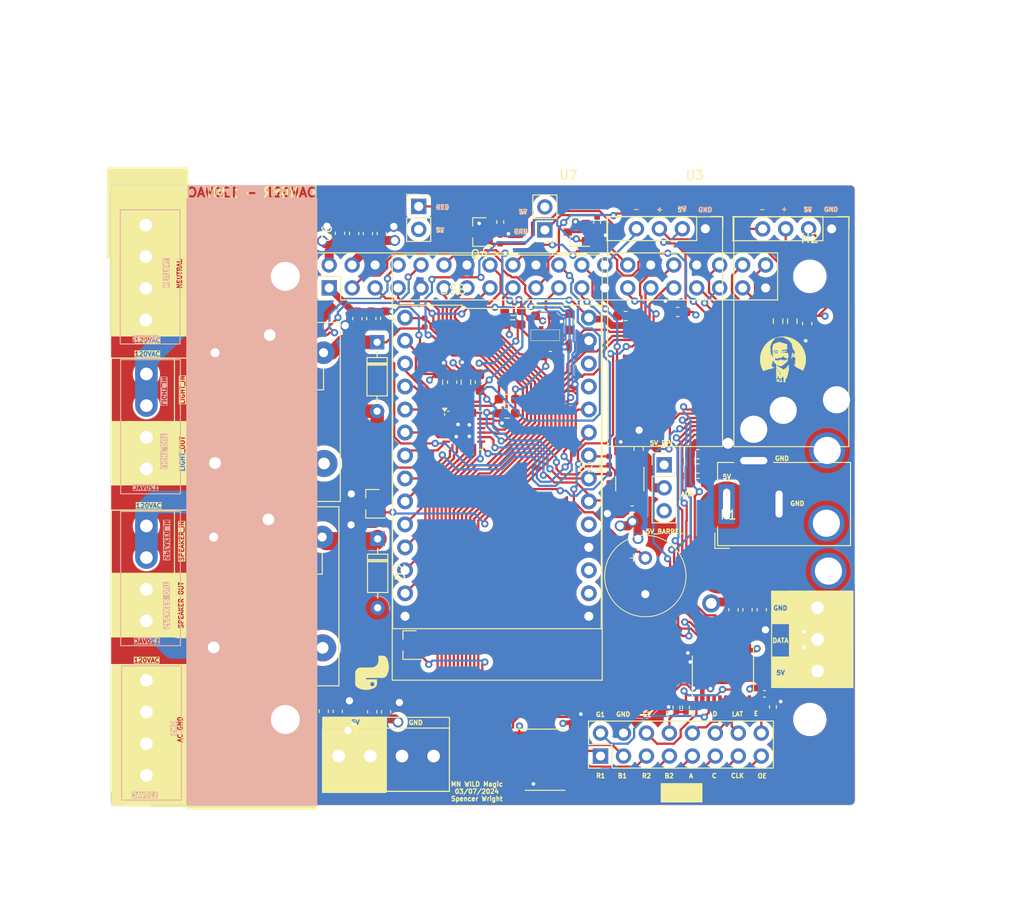
<source format=kicad_pcb>
(kicad_pcb (version 20240108) (generator "pcbnew") (generator_version "8.0")
  (layers (0 "F.Cu" signal) (1 "In1.Cu" power "GND") (2 "In2.Cu" signal "POWER") (31 "B.Cu" signal) (34 "B.Paste" user) (35 "F.Paste" user) (36 "B.SilkS" user "B.Silkscreen") (37 "F.SilkS" user "F.Silkscreen") (38 "B.Mask" user) (39 "F.Mask" user) (44 "Edge.Cuts" user))
  (net 0 "")
  (net 1 "GND")
  (net 2 "Net-(U7-OUT+)")
  (net 3 "Net-(U3-OUT+)")
  (net 5 "5V")
  (net 7 "3V3")
  (net 8 "3V3_ADAFRUIT")
  (net 9 "WKUP2")
  (net 10 "WKUP1")
  (net 12 "Net-(U1-UG)")
  (net 13 "LIGHT_CTRL")
  (net 14 "SPEAKER_CTRL")
  (net 16 "ADAFRUIT_RESET_N")
  (net 17 "SPEAKER_OUT")
  (net 18 "ADAFRUIT_VOL_UP")
  (net 19 "SPEAKER_IN")
  (net 20 "Net-(J4-Pin_1)")
  (net 21 "Net-(J5-Pin_1)")
  (net 22 "LIGHT_IN")
  (net 23 "ADAFRUIT_TRIG_0")
  (net 24 "ADAFRUIT_TRIG_1")
  (net 25 "LIGHT_OUT")
  (net 26 "Net-(J10-Pin_8)")
  (net 27 "Net-(J239-Pin_1)")
  (net 28 "Net-(Q4-D)")
  (net 29 "Net-(C14-Pad1)")
  (net 30 "5V_BARREL")
  (net 31 "PWM0_SHIFTED")
  (net 32 "Net-(Q3-D)")
  (net 33 "LED_OUT_2")
  (net 34 "ADAFRUIT_ACT")
  (net 35 "Net-(J22-Pin_1)")
  (net 36 "Net-(J10-Pin_16)")
  (net 37 "Net-(D2-A)")
  (net 38 "ADAFRUIT_PWR_EN")
  (net 41 "Net-(D1-A)")
  (net 42 "Net-(J14-Pin_2)")
  (net 45 "ADAFRUIT_TRIG_5")
  (net 46 "ADAFRUIT_TRIG_4")
  (net 47 "ADAFRUIT_TRIG_8")
  (net 48 "ADAFRUIT_TRIG_7")
  (net 49 "ADAFRUIT_TRIG_3")
  (net 50 "ADAFRUIT_TRIG_10")
  (net 51 "PI_UART_TX")
  (net 53 "PI_UART_RX")
  (net 54 "MATRIX_OE")
  (net 55 "MATRIX_CLK")
  (net 56 "MATRIX_C")
  (net 57 "MATRIX_A")
  (net 58 "MATRIX_B2")
  (net 59 "MATRIX_E")
  (net 60 "PWM0")
  (net 61 "MATRIX_R1")
  (net 62 "MATRIX_B1")
  (net 63 "MATRIX_R2")
  (net 64 "MATRIX_G1")
  (net 65 "MATRIX_G2")
  (net 66 "MATRIX_B")
  (net 67 "MATRIX_D")
  (net 68 "MATRIX_LAT")
  (net 69 "ADAFRUIT_VOL_DOWN")
  (net 70 "ADAFRUIT_TRIG_2")
  (net 71 "PI_MATRIX_R1")
  (net 72 "PI_MATRIX_G1")
  (net 73 "PI_MATRIX_B1")
  (net 74 "PI_MATRIX_R2")
  (net 75 "PI_MATRIX_G2")
  (net 76 "PI_MATRIX_B2")
  (net 77 "PI_MATRIX_E")
  (net 78 "PI_MATRIX_A")
  (net 79 "PI_MATRIX_B")
  (net 80 "PI_MATRIX_C")
  (net 81 "PI_MATRIX_D")
  (net 82 "PI_MATRIX_CLK")
  (net 83 "PI_MATRIX_LAT")
  (net 84 "PI_MATRIX_OE")
  (net 85 "ADAFRUIT_TRIG_6")
  (net 86 "ADAFRUIT_TRIG_9")
  (net 87 "SDA")
  (net 88 "Net-(U4-CLKOE)")
  (net 89 "RTC_INTERRUPT")
  (net 90 "SCL")
  (net 91 "Net-(U8-~{INT})")
  (net 92 "Net-(U8-~{RESET})")
  (net 94 "BUZZER_OUT")
  (net 97 "LED_OUT_1")
  (footprint "Resistor_SMD:R_0603_1608Metric_Pad1.05x0.95mm_HandSolder" (layer "F.Cu") (at 218.934999 81.79 180)
    (property "Reference" "C1" (hide yes))
    (property "Value" "1u")
  )
  (footprint "Capacitor_SMD:C_0603_1608Metric" (layer "F.Cu") (at 189.27 82.07 -90)
    (property "Reference" "C8" (hide yes))
    (property "Value" "0.1u")
  )
  (footprint "Capacitor_SMD:C_0402_1005Metric" (layer "F.Cu") (at 213.39 126.76)
    (property "Reference" "C10" (hide yes))
    (property "Value" "0.1u")
  )
  (footprint "Capacitor_SMD:C_0603_1608Metric" (layer "F.Cu") (at 192.34 82.05 -90)
    (property "Reference" "C11" (hide yes))
    (property "Value" "0.1u")
  )
  (footprint "Capacitor_SMD:C_0603_1608Metric" (layer "F.Cu") (at 190.81 82.06 -90)
    (property "Reference" "C12" (hide yes))
    (property "Value" "1u")
  )
  (footprint "Capacitor_SMD:C_0603_1608Metric" (layer "F.Cu") (at 220.3704 96.4947 90)
    (property "Reference" "C22" (hide yes))
    (property "Value" "1u")
  )
  (footprint "srw_custom:1984633" (layer "F.Cu") (at 169.062 69.939999 -90)
    (property "Reference" "J4" (hide yes))
    (property "Value" "Conn_01x04_Pin")
  )
  (footprint "srw_custom:1984633" (layer "F.Cu") (at 169.14 120.279999 -90)
    (property "Reference" "J5")
    (property "Value" "Conn_01x04_Pin")
  )
  (footprint "Connector_PinHeader_2.54mm:PinHeader_2x20_P2.54mm_Vertical" (layer "F.Cu") (at 186.15 78.68 90)
    (property "Reference" "J20")
    (property "Value" "Conn_01x40_Male")
  )
  (footprint "Connector_PinHeader_2.54mm:PinHeader_1x02_P2.54mm_Vertical" (layer "F.Cu") (at 210 72.27 180)
    (property "Reference" "J22" (hide yes))
    (property "Value" "Conn_01x02_Male")
  )
  (footprint "Relay_THT:Relay_SPDT_SANYOU_SRD_Series_Form_C" (layer "F.Cu") (at 179.578 83.894001 -90)
    (property "Reference" "K1" (hide yes))
    (property "Value" "SANYOU_SRD_Form_C" (hide yes))
  )
  (footprint "Relay_THT:Relay_SPDT_SANYOU_SRD_Series_Form_C" (layer "F.Cu") (at 179.43 104.28 -90)
    (property "Reference" "K2" (hide yes))
    (property "Value" "SANYOU_SRD_Form_C" (hide yes))
  )
  (footprint "Package_TO_SOT_SMD:SOT-23" (layer "F.Cu") (at 190.96 102.55 180)
    (property "Reference" "Q1" (hide yes))
    (property "Value" "BSS138")
  )
  (footprint "Package_TO_SOT_SMD:SOT-23" (layer "F.Cu") (at 195.07 118.17 180)
    (property "Reference" "Q2" (hide yes))
    (property "Value" "BSS138")
  )
  (footprint "Package_TO_SOT_SMD:SOT-23" (layer "F.Cu") (at 213.54 72.5 180)
    (property "Reference" "Q3" (hide yes))
    (property "Value" "BSS138")
  )
  (footprint "Package_TO_SOT_SMD:SOT-23" (layer "F.Cu") (at 202.79 72.5 180)
    (property "Reference" "Q4")
    (property "Value" "BSS138")
  )
  (footprint "Resistor_SMD:R_0402_1005Metric" (layer "F.Cu") (at 191.73 104.85)
    (property "Reference" "R3" (hide yes))
    (property "Value" "10k")
  )
  (footprint "Resistor_SMD:R_0402_1005Metric" (layer "F.Cu") (at 197.37 118.06 -90)
    (property "Reference" "R4" (hide yes))
    (property "Value" "10k")
  )
  (footprint "Resistor_SMD:R_0402_1005Metric" (layer "F.Cu") (at 196.71 82.51 90)
    (property "Reference" "R10" (hide yes))
    (property "Value" "10k" (hide yes))
  )
  (footprint "Resistor_SMD:R_0402_1005Metric" (layer "F.Cu") (at 217.12 101.69 90)
    (property "Reference" "R18" (hide yes))
    (property "Value" "10k")
  )
  (footprint "Resistor_SMD:R_0402_1005Metric" (layer "F.Cu") (at 217.13 99.75 -90)
    (property "Reference" "R19" (hide yes))
    (property "Value" "10k")
  )
  (footprint "Resistor_SMD:R_0402_1005Metric" (layer "F.Cu") (at 234.14 125.035 90)
    (property "Reference" "R26" (hide yes))
    (property "Value" "DNI")
  )
  (footprint "Resistor_SMD:R_0402_1005Metric" (layer "F.Cu") (at 215.79 73.33 90)
    (property "Reference" "R36" (hide yes))
    (property "Value" "10k")
  )
  (footprint "Resistor_SMD:R_0402_1005Metric" (layer "F.Cu") (at 205.06 73.32 90)
    (property "Reference" "R37" (hide yes))
    (property "Value" "10k")
  )
  (footprint "Package_SO:TSSOP-20_4.4x6.5mm_P0.65mm" (layer "F.Cu") (at 210.03 130.85)
    (property "Reference" "U2" (hide yes))
    (property "Value" "SN74HCT245PW")
  )
  (footprint "srw_cuustom:433MHz_receiver" (layer "F.Cu") (at 216.4175 70.314999)
    (property "Reference" "U7")
    (property "Value" "rf_433MHz_module")
  )
  (footprint "MountingHole:MountingHole_3.2mm_M3" (layer "F.Cu") (at 181.3 126.4)
    (property "Reference" "H1")
    (property "Value" "MountingHole")
  )
  (footprint "MountingHole:MountingHole_3.2mm_M3" (layer "F.Cu") (at 239.3 77.4)
    (property "Reference" "H2")
    (property "Value" "MountingHole")
  )
  (footprint "MountingHole:MountingHole_3.2mm_M3" (layer "F.Cu") (at 181.3 77.4)
    (property "Reference" "H3")
    (property "Value" "MountingHole")
  )
  (footprint "MountingHole:MountingHole_3.2mm_M3" (layer "F.Cu") (at 239.3 126.4)
    (property "Reference" "H4")
    (property "Value" "MountingHole")
  )
  (footprint "srw_custom:adafruit_soundboard" (layer "F.Cu") (at 216.4637 75.0071 -90)
    (property "Reference" "U1" (hide yes))
    (property "Value" "adafruit_audio_fx_sound_board" (hide yes))
  )
  (footprint "Resistor_SMD:R_0402_1005Metric" (layer "F.Cu") (at 217.11 97.795 90)
    (property "Reference" "R16" (hide yes))
    (property "Value" "10k")
  )
  (footprint "Resistor_SMD:R_0402_1005Metric" (layer "F.Cu") (at 218.44 97.178 90)
    (property "Reference" "R11" (hide yes))
    (property "Value" "1M" (hide yes))
  )
  (footprint "Package_TO_SOT_SMD:SOT-23-5" (layer "F.Cu") (at 219.395 100.3245 -90)
    (property "Reference" "U5" (hide yes))
    (property "Value" "TLV75733PDBV")
  )
  (footprint "Connector_PinHeader_2.54mm:PinHeader_1x03_P2.54mm_Vertical" (layer "F.Cu") (at 223.1898 98.2472)
    (property "Reference" "J14" (hide yes))
    (property "Value" "Conn_01x03_Male")
  )
  (footprint "srw_custom:1984633" (layer "F.Cu") (at 185.4 127.25)
    (property "Reference" "J3" (hide yes))
    (property "Value" "Conn_01x04_Male")
  )
  (footprint "Resistor_SMD:R_0603_1608Metric_Pad0.98x0.95mm_HandSolder" (layer "F.Cu") (at 209.8802 81.7607)
    (property "Reference" "R8" (hide yes))
    (property "Value" "100k")
  )
  (footprint "Capacitor_SMD:C_0603_1608Metric_Pad1.08x0.95mm_HandSolder" (layer "F.Cu") (at 232.41 114.2675 -90)
    (property "Reference" "C18" (hide yes))
    (property "Value" "1u")
  )
  (footprint "srw_custom:1984620" (layer "F.Cu") (at 237 122.685 90)
    (property "Reference" "J13" (hide yes))
    (property "Value" "Conn_01x03_Male")
  )
  (footprint "Capacitor_SMD:C_0603_1608Metric" (layer "F.Cu") (at 191.97 72.66 90)
    (property "Reference" "C9" (hide yes))
    (property "Value" "1u")
  )
  (footprint "LOGO" (layer "F.Cu") (at 241.61 85.23)
    (property "Reference" "G***" (hide yes))
    (property "Value" "LOGO" (hide yes))
  )
  (footprint "Resistor_SMD:R_0603_1608Metric_Pad0.98x0.95mm_HandSolder" (layer "F.Cu") (at 205.8162 92.5554 180)
    (property "Reference" "R13" (hide yes))
    (property "Value" "10k")
  )
  (footprint "Resistor_SMD:R_0402_1005Metric" (layer "F.Cu") (at 224.55 125.06 90)
    (property "Reference" "R21" (hide yes))
    (property "Value" "DNI")
  )
  (footprint "Diode_THT:D_DO-35_SOD27_P7.62mm_Horizontal" (layer "F.Cu") (at 191.45 84.69 -90)
    (property "Reference" "D1" (hide yes))
    (property "Value" "1N914")
  )
  (footprint "Capacitor_SMD:C_0603_1608Metric" (layer "F.Cu") (at 187.35 72.64 90)
    (property "Reference" "C6")
    (property "Value" "0.1u")
  )
  (footprint "Capacitor_SMD:C_0603_1608Metric_Pad1.08x0.95mm_HandSolder" (layer "F.Cu") (at 210.6168 86.2065)
    (property "Reference" "C23" (hide yes))
    (property "Value" "0.01u")
  )
  (footprint "Package_DFN_QFN:HVQFN-24-1EP_4x4mm_P0.5mm_EP2.1x2.1mm" (layer "F.Cu") (at 201.0287 94.426)
    (property "Reference" "U8" (hide yes))
    (property "Value" "PCAL6416AHF")
  )
  (footprint "Capacitor_SMD:C_0603_1608Metric" (layer "F.Cu") (at 219.6462 103.3018 180)
    (property "Reference" "C25" (hide yes))
    (property "Value" "1u")
  )
  (footprint "Capacitor_SMD:C_0603_1608Metric" (layer "F.Cu") (at 188.91 72.66 90)
    (property "Reference" "C5" (hide yes))
    (property "Value" "0.1u")
  )
  (footprint "Resistor_SMD:R_0603_1608Metric_Pad0.98x0.95mm_HandSolder" (layer "F.Cu") (at 235.7882 82.3487 -90)
    (property "Reference" "R2" (hide yes))
    (property "Value" "1M")
  )
  (footprint "Capacitor_SMD:C_0603_1608Metric" (layer "F.Cu") (at 185.547 125.489 90)
    (property "Reference" "C3" (hide yes))
    (property "Value" "10u")
  )
  (footprint "Resistor_SMD:R_0603_1608Metric_Pad0.98x0.95mm_HandSolder" (layer "F.Cu") (at 198.1708 89.1032 -90)
    (property "Reference" "R12" (hide yes))
    (property "Value" "10k")
  )
  (footprint "Resistor_SMD:R_0402_1005Metric" (layer "F.Cu") (at 225.6 125.07 90)
    (property "Reference" "R25" (hide yes))
    (property "Value" "0")
  )
  (footprint "Capacitor_SMD:C_0603_1608Metric_Pad1.08x0.95mm_HandSolder" (layer "F.Cu") (at 226.9175 97.06 180)
    (property "Reference" "C15" (hide yes))
    (property "Value" "1u")
  )
  (footprint "Capacitor_SMD:C_0603_1608Metric_Pad1.08x0.95mm_HandSolder" (layer "F.Cu") (at 230.86 114.2675 -90)
    (property "Reference" "C19" (hide yes))
    (property "Value" "1u")
  )
  (footprint "Resistor_SMD:R_0402_1005Metric" (layer "F.Cu") (at 215.78 71.39 -90)
    (property "Reference" "R388" (hide yes))
    (property "Value" "1k")
  )
  (footprint "LOGO" (layer "F.Cu") (at 220.43 119.84)
    (property "Reference" "G***" (hide yes))
    (property "Value" "LOGO" (hide yes))
  )
  (footprint "Capacitor_SMD:C_0402_1005Metric" (layer "F.Cu") (at 234.29 123.57)
    (property "Reference" "C4" (hide yes))
    (property "Value" "0.1u")
  )
  (footprint "Connector_PinHeader_2.54mm:PinHeader_2x08_P2.54mm_Vertical" (layer "F.Cu") (at 216.155 130.445 90)
    (property "Reference" "J10" (hide yes))
    (property "Value" "Conn_01x16_Male")
  )
  (footprint "Capacitor_SMD:C_0603_1608Metric_Pad1.08x0.95mm_HandSolder" (layer "F.Cu") (at 202.8209 89.1021 90)
    (property "Reference" "C27" (hide yes))
    (property "Value" "1u")
  )
  (footprint "LOGO" (layer "F.Cu") (at 190.24 120.59)
    (property "Reference" "G***" (hide yes))
    (property "Value" "LOGO" (hide yes))
  )
  (footprint "Package_SO:TSSOP-20_4.4x6.5mm_P0.65mm" (layer "F.Cu") (at 229.69 121.6 -90)
    (property "Reference" "U6" (hide yes))
    (property "Value" "SN74HCT245PW")
  )
  (footprint "Resistor_SMD:R_0603_1608Metric_Pad0.98x0.95mm_HandSolder" (layer "F.Cu") (at 206.4785 81.2038)
    (property "Reference" "R6" (hide yes))
    (property "Value" "10k")
  )
  (footprint "Connector_BarrelJack:BarrelJack_Wuerth_6941xx301002" (layer "F.Cu") (at 230.1 102.58 90)
    (property "Reference" "J1" (hide yes))
    (property "Value" "Barrel_Jack_Switch")
  )
  (footprint "Connector_PinHeader_2.54mm:PinHeader_1x02_P2.54mm_Vertical" (layer "F.Cu") (at 196.05 69.665)
    (property "Reference" "J239" (hide yes))
    (property "Value" "Conn_01x02_Male")
  )
  (footprint "Capacitor_SMD:C_0603_1608Metric" (layer "F.Cu") (at 192.4434 125.5522 90)
    (property "Reference" "C2" (hide yes))
    (property "Value" "1u")
  )
  (footprint "srw_cuustom:433MHz_receiver" (layer "F.Cu") (at 230.379999 70.33)
    (property "Reference" "U3")
    (property "Value" "rf_433MHz_module")
  )
  (footprint "Resistor_SMD:R_0402_1005Metric" (layer "F.Cu") (at 235.22 125.02 90)
    (property "Reference" "R22" (hide yes))
    (property "Value" "DNI")
  )
  (footprint "Resistor_SMD:R_0402_1005Metric" (layer "F.Cu") (at 205.07 71.4 -90)
    (property "Reference" "R399" (hide yes))
    (property "Value" "1k")
  )
  (footprint "LOGO" (layer "F.Cu") (at 239.52 132.14)
    (property "Reference" "G***" (hide yes))
    (property "Value" "LOGO" (hide yes))
  )
  (footprint "Resistor_SMD:R_0603_1608Metric_Pad0.98x0.95mm_HandSolder" (layer "F.Cu") (at 201.2715 89.1013 -90)
    (property "Reference" "R7" (hide yes))
    (property "Value" "10k")
  )
  (footprint "Capacitor_SMD:C_0603_1608Metric_Pad1.08x0.95mm_HandSolder" (layer "F.Cu") (at 199.7475 89.1021 90)
    (property "Reference" "C24" (hide yes))
    (property "Value" "1u")
  )
  (footprint "Resistor_SMD:R_0603_1608Metric_Pad0.98x0.95mm_HandSolder" (layer "F.Cu") (at 237.3649 82.3506 -90)
    (property "Reference" "R1" (hide yes))
    (property "Value" "1M")
  )
  (footprint "Diode_THT:D_DO-35_SOD27_P7.62mm_Horizontal" (layer "F.Cu") (at 191.51 106.43 -90)
    (property "Reference" "D2")
    (property "Value" "1N914")
  )
  (footprint "Capacitor_SMD:C_0603_1608Metric_Pad1.08x0.95mm_HandSolder" (layer "F.Cu") (at 233.98 114.2675 -90)
    (property "Reference" "C17" (hide yes))
    (property "Value" "10u")
  )
  (footprint "srw_custom:1984633" (layer "F.Cu") (at 169.14 103.2 -90)
    (property "Reference" "J2" (hide yes))
    (property "Value" "Conn_01x04_Pin")
  )
  (footprint "Capacitor_SMD:C_0603_1608Metric" (layer "F.Cu") (at 190.91 125.555 90)
    (property "Reference" "C21" (hide yes))
    (property "Value" "10u")
  )
  (footprint "srw_custom:2410FA" (layer "F.Cu") (at 229.37 105.99)
    (property "Reference" "F1")
    (property "Value" "Fuse-2410FA")
  )
  (footprint "Resistor_SMD:R_0603_1608Metric_Pad0.98x0.95mm_HandSolder" (layer "F.Cu") (at 206.4531 82.7278)
    (property "Reference" "R5" (hide yes))
    (property "Value" "10k")
  )
  (footprint "srw_custom:RV_8803_C7" (layer "F.Cu") (at 208.6898 84.012 90)
    (property "Reference" "U4" (hide yes))
    (property "Value" "RV-8803")
  )
  (footprint "Capacitor_SMD:C_0603_1608Metric_Pad1.08x0.95mm_HandSolder" (layer "F.Cu") (at 226.92 98.65 180)
    (property "Reference" "C16" (hide yes))
    (property "Value" "1u")
  )
  (footprint "Resistor_SMD:R_0603_1608Metric_Pad0.98x0.95mm_HandSolder" (layer "F.Cu") (at 212.725 82.4249 90)
    (property "Reference" "R9" (hide yes))
    (property "Value" "100k")
  )
  (footprint "srw_custom:Buzzer_AT-0927-TT-6-R" (layer "F.Cu") (at 221.11 110.54)
    (property "Reference" "BZ1")
    (property "Value" "Buzzer")
  )
  (footprint "srw_custom:1984633" (layer "F.Cu") (at 169.14 86.394 -90)
    (property "Reference" "J18")
    (property "Value" "Conn_01x04_Pin")
  )
  (footprint "Resistor_SMD:R_0603_1608Metric_Pad0.98x0.95mm_HandSolder" (layer "F.Cu") (at 205.8416 90.9806 180)
    (property "Reference" "R14" (hide yes))
    (property "Value" "10k")
  )
  (footprint "Capacitor_SMD:C_0603_1608Metric" (layer "F.Cu") (at 187.095 125.5 90)
    (property "Reference" "C20" (hide yes))
    (property "Value" "1u")
  )
  (footprint "Capacitor_SMD:C_0603_1608Metric_Pad1.08x0.95mm_HandSolder" (layer "F.Cu") (at 224.6925 81.34 180)
    (property "Reference" "C26" (hide yes))
    (property "Value" "1u")
  )
  (footprint "Capacitor_SMD:C_0603_1608Metric_Pad1.08x0.95mm_HandSolder" (layer "F.Cu") (at 239.01 82.6325 -90)
    (property "Reference" "C13" (hide yes))
    (property "Value" "1u")
  )
  (footprint "Capacitor_SMD:C_0603_1608Metric" (layer "F.Cu") (at 190.43 72.66 90)
    (property "Reference" "C7" (hide yes))
    (property "Value" "1u")
  )
  (footprint "LOGO" (layer "F.Cu") (at 236.33 86.58)
    (property "Reference" "G***" (hide yes))
    (property "Value" "LOGO" (hide yes))
  )
  (footprint "Capacitor_SMD:C_0603_1608Metric_Pad1.08x0.95mm_HandSolder" (layer "F.Cu") (at 226.94 100.25 180)
    (property "Reference" "C14" (hide yes))
    (property "Value" "10u")
  )
  (gr_rect (start 163.2 120.48) (end 169.81 135.32) (stroke (width 0.12)) (fill none) (layer "B.SilkS"))
  (gr_rect (start 163.09 86.61) (end 169.7 101.45) (stroke (width 0.12)) (fill none) (layer "B.SilkS"))
  (gr_rect (start 170.41 68.84) (end 184.78 135.91) (stroke (width 0.12)) (fill solid) (layer "B.SilkS"))
  (gr_rect (start 163.05 70.04) (end 169.66 84.88) (stroke (width 0.12)) (fill none) (layer "B.SilkS"))
  (gr_rect (start 163.09 103.4) (end 169.7 118.24) (stroke (width 0.12)) (fill none) (layer "B.SilkS"))
  (gr_rect (start 162.04 93.472) (end 169.4718 100.444) (stroke (width 0.12)) (fill solid) (layer "F.SilkS"))
  (gr_rect (start 162.04 120.329999) (end 170.434 134.366) (stroke (width 0.12)) (fill none) (layer "F.SilkS"))
  (gr_rect (start 185.45 126.1618) (end 188.5442 127.3556) (stroke (width 0.12)) (fill solid) (layer "F.SilkS"))
  (gr_line (start 168.961999 69.989999) (end 170.356 69.989999) (stroke (width 0.12)) (layer "F.SilkS"))
  (gr_rect (start 235.1659 121.6152) (end 237.1217 122.809) (stroke (width 0.12)) (fill solid) (layer "F.SilkS"))
  (gr_rect (start 163.18 78.782) (end 170.7896 83.904999) (stroke (width 0.12)) (fill solid) (layer "F.SilkS"))
  (gr_rect (start 235.077 112.2172) (end 244.05 115.7732) (stroke (width 0.12)) (fill none) (layer "F.SilkS"))
  (gr_rect (start 170.0126 74.4513) (end 170.561 79.777499) (stroke (width 0.12)) (fill solid) (layer "F.SilkS"))
  (gr_rect (start 161.962 69.989999) (end 170.356 83.981999) (stroke (width 0.12)) (fill none) (layer "F.SilkS"))
  (gr_rect (start 166.482 129.014401) (end 170.3578 136.043) (stroke (width 0.12)) (fill solid) (layer "F.SilkS"))
  (gr_rect (start 236.8804 112.2934) (end 243.9924 115.6716) (stroke (width 0.12)) (fill solid) (layer "F.SilkS"))
  (gr_rect (start 235.1278 113.3856) (end 235.2294 114.7064) (stroke (width 0.12)) (fill solid) (layer "F.SilkS"))
  (gr_rect (start 169.03 111.125) (end 169.3164 117.2972) (stroke (width 0.12)) (fill solid) (layer "F.SilkS"))
  (gr_rect (start 235.1405 119.507) (end 237.0963 120.8278) (stroke (width 0.12)) (fill solid) (layer "F.SilkS"))
  (gr_rect (start 188.5442 126.1618) (end 189.738 126.2888) (stroke (width 0.12)) (fill solid) (layer "F.SilkS"))
  (gr_rect (start 162.04 93.472) (end 170.688 100.444) (stroke (width 0.12)) (fill none) (layer "F.SilkS"))
  (gr_rect (start 169.3418 116.4082) (end 170.1546 117.348) (stroke (width 0.12)) (fill solid) (layer "F.SilkS"))
  (gr_rect (start 165.3719 124.137601) (end 169.2477 129.7686) (stroke (width 0.12)) (fill solid) (layer "F.SilkS"))
  (gr_rect (start 192.4558 126.1618) (end 199.45 134.35) (stroke (width 0.12)) (fill none) (layer "F.SilkS"))
  (gr_line (start 168.961999 83.981999) (end 168.961999 69.989999) (stroke (width 0.12)) (layer "F.SilkS"))
  (gr_rect (start 162.032 103.25) (end 170.68 110.278) (stroke (width 0.12)) (fill none) (layer "F.SilkS"))
  (gr_rect (start 235.1405 120.8278) (end 235.5469 122.0216) (stroke (width 0.12)) (fill solid) (layer "F.SilkS"))
  (gr_rect (start 235.077 115.7986) (end 244.05 119.507) (stroke (width 0.12)) (fill none) (layer "F.SilkS"))
  (gr_rect (start 162.0624 70.086401) (end 169.164 83.8708) (stroke (width 0.12)) (fill solid) (layer "F.SilkS"))
  (gr_rect (start 170.0192 68.777801) (end 184.7408 77.82) (stroke (width 0.12)) (fill solid) (layer "F.SilkS"))
  (gr_rect (start 235.1024 114.4524) (end 237.0582 115.7732) (stroke (width 0.12)) (fill solid) (layer "F.SilkS"))
  (gr_rect (start 235.1151 112.3188) (end 237.0709 113.6396) (stroke (width 0.12)) (fill solid) (layer "F.SilkS"))
  (gr_rect (start 188.5442 127.0762) (end 189.6364 127.3556) (stroke (width 0.12)) (fill solid) (layer "F.SilkS"))
  (gr_line (start 170.356 83.981999) (end 168.961999 83.981999) (stroke (width 0.12)) (layer "F.SilkS"))
  (gr_rect (start 169.03 110.236) (end 170.1292 111.125) (stroke (width 0.12)) (fill solid) (layer "F.SilkS"))
  (gr_rect (start 168.961999 69.989999) (end 168.962 83.989999) (stroke (width 0.12)) (fill none) (layer "F.SilkS"))
  (gr_rect (start 185.45 126.1618) (end 192.4558 134.35) (stroke (width 0.12)) (fill none) (layer "F.SilkS"))
  (gr_rect (start 169.0624 99.0092) (end 170.6596 100.4062) (stroke (width 0.12)) (fill solid) (layer "F.SilkS"))
  (gr_rect (start 162.04 86.444) (end 170.688 93.472) (stroke (width 0.12)) (fill none) (layer "F.SilkS"))
  (gr_rect (start 222.8402 133.4686) (end 227.4002 135.5534) (stroke (width 0.05)) (fill solid) (layer "F.SilkS"))
  (gr_rect (start 169.04 93.472) (end 170.6626 94.996) (stroke (width 0.12)) (fill solid) (layer "F.SilkS"))
  (gr_rect (start 162.03 110.236) (end 169.03 117.263999) (stroke (width 0.12)) (fill solid) (layer "F.SilkS"))
  (gr_line (start 170.356 69.989999) (end 170.356 83.981999) (stroke (width 0.12)) (layer "F.SilkS"))
  (gr_rect (start 162.1028 120.387201) (end 169.1028 135.9718) (stroke (width 0.12)) (fill solid) (layer "F.SilkS"))
  (gr_rect (start 170.0709 124.823401) (end 170.3145 130.4544) (stroke (width 0.12)) (fill solid) (layer "F.SilkS"))
  (gr_rect (start 235.077 119.5122) (end 244.05 122.865) (stroke (width 0.12)) (fill none) (layer "F.SilkS"))
  (gr_rect (start 170.4902 71.311601) (end 184.7038 136.312) (stroke (width 0.12)) (fill solid) (layer "F.SilkS"))
  (gr_rect (start 161.656 65.4291) (end 170.5356 75.383299) (stroke (width 0.12)) (fill solid) (layer "F.SilkS"))
  (gr_rect (start 185.41 127.47) (end 192.41 134.47) (stroke (width 0.12)) (fill solid) (layer "F.SilkS"))
  (gr_rect (start 170.3578 95.0214) (end 170.6596 99.0092) (stroke (width 0.12)) (fill solid) (layer "F.SilkS"))
  (gr_rect (start 189.5856 126.1618) (end 192.4558 127.3556) (stroke (width 0.12)) (fill solid) (layer "F.SilkS"))
  (gr_rect (start 166.4566 120.3999) (end 170.3324 126.030899) (stroke (width 0.12)) (fill solid) (layer "F.SilkS"))
  (gr_rect (start 237.0582 115.6716) (end 243.9924 122.809) (stroke (width 0.12)) (fill solid) (layer "F.SilkS"))
  (gr_rect (start 236.6137 120.6754) (end 238.5695 121.8692) (stroke (width 0.12)) (fill solid) (layer "F.SilkS"))
  (gr_rect (start 170.1546 110.236) (end 170.688 117.348) (stroke (width 0.12)) (fill solid) (layer "F.SilkS"))
  (gr_arc (start 244.312305 135.362304) (mid 244.16 135.73) (end 243.792304 135.882305) (stroke (width 0.05)) (layer "Edge.Cuts"))
  (gr_line (start 244.302305 67.827696) (end 244.312305 135.362304) (stroke (width 0.05)) (layer "Edge.Cuts"))
  (gr_line (start 162 135.37) (end 161.997695 67.827696) (stroke (width 0.05)) (layer "Edge.Cuts"))
  (gr_line (start 243.792304 135.882305) (end 162.520001 135.890001) (stroke (width 0.05)) (layer "Edge.Cuts"))
  (gr_arc (start 162.520001 135.890001) (mid 162.152305 135.737696) (end 162 135.37) (stroke (width 0.05)) (layer "Edge.Cuts"))
  (gr_line (start 162.517696 67.307695) (end 243.782304 67.307695) (stroke (width 0.05)) (layer "Edge.Cuts"))
  (gr_arc (start 161.997695 67.827696) (mid 162.15 67.46) (end 162.517696 67.307695) (stroke (width 0.05)) (layer "Edge.Cuts"))
  (gr_arc (start 243.782304 67.307695) (mid 244.15 67.46) (end 244.302305 67.827696) (stroke (width 0.05)) (layer "Edge.Cuts"))
  (gr_text "+" (at 222.74 69.99 0) (layer "B.SilkS") (effects (font (size 0.5 0.5) (thickness 0.125)) (justify mirror)))
  (gr_text "120VAC" (at 165.77 134.78 -0) (layer "B.SilkS" knockout) (effects (font (size 0.5 0.5) (thickness 0.125)) (justify mirror)))
  (gr_text "5V" (at 239.09 70.03 0) (layer "B.SilkS") (effects (font (size 0.5 0.5) (thickness 0.125)) (justify mirror)))
  (gr_text "LIGHT_IN" (at 167.88 90.09 -90) (layer "B.SilkS" knockout) (effects (font (size 0.5 0.5) (thickness 0.125)) (justify mirror)))
  (gr_text "5V" (at 225.25 69.92 0) (layer "B.SilkS") (effects (font (size 0.5 0.5) (thickness 0.125)) (justify mirror)))
  (gr_text "120VAC" (at 165.84 84.29 -0) (layer "B.SilkS" knockout) (effects (font (size 0.5 0.5) (thickness 0.125)) (justify mirror)))
  (gr_text "-" (at 234.02 69.98 0) (layer "B.SilkS") (effects (font (size 0.5 0.5) (thickness 0.125)) (justify mirror)))
  (gr_text "-" (at 220.15 69.98 0) (layer "B.SilkS") (effects (font (size 0.5 0.5) (thickness 0.125)) (justify mirror)))
  (gr_text "RED" (at 198.66 69.75 -0) (layer "B.SilkS") (effects (font (size 0.5 0.5) (thickness 0.125)) (justify mirror)))
  (gr_text "+" (at 236.47 69.96 0) (layer "B.SilkS") (effects (font (size 0.5 0.5) (thickness 0.125)) (justify mirror)))
  (gr_text "5V" (at 198.42 72.33 -0) (layer "B.SilkS") (effects (font (size 0.5 0.5) (thickness 0.125)) (justify mirror)))
  (gr_text "SPEAKER_IN" (at 168.17 106.55 -90) (layer "B.SilkS" knockout) (effects (font (size 0.5 0.5) (thickness 0.125)) (justify mirror)))
  (gr_text "GRN" (at 207.36 72.43 -0) (layer "B.SilkS") (effects (font (size 0.5 0.5) (thickness 0.125)) (justify mirror)))
  (gr_text "GND" (at 241.61 70 0) (layer "B.SilkS") (effects (font (size 0.5 0.5) (thickness 0.125)) (justify mirror)))
  (gr_text "DANGER - 120VAC" (at 177.61 68.13 -0) (layer "B.SilkS" knockout) (effects (font (size 1 1) (thickness 0.25) (bold yes)) (justify mirror)))
  (gr_text "GND" (at 168.93 127.38 270) (layer "B.SilkS" knockout) (effects (font (size 0.5 0.5) (thickness 0.125)) (justify mirror)))
  (gr_text "SPEAKER OUT" (at 168.13 113.82 -90) (layer "B.SilkS" knockout) (effects (font (size 0.5 0.5) (thickness 0.125)) (justify mirror)))
  (gr_text "120VAC" (at 165.99 117.76 -0) (layer "B.SilkS" knockout) (effects (font (size 0.5 0.5) (thickness 0.125)) (justify mirror)))
  (gr_text "LIGHT_OUT" (at 167.88 96.79 -90) (layer "B.SilkS" knockout) (effects (font (size 0.5 0.5) (thickness 0.125)) (justify mirror)))
  (gr_text "120VAC" (at 165.84 100.77 -0) (layer "B.SilkS" knockout) (effects (font (size 0.5 0.5) (thickness 0.125)) (justify mirror)))
  (gr_text "GND" (at 227.75 70.03 0) (layer "B.SilkS") (effects (font (size 0.5 0.5) (thickness 0.125)) (justify mirror)))
  (gr_text "5V" (at 207.57 70.26 -0) (layer "B.SilkS") (effects (font (size 0.5 0.5) (thickness 0.125)) (justify mirror)))
  (gr_text "NEUTRAL" (at 168.1 77.06 -90) (layer "B.SilkS" knockout) (effects (font (size 0.5 0.5) (thickness 0.125)) (justify mirror)))
  (gr_text "B" (at 226.36 125.77 0) (layer "F.SilkS") (effects (font (size 0.5 0.5) (thickness 0.125))))
  (gr_text "GRN" (at 207.34 72.48 0) (layer "F.SilkS") (effects (font (size 0.5 0.5) (thickness 0.125))))
  (gr_text "E" (at 223.58 125.77 0) (layer "F.SilkS") (effects (font (size 0.5 0.5) (thickness 0.125))))
  (gr_text "5V" (at 236.0676 121.2342 0) (layer "F.SilkS" knockout) (effects (font (size 0.5 0.5) (thickness 0.125))))
  (gr_text "5V" (at 198.41 72.29 0) (layer "F.SilkS") (effects (font (size 0.5 0.5) (thickness 0.125))))
  (gr_text "GND" (at 236.0422 114.0968 0) (layer "F.SilkS" knockout) (effects (font (size 0.5 0.5) (thickness 0.125))))
  (gr_text "G1" (at 216.14 125.86 0) (layer "F.SilkS") (effects (font (size 0.5 0.5) (thickness 0.125))))
  (gr_text "MN WILD Magic\n03/07/2024\nSpencer Wright" (at 202.48 134.36 0) (layer "F.SilkS") (effects (font (size 0.5 0.5) (thickness 0.125))))
  (gr_text "GND" (at 236.22 97.536 0) (layer "F.SilkS") (effects (font (size 0.5 0.5) (thickness 0.125))))
  (gr_text "R2" (at 221.24 132.64 0) (layer "F.SilkS") (effects (font (size 0.5 0.5) (thickness 0.125))))
  (gr_text "LAT" (at 231.29 125.81 0) (layer "F.SilkS") (effects (font (size 0.5 0.5) (thickness 0.125))))
  (gr_text "CLK" (at 231.3 132.62 0) (layer "F.SilkS") (effects (font (size 0.5 0.5) (thickness 0.125))))
  (gr_text "GND" (at 237.92 102.52 0) (layer "F.SilkS") (effects (font (size 0.5 0.5) (thickness 0.125))))
  (gr_text "GND" (at 195.72 126.75 0) (layer "F.SilkS") (effects (font (size 0.5 0.5) (thickness 0.125))))
  (gr_text "SPEAKER" (at 173.35 123.31 0) (layer "F.SilkS" knockout) (effects (font (size 0.5 0.5) (thickness 0.125))))
  (gr_text "LIGHT" (at 172.72 82.042 0) (layer "F.SilkS" knockout) (effects (font (size 0.5 0.5) (thickness 0.125))))
  (gr_text "120VAC" (at 166.04 85.99 0) (layer "F.SilkS" knockout) (effects (font (size 0.5 0.5) (thickness 0.125))))
  (gr_text "OE" (at 234.03 132.65 0) (layer "F.SilkS") (effects (font (size 0.5 0.5) (thickness 0.125))))
  (gr_text "GND" (at 218.66 125.83 0) (layer "F.SilkS") (effects (font (size 0.5 0.5) (thickness 0.125))))
  (gr_text "NEUTRAL" (at 169.602 77.123999 90) (layer "F.SilkS" knockout) (effects (font (size 0.5 0.5) (thickness 0.125))))
  (gr_text "C" (at 228.74 132.63 0) (layer "F.SilkS") (effects (font (size 0.5 0.5) (thickness 0.125))))
  (gr_text "SPEAKER_IN" (at 169.84 106.68 90) (layer "F.SilkS" knockout) (effects (font (size 0.5 0.5) (thickness 0.125))))
  (gr_text "D" (at 228.81 125.79 0) (layer "F.SilkS") (effects (font (size 0.5 0.5) (thickness 0.125))))
  (gr_text "5V" (at 230.124 99.568 0) (layer "F.SilkS") (effects (font (size 0.5 0.5) (thickness 0.125))))
  (gr_text "G2" (at 221.28 125.86 0) (layer "F.SilkS") (effects (font (size 0.5 0.5) (thickness 0.125))))
  (gr_text "A" (at 226.17 132.65 0) (layer "F.SilkS") (effects (font (size 0.5 0.5) (thickness 0.125))))
  (gr_text "DATA" (at 236.05 117.6782 0) (layer "F.SilkS") (effects (font (size 0.5 0.5) (thickness 0.125))))
  (gr_text "E" (at 233.35 125.75 0) (layer "F.SilkS") (effects (font (size 0.5 0.5) (thickness 0.125))))
  (gr_text "5V_RPI" (at 222.87 95.84 0) (layer "F.SilkS") (effects (font (size 0.5 0.5) (thickness 0.125))))
  (gr_text "SPEAKER OUT" (at 169.77 113.76 90) (layer "F.SilkS" knockout) (effects (font (size 0.5 0.5) (thickness 0.125))))
  (gr_text "ADA" (at 225.74 101.49 0) (layer "F.SilkS") (effects (font (size 0.5 0.5) (thickness 0.125))))
  (gr_text "B2" (at 223.74 132.64 0) (layer "F.SilkS") (effects (font (size 0.5 0.5) (thickness 0.125))))
  (gr_text "120VAC" (at 166.19 102.76 0) (layer "F.SilkS" knockout) (effects (font (size 0.5 0.5) (thickness 0.125))))
  (gr_text "AC GND" (at 169.672 127.508 90) (layer "F.SilkS" knockout) (effects (font (size 0.5 0.5) (thickness 0.125))))
  (gr_text "DANGER - 120VAC" (at 177.63 68.13 0) (layer "F.SilkS" knockout) (effects (font (size 1 1) (thickness 0.25) (bold yes))))
  (gr_text "LIGHT_IN" (at 169.926 89.954 90) (layer "F.SilkS" knockout) (effects (font (size 0.5 0.5) (thickness 0.125))))
  (gr_text "5V" (at 207.59 70.29 0) (layer "F.SilkS") (effects (font (size 0.5 0.5) (thickness 0.125))))
  (gr_text "RED" (at 198.69 69.76 0) (layer "F.SilkS") (effects (font (size 0.5 0.5) (thickness 0.125))))
  (gr_text "120VAC" (at 165.97 119.87 0) (layer "F.SilkS" knockout) (effects (font (size 0.5 0.5) (thickness 0.125))))
  (gr_text "5V_BARREL" (at 223.2 105.62 0) (layer "F.SilkS") (effects (font (size 0.5 0.5) (thickness 0.125))))
  (gr_text "120VAC" (at 166.06 84.48 0) (layer "F.SilkS" knockout) (effects (font (size 0.5 0.5) (thickness 0.125))))
  (gr_text "B1" (at 218.57 132.63 0) (layer "F.SilkS") (effects (font (size 0.5 0.5) (thickness 0.125))))
  (gr_text "5V" (at 189.0522 126.7206 0) (layer "F.SilkS" knockout) (effects (font (size 0.5 0.5) (thickness 0.125))))
  (gr_text "LIGHT_OUT" (at 169.926 97.028 90) (layer "F.SilkS" knockout) (effects (font (size 0.5 0.5) (thickness 0.125))))
  (gr_text "R1" (at 216.17 132.63 0) (layer "F.SilkS") (effects (font (size 0.5 0.5) (thickness 0.125))))
  (segment (start 226.0775 100.25) (end 226.0775 98.67) (width 1) (layer "F.Cu") (net 1))
  (segment (start 211.4793 85.886256) (end 211.4793 86.2065) (width 0.25) (layer "F.Cu") (net 1))
  (segment (start 204.234724 93.176) (end 202.9662 93.176) (width 0.25) (layer "F.Cu") (net 1))
  (segment (start 238.6218 84.52) (end 237.3649 83.2631) (width 0.25) (layer "F.Cu") (net 1))
  (segment (start 188.57 104.88) (end 188.6 104.85) (width 0.75) (layer "F.Cu") (net 1))
  (segment (start 213.58 71.55) (end 213.38 71.35) (width 0.25) (layer "F.Cu") (net 1))
  (segment (start 236.3572 92.22) (end 235.186 92.22) (width 4) (layer "F.Cu") (net 1))
  (segment (start 223.83 81.34) (end 223.83 80.63) (width 0.25) (layer "F.Cu") (net 1))
  (segment (start 199.7475 87.8975) (end 199.7475 88.2396) (width 0.25) (layer "F.Cu") (net 1))
  (segment (start 206.37 127.4) (end 206.351188 127.4) (width 0.25) (layer "F.Cu") (net 1))
  (segment (start 226.055 97.06) (end 226.055 98.6475) (width 1) (layer "F.Cu") (net 1))
  (segment (start 214.08 126.965) (end 214.08 128.3374) (width 0.5) (layer "F.Cu") (net 1))
  (segment (start 200.858504 86.905287) (end 201.486587 86.905287) (width 0.25) (layer "F.Cu") (net 1))
  (segment (start 213.875 125.935) (end 213.875 126.76) (width 0.5) (layer "F.Cu") (net 1))
  (segment (start 190.91 124.78) (end 192.4406 124.78) (width 1) (layer "F.Cu") (net 1))
  (segment (start 235.9 97.1144) (end 235.9 102.58) (width 4) (layer "F.Cu") (net 1))
  (segment (start 192.34 82.825) (end 190.82 82.825) (width 0.75) (layer "F.Cu") (net 1))
  (segment (start 198.81 86.96) (end 199.7475 87.8975) (width 0.25) (layer "F.Cu") (net 1))
  (segment (start 238.649778 116.695) (end 237.835 116.695) (width 0.5) (layer "F.Cu") (net 1))
  (segment (start 231.965 124.4625) (end 231.965 123.725001) (width 0.25) (layer "F.Cu") (net 1))
  (segment (start 205.5755 126.902896) (end 205.205 127.273396) (width 0.25) (layer "F.Cu") (net 1))
  (segment (start 236.3572 92.22) (end 236.3572 93.3348) (width 4) (layer "F.Cu") (net 1))
  (segment (start 220.3704 95.7072) (end 220.3704 94.4626) (width 0.5) (layer "F.Cu") (net 1))
  (segment (start 207.904999 133.775) (end 207.1675 133.775) (width 0.25) (layer "F.Cu") (net 1))
  (segment (start 187.084 124.714) (end 187.095 124.725) (width 1) (layer "F.Cu") (net 1))
  (segment (start 225.945481 121.625) (end 224.716903 121.625) (width 0.25) (layer "F.Cu") (net 1))
  (segment (start 235.3818 94.3102) (end 233.0958 94.3102) (width 4) (layer "F.Cu") (net 1))
  (segment (start 241.2188 90.0176) (end 242.25 91.0488) (width 4) (layer "F.Cu") (net 1))
  (segment (start 213.98 125.81) (end 213.98 125.83) (width 0.5) (layer "F.Cu") (net 1))
  (segment (start 213.493299 124.635) (end 212.913299 125.215) (width 0.25) (layer "F.Cu") (net 1))
  (segment (start 233.98 115.13) (end 232.41 115.13) (width 1) (layer "F.Cu") (net 1))
  (segment (start 213.018247 89.343353) (end 212.3059 90.0557) (width 0.25) (layer "F.Cu") (net 1))
  (segment (start 213.98 125.83) (end 213.875 125.935) (width 0.5) (layer "F.Cu") (net 1))
  (segment (start 224.716903 121.625) (end 221.126903 125.215) (width 0.25) (layer "F.Cu") (net 1))
  (segment (start 193.295 71.885) (end 191.97 71.885) (width 1) (layer "F.Cu") (net 1))
  (segment (start 218.541 103.632) (end 218.8712 103.3018) (width 1) (layer "F.Cu") (net 1))
  (segment (start 204.90954 102.028096) (end 212.0666 94.871036) (width 0.25) (layer "F.Cu") (net 1))
  (segment (start 213.152305 90.08) (end 212.3302 90.08) (width 0.25) (layer "F.Cu") (net 1))
  (segment (start 202.637896 104.401088) (end 204.024492 103.014492) (width 0.25) (layer "F.Cu") (net 1))
  (segment (start 226.78 95.86) (end 230.251 95.86) (width 1) (layer "F.Cu") (net 1))
  (segment (start 233.0958 94.3102) (end 235.9 97.1144) (width 4) (layer "F.Cu") (net 1))
  (segment (start 238.84 84.52) (end 238.6218 84.52) (width 0.25) (layer "F.Cu") (net 1))
  (segment (start 219.395 99.187) (end 219.395 96.6826) (width 0.5) (layer "F.Cu") (net 1))
  (segment (start 201.486587 86.905287) (end 202.8209 88.2396) (width 0.25) (layer "F.Cu") (net 1))
  (segment (start 201.737896 126.07952) (end 201.737896 104.028296) (width 0.25) (layer "F.Cu") (net 1))
  (segment (start 226.4625 119.04) (end 226.765 118.7375) (width 0.5) (layer "F.Cu") (net 1))
  (segment (start 218.44 95.758) (end 218.3892 95.7072) (width 0.25) (layer "F.Cu") (net 1))
  (segment (start 212.913299 125.215) (end 206.725503 125.215) (width 0.25) (layer "F.Cu") (net 1))
  (segment (start 216.715 72.845) (end 215.79 72.845) (width 0.25) (layer "F.Cu") (net 1))
  (segment (start 188.6 104.85) (end 191.245 104.85) (width 0.75) (layer "F.Cu") (net 1))
  (segment (start 211.3898 82.8476) (end 211.8379 82.3995) (width 0.25) (layer "F.Cu") (net 1))
  (segment (start 208.152199 133.5278) (end 207.904999 133.775) (width 0.25) (layer "F.Cu") (net 1))
  (segment (start 211.3898 83.312) (end 211.3898 82.8476) (width 0.25) (layer "F.Cu") (net 1))
  (segment (start 213.332353 89.343353) (end 213.018247 89.343353) (width 0.25) (layer "F.Cu") (net 1))
  (segment (start 235.22 124.51) (end 235.22 124.02) (width 0.5) (layer "F.Cu") (net 1))
  (segment (start 205.205 127.273396) (end 204.204564 127.273396) (width 0.25) (layer "F.Cu") (net 1))
  (segment (start 205.195936 103.014492) (end 212.9666 95.243828) (width 0.25) (layer "F.Cu") (net 1))
  (segment (start 208.7372 133.5278) (end 208.152199 133.5278) (width 0.25) (layer "F.Cu") (net 1))
  (segment (start 235.9 100.58) (end 233.1 97.78) (width 4) (layer "F.Cu") (net 1))
  (segment (start 213.8424 128.575) (end 213.23245 128.575) (width 0.5) (layer "F.Cu") (net 1))
  (segment (start 238.14495 118.395) (end 234.54995 121.99) (width 0.5) (layer "F.Cu") (net 1))
  (segment (start 235.7901 83.2631) (end 235.7882 83.2612) (width 0.25) (layer "F.Cu") (net 1))
  (segment (start 236.3572 93.3348) (end 235.3818 94.3102) (width 4) (layer "F.Cu") (net 1))
  (segment (start 223.693868 125.009529) (end 223.693868 124.916132) (width 0.25) (layer "F.Cu") (net 1))
  (segment (start 192.4406 124.78) (end 192.4434 124.7772) (width 1) (layer "F.Cu") (net 1))
  (segment (start 213.98 125.81) (end 213.99 125.82) (width 0.5) (layer "F.Cu") (net 1))
  (segment (start 188.91 71.885) (end 187.37 71.885) (width 1) (layer "F.Cu") (net 1))
  (segment (start 190.8 82.845) (end 190.81 82.835) (width 0.75) (layer "F.Cu") (net 1))
  (segment (start 226.055 97.06) (end 226.055 96.585) (width 1) (layer "F.Cu") (net 1))
  (segment (start 211.8379 82.3995) (end 212.725 81.5124) (width 0.25) (layer "F.Cu") (net 1))
  (segment (start 205.503574 128.247614) (end 203.90599 128.247614) (width 0.25) (layer "F.Cu") (net 1))
  (segment (start 235.68 124.02) (end 235.22 124.02) (width 0.5) (layer "F.Cu") (net 1))
  (segment (start 196.425 117.575) (end 196.07 117.22) (width 0.5) (layer "F.Cu") (net 1))
  (segment (start 233.94 120.59) (end 228.43005 120.59) (width 0.5) (layer "F.Cu") (net 1))
  (segment (start 212.9666 92.0802) (end 213.577 91.4698) (width 0.25) (layer "F.Cu") (net 1))
  (segment (start 187.925 82.845) (end 189.27 82.845) (width 0.75) (layer "F.Cu") (net 1))
  (segment (start 238.84 83.665) (end 239.01 83.495) (width 0.25) (layer "F.Cu") (net 1))
  (segment (start 205.253808 93.625476) (end 204.983732 93.3554) (width 0.25) (layer "F.Cu") (net 1))
  (segment (start 226.055 98.6475) (end 226.0575 98.65) (width 1) (layer "F.Cu") (net 1))
  (segment (start 221.499695 126.115) (end 207.098295 126.115) (width 0.25) (layer "F.Cu") (net 1))
  (segment (start 231.965 123.725001) (end 230.604999 122.365) (width 0.25) (layer "F.Cu") (net 1))
  (segment (start 219.395 96.6826) (end 220.3704 95.7072) (width 0.5) (layer "F.Cu") (net 1))
  (segment (start 191.96 101.6) (end 191.82 101.46) (width 0.75) (layer "F.Cu") (net 1))
  (segment (start 205.06 72.835) (end 205.825 72.835) (width 0.25) (layer "F.Cu") (net 1))
  (segment (start 212.166895 85.198661) (end 211.4793 85.886256) (width 0.25) (layer "F.Cu") (net 1))
  (segment (start 185.895 71.865) (end 187.35 71.865) (width 1) (layer "F.Cu") (net 1))
  (segment (start 190.82 82.825) (end 190.81 82.835) (width 0.75) (layer "F.Cu") (net 1))
  (segment (start 233.0958 97.7758) (end 233.1 97.78) (width 4) (layer "F.Cu") (net 1))
  (segment (start 226.004289 122.838984) (end 225.690305 122.525) (width 0.25) (layer "F.Cu") (net 1))
  (segment (start 204.204564 127.273396) (end 202.637896 125.706728) (width 0.25) (layer "F.Cu") (net 1))
  (segment (start 206.725503 125.215) (end 205.5755 126.365003) (width 0.25) (layer "F.Cu") (net 1))
  (segment (start 217.083859 80.025) (end 216.955 80.025) (width 0.75) (layer "F.Cu") (net 1))
  (segment (start 226.055 96.585) (end 226.78 95.86) (width 1) (layer "F.Cu") (net 1))
  (segment (start 229.365 119.65505) (end 228.43005 120.59) (width 0.25) (layer "F.Cu") (net 1))
  (segment (start 191.82 101.46) (end 188.6 101.46) (width 0.75) (layer "F.Cu") (net 1))
  (segment (start 223.693868 124.916132) (end 224.06 124.55) (width 0.25) (layer "F.Cu") (net 1))
  (segment (start 212.0666 90.295) (end 212.3059 90.0557) (width 0.25) (layer "F.Cu") (net 1))
  (segment (start 191.97 71.885) (end 190.43 71.885) (width 1) (layer "F.Cu") (net 1))
  (segment (start 218.44 96.693) (end 218.44 95.758) (width 0.25) (layer "F.Cu") (net 1))
  (segment (start 238.657291 118.395) (end 238.14495 118.395) (width 0.5) (layer "F.Cu") (net 1))
  (segment (start 205.5755 126.365003) (end 205.5755 126.902896) (width 0.25) (layer "F.Cu") (net 1))
  (segment (start 193.9163 124.5235) (end 193.929 124.5108) (width 1) (layer "F.Cu") (net 1))
  (segment (start 196.07 117.22) (end 196.07 116.5134) (width 1) (layer "F.Cu") (net 1))
  (segment (start 235.186 92.22) (end 233.0958 94.3102) (width 4) (layer "F.Cu") (net 1))
  (segment (start 218.059999 81.79) (end 218.059999 81.00114) (width 0.75) (layer "F.Cu") (net 1))
  (segment (start 230.251 95.86) (end 231.18 95.86) (width 1) (layer "F.Cu") (net 1))
  (segment (start 238.5596 90.0176) (end 241.2188 90.0176) (width 4) (layer "F.Cu") (net 1))
  (segment (start 229.00995 121.99) (end 228.31 122.68995) (width 0.5) (layer "F.Cu") (net 1))
  (segment (start 230.604999 122.365) (end 228.945 122.365) (width 0.25) (layer "F.Cu") (net 1))
  (segment (start 204.414124 93.3554) (end 204.234724 93.176) (width 0.25) (layer "F.Cu") (net 1))
  (segment (start 214.54 71.55) (end 213.58 71.55) (width 0.25) (layer "F.Cu") (net 1))
  (segment (start 207.098295 126.115) (end 206.4755 126.737795) (width 0.25) (layer "F.Cu") (net 1))
  (segment (start 235.22 124.02) (end 234.77 123.57) (width 0.5) (layer "F.Cu") (net 1))
  (segment (start 226.42 122.60005) (end 226.42 122.93) (width 0.5) (layer "F.Cu") (net 1))
  (segment (start 185.547 124.714) (end 187.084 124.714) (width 1) (layer "F.Cu") (net 1))
  (segment (start 197.37 117.575) (end 196.425 117.575) (width 0.5) (layer "F.Cu") (net 1))
  (segment (start 234.3912 116.4844) (end 233.98 116.0732) (width 1) (layer "F.Cu") (net 1))
  (segment (start 236.08 124.42) (end 235.68 124.02) (width 0.5) (layer "F.Cu") (net 1))
  (segment (start 237.3649 83.2631) (end 235.7901 83.2631) (width 0.25) (layer "F.Cu") (net 1))
  (segment (start 228.31 122.68995) (end 228.31 123) (width 0.5) (layer "F.Cu") (net 1))
  (segment (start 213.577 91.4698) (end 213.577 90.504695) (width 0.25) (layer "F.Cu") (net 1))
  (segment (start 234.54995 121.99) (end 229.00995 121.99) (width 0.5) (layer "F.Cu") (net 1))
  (segment (start 204.024492 103.014492) (end 205.195936 103.014492) (width 0.25) (layer "F.Cu") (net 1))
  (segment (start 204.983732 93.3554) (end 204.414124 93.3554) (width 0.25) (layer "F.Cu") (net 1))
  (segment (start 237.835 116.695) (end 233.94 120.59) (width 0.5) (layer "F.Cu") (net 1))
  (segment (start 206.4755 126.737795) (end 206.4755 127.2945) (width 0.25) (layer "F.Cu") (net 1))
  (segment (start 187.37 71.885) (end 187.35 71.865) (width 1) (layer "F.Cu") (net 1))
  (segment (start 203.90599 128.247614) (end 201.737896 126.07952) (width 0.25) (layer "F.Cu") (net 1))
  (segment (start 229.365 118.7375) (end 229.365 119.65505) (width 0.25) (layer "F.Cu") (net 1))
  (segment (start 228.945 122.365) (end 228.31 123) (width 0.25) (layer "F.Cu") (net 1))
  (segment (start 238.84 84.52) (end 238.84 83.665) (width 0.25) (layer "F.Cu") (net 1))
  (segment (start 221.126903 125.215) (end 215.046701 125.215) (width 0.25) (layer "F.Cu") (net 1))
  (segment (start 216.916 103.632) (end 218.541 103.632) (width 1) (layer "F.Cu") (net 1))
  (segment (start 203.738096 102.028096) (end 204.90954 102.028096) (width 0.25) (layer "F.Cu") (net 1))
  (segment (start 220.3704 94.4626) (end 220.4212 94.4118) (width 0.5) (layer "F.Cu") (net 1))
  (segment (start 218.059999 81.00114) (end 217.083859 80.025) (width 0.75) (layer "F.Cu") (net 1))
  (segment (start 226.0775 98.67) (end 226.0575 98.65) (width 1) (layer "F.Cu") (net 1))
  (segment (start 187.095 124.725) (end 187.9998 124.725) (width 1) (layer "F.Cu") (net 1))
  (segment (start 200.7787 96.3635) (end 200.7787 94.676) (width 0.25) (layer "F.Cu") (net 1))
  (segment (start 213.577 90.504695) (end 213.152305 90.08) (width 0.25) (layer "F.Cu") (net 1))
  (segment (start 231.18 95.86) (end 233.1 97.78) (width 1) (layer "F.Cu") (net 1))
  (segment (start 193.6626 124.7772) (end 193.9163 124.5235) (width 1) (layer "F.Cu") (net 1))
  (segment (start 225.690305 122.525) (end 225.089695 122.525) (width 0.25) (layer "F.Cu") (net 1))
  (segment (start 206.4755 127.2945) (end 206.37 127.4) (width 0.25) (layer "F.Cu") (net 1))
  (segment (start 230.86 115.13) (end 232.41 115.13) (width 1) (layer "F.Cu") (net 1))
  (segment (start 237.5284 91.0488) (end 236.3572 92.22) (width 4) (layer "F.Cu") (net 1))
  (segment (start 215.046701 125.215) (end 214.466701 124.635) (width 0.25) (layer "F.Cu") (net 1))
  (segment (start 214.466701 124.635) (end 213.493299 124.635) (width 0.25) (layer "F.Cu") (net 1))
  (segment (start 200.7787 94.676) (end 201.0287 94.426) (width 0.25) (layer "F.Cu") (net 1))
  (segment (start 192.4434 124.7772) (end 193.6626 124.7772) (width 1) (layer "F.Cu") (net 1))
  (segment (start 213.875 126.76) (end 214.08 126.965) (width 0.5) (layer "F.Cu") (net 1))
  (segment (start 212.0666 94.871036) (end 212.0666 90.295) (width 0.25) (layer "F.Cu") (net 1))
  (segment (start 196.07 116.5134) (end 194.5437 114.9871) (width 1) (layer "F.Cu") (net 1))
  (segment (start 224.06 124.55) (end 224.55 124.55) (width 0.25) (layer "F.Cu") (net 1))
  (segment (start 227.530081 120.0404) (end 225.945481 121.625) (width 0.25) (layer "F.Cu") (net 1))
  (segment (start 226.0854 120.0404) (end 227.530081 120.0404) (width 0.25) (layer "F.Cu") (net 1))
  (segment (start 189.27 82.845) (end 190.8 82.845) (width 0.75) (layer "F.Cu") (net 1))
  (segment (start 223.83 80.63) (end 223.33 80.13) (width 0.25) (layer "F.Cu") (net 1))
  (segment (start 228.43005 120.59) (end 226.42 122.60005) (width 0.5) (layer "F.Cu") (net 1))
  (segment (start 236.3572 92.22) (end 238.5596 90.0176) (width 4) (layer "F.Cu") (net 1))
  (segment (start 202.637896 125.706728) (end 202.637896 104.401088) (width 0.25) (layer "F.Cu") (net 1))
  (segment (start 235.9 102.58) (end 235.9 100.58) (width 4) (layer "F.Cu") (net 1))
  (segment (start 202.73 71.55) (end 203.79 71.55) (width 0.25) (layer "F.Cu") (net 1))
  (segment (start 225.089695 122.525) (end 221.499695 126.115) (width 0.25) (layer "F.Cu") (net 1))
  (segment (start 214.08 128.3374) (end 213.8424 128.575) (width 0.5) (layer "F.Cu") (net 1))
  (segment (start 205.825 72.835) (end 205.97 72.69) (width 0.25) (layer "F.Cu") (net 1))
  (segment (start 187.9998 124.725) (end 188.3918 124.333) (width 1) (layer "F.Cu") (net 1))
  (segment (start 212.9666 95.243828) (end 212.9666 92.0802) (width 0.25) (layer "F.Cu") (net 1))
  (segment (start 242.25 91.0488) (end 237.5284 91.0488) (width 4) (layer "F.Cu") (net 1))
  (segment (start 201.737896 104.028296) (end 203.738096 102.028096) (width 0.25) (layer "F.Cu") (net 1))
  (segment (start 216.63 79.7) (end 216.63 78.68) (width 0.75) (layer "F.Cu") (net 1))
  (segment (start 233.98 116.0732) (end 233.98 115.13) (width 1) (layer "F.Cu") (net 1))
  (segment (start 212.3302 90.08) (end 212.3059 90.0557) (width 0.25) (layer "F.Cu") (net 1))
  (segment (start 206.351188 127.4) (end 205.503574 128.247614) (width 0.25) (layer "F.Cu") (net 1))
  (segment (start 216.955 80.025) (end 216.63 79.7) (width 0.75) (layer "F.Cu") (net 1))
  (segment (start 233.0958 94.3102) (end 233.0958 97.7758) (width 4) (layer "F.Cu") (net 1))
  (segment (start 225.81 119.04) (end 226.4625 119.04) (width 0.5) (layer "F.Cu") (net 1))
  (via (at 213.38 71.35) (size 0.8) (drill 0.4) (layers "F.Cu" "B.Cu") (net 1))
  (via (at 233.0958 94.3102) (size 4) (drill 3) (layers "F.Cu" "B.Cu") (net 1))
  (via (at 201.6506 95.0976) (size 0.8) (drill 0.4) (layers "F.Cu" "B.Cu") (net 1))
  (via (at 216.916 103.632) (size 1.2) (drill 0.8) (layers "F.Cu" "B.Cu") (net 1))
  (via (at 205.97 72.69) (size 0.8) (drill 0.4) (layers "F.Cu" "B.Cu") (net 1))
  (via (at 216.715 72.845) (size 0.8) (drill 0.4) (layers "F.Cu" "B.Cu") (net 1))
  (via (at 220.4212 94.4118) (size 1.2) (drill 0.8) (layers "F.Cu" "B.Cu") (net 1))
  (via (at 234.3912 116.4844) (size 1.2) (drill 0.8) (layers "F.Cu" "B.Cu") (net 1))
  (via (at 223.693868 125.009529) (size 0.8) (drill 0.4) (layers "F.Cu" "B.Cu") (net 1))
  (via (at 226.0854 120.0404) (size 0.8) (drill 0.4) (layers "F.Cu" "B.Cu") (net 1))
  (via (at 218.3892 95.7072) (size 0.8) (drill 0.4) (layers "F.Cu" "B.Cu") (net 1))
  (via (at 188.57 104.88) (size 1.2) (drill 0.8) (layers "F.Cu" "B.Cu") (net 1))
  (via (at 228.31 123) (size 0.8) (drill 0.4) (layers "F.Cu" "B.Cu") (net 1))
  (via (at 213.332353 89.343353) (size 0.8) (drill 0.4) (layers "F.Cu" "B.Cu") (net 1))
  (via (at 225.81 119.04) (size 0.8) (drill 0.4) (layers "F.Cu" "B.Cu") (net 1))
  (via (at 208.7372 133.5278) (size 0.8) (drill 0.4) (layers "F.Cu" "B.Cu") (net 1))
  (via (at 238.84 84.52) (size 0.8) (drill 0.4) (layers "F.Cu" "B.Cu") (net 1))
  (via (at 236.08 124.42) (size 0.8) (drill 0.4) (layers "F.Cu" "B.Cu") (net 1))
  (via (at 212.166895 85.198661) (size 0.8) (drill 0.4) (layers "F.Cu" "B.Cu") (net 1))
  (via (at 226.42 122.93) (size 0.8) (drill 0.4) (layers "F.Cu" "B.Cu") (net 1))
  (via (at 242.25 91.0488) (size 4) (drill 3) (layers "F.Cu" "B.Cu") (net 1))
  (via (at 193.9163 124.5235) (size 1.2) (drill 0.8) (layers "F.Cu" "B.Cu") (net 1))
  (via (at 201.6506 93.8276) (size 0.8) (drill 0.4) (layers "F.Cu" "B.Cu") (net 1))
  (via (at 202.73 71.55) (size 0.8) (drill 0.4) (layers "F.Cu" "B.Cu") (net 1))
  (via (at 230.251 95.86) (size 2) (drill 1.2) (layers "F.Cu" "B.Cu") (net 1))
  (via (at 187.925 82.845) (size 1.2) (drill 0.8) (layers "F.Cu" "B.Cu") (net 1))
  (via (at 211.8379 82.3995) (size 0.8) (drill 0.4) (layers "F.Cu" "B.Cu") (net 1))
  (via (at 238.649778 116.695) (size 0.8) (drill 0.4) (layers "F.Cu" "B.Cu") (net 1))
  (via (at 205.253808 93.625476) (size 0.8) (drill 0.4) (layers "F.Cu" "B.Cu") (net 1))
  (via (at 188.6 101.46) (size 1.2) (drill 0.8) (layers "F.Cu" "B.Cu") (net 1))
  (via (at 200.406 93.7768) (size 0.8) (drill 0.4) (layers "F.Cu" "B.Cu") (net 1))
  (via (at 200.2028 95.123) (size 0.8) (drill 0.4) (layers "F.Cu" "B.Cu") (net 1))
  (via (at 198.81 86.96) (size 0.8) (drill 0.4) (layers "F.Cu" "B.Cu") (net 1))
  (via (at 193.295 71.885) (size 1.2) (drill 0.8) (layers "F.Cu" "B.Cu") (net 1))
  (via (at 213.98 125.81) (size 0.8) (drill 0.4) (layers "F.Cu" "B.Cu") (net 1))
  (via (at 188.3918 124.333) (size 1.2) (drill 0.8) (layers "F.Cu" "B.Cu") (net 1))
  (via (at 223.33 80.13) (size 0.8) (drill 0.4) (layers "F.Cu" "B.Cu") (net 1))
  (via (at 236.3572 92.22) (size 4) (drill 3) (layers "F.Cu" "B.Cu") (net 1))
  (via (at 185.895 71.865) (size 1.2) (drill 0.8) (layers "F.Cu" "B.Cu") (net 1))
  (via (at 238.657291 118.395) (size 0.8) (drill 0.4) (layers "F.Cu" "B.Cu") (net 1))
  (via (at 200.858504 86.905287) (size 0.8) (drill 0.4) (layers "F.Cu" "B.Cu") (net 1))
  (segment (start 211.936051 84.4042) (end 212.28 84.4042) (width 0.25) (layer "B.Cu") (net 1))
  (segment (start 209.85 80.39) (end 209.79 80.39) (width 0.25) (layer "B.Cu") (net 1))
  (segment (start 212.551695 91.53) (end 212.127 91.105305) (width 0.25) (layer "B.Cu") (net 1))
  (segment (start 211.842792 80.39) (end 209.85 80.39) (width 0.25) (layer "B.Cu") (net 1))
  (segment (start 216.99 126.2) (end 215.34 126.2) (width 0.5) (layer "B.Cu") (net 1))
  (segment (start 213.577 91.105305) (end 213.152305 91.53) (width 0.25) (layer "B.Cu") (net 1))
  (segment (start 211.47 81.29) (end 211.07 81.29) (width 0.25) (layer "B.Cu") (net 1))
  (segment (start 212.057776 86.114847) (end 211.441895 85.498966) (width 0.25) (layer "B.Cu") (net 1))
  (segment (start 211.0662 81.2938) (end 209.249695 81.2938) (width 0.25) (layer "B.Cu") (net 1))
  (segment (start 213.18 81.301408) (end 212.652792 80.7742) (width 0.25) (layer "B.Cu") (net 1))
  (segment (start 213.332353 89.343353) (end 213.577 89.588) (width 0.25) (layer "B.Cu") (net 1))
  (segment (start 211.07 81.29) (end 211.0662 81.2938) (width 0.25) (layer "B.Cu") (net 1))
  (segment (start 212.226992 80.7742) (end 211.842792 80.39) (width 0.25) (layer "B.Cu") (net 1))
  (segment (start 211.8542 81.6742) (end 211.47 81.29) (width 0.25) (layer "B.Cu") (net 1))
  (segment (start 212.127 90.6156) (end 212.03 90.5186) (width 0.25) (layer "B.Cu") (net 1))
  (segment (start 213.341895 85.685362) (end 213.341895 84.71196) (width 0.25) (layer "B.Cu") (net 1))
  (segment (start 213.332353 89.343353) (end 213.057353 89.068353) (width 0.25) (layer "B.Cu") (net 1))
  (segment (start 212.127 91.105305) (end 212.127 90.6156) (width 0.25) (layer "B.Cu") (net 1))
  (segment (start 212.652792 80.7742) (end 212.226992 80.7742) (width 0.25) (layer "B.Cu") (net 1))
  (segment (start 209.7862 80.3938) (end 209.2 80.3938) (width 0.25) (layer "B.Cu") (net 1))
  (segment (start 212.03 86.142623) (end 212.057776 86.114847) (width 0.25) (layer "B.Cu") (net 1))
  (segment (start 211.441895 84.898356) (end 211.936051 84.4042) (width 0.25) (layer "B.Cu") (net 1))
  (segment (start 212.28 84.4042) (end 212.28 81.6742) (width 0.25) (layer "B.Cu") (net 1))
  (segment (start 213.057353 85.969904) (end 213.341895 85.685362) (width 0.25) (layer "B.Cu") (net 1))
  (segment (start 209.85 80.39) (end 209.84 80.38) (width 0.25) (layer "B.Cu") (net 1))
  (segment (start 212.03 90.5186) (end 212.03 86.142623) (width 0.25) (layer "B.Cu") (net 1))
  (segment (start 213.341895 84.71196) (end 213.18 84.550065) (width 0.25) (layer "B.Cu") (net 1))
  (segment (start 209.79 80.39) (end 209.7862 80.3938) (width 0.25) (layer "B.Cu") (net 1))
  (segment (start 211.441895 85.498966) (end 211.441895 84.898356) (width 0.25) (layer "B.Cu") (net 1))
  (segment (start 213.577 89.588) (end 213.577 91.105305) (width 0.25) (layer "B.Cu") (net 1))
  (segment (start 213.057353 89.068353) (end 213.057353 85.969904) (width 0.25) (layer "B.Cu") (net 1))
  (segment (start 212.28 81.6742) (end 211.8542 81.6742) (width 0.25) (layer "B.Cu") (net 1))
  (segment (start 218.695 127.905) (end 216.99 126.2) (width 0.5) (layer "B.Cu") (net 1))
  (segment (start 213.152305 91.53) (end 212.551695 91.53) (width 0.25) (layer "B.Cu") (net 1))
  (segment (start 213.18 84.550065) (end 213.18 81.301408) (width 0.25) (layer "B.Cu") (net 1))
  (segment (start 235.7882 81.4362) (end 235.7882 75.856499) (width 0.25) (layer "F.Cu") (net 2))
  (segment (start 223.8425 73.309999) (end 222.6675 72.134999) (width 0.25) (layer "F.Cu") (net 2))
  (segment (start 233.2417 73.309999) (end 223.8425 73.309999) (width 0.25) (layer "F.Cu") (net 2))
  (segment (start 235.7882 75.856499) (end 233.2417 73.309999) (width 0.25) (layer "F.Cu") (net 2))
  (segment (start 236.629999 73.427801) (end 236.629999 72.15) (width 0.25) (layer "F.Cu") (net 3))
  (segment (start 237.3649 80.8065) (end 236.2382 79.6798) (width 0.25) (layer "F.Cu") (net 3))
  (segment (start 237.3649 81.4381) (end 237.3649 80.8065) (width 0.25) (layer "F.Cu") (net 3))
  (segment (start 236.2382 73.8196) (end 236.629999 73.427801) (width 0.25) (layer "F.Cu") (net 3))
  (segment (start 236.2382 79.6798) (end 236.2382 73.8196) (width 0.25) (layer "F.Cu") (net 3))
  (segment (start 188.69 76.14) (end 188.69 75.99) (width 1) (layer "F.Cu") (net 5))
  (segment (start 188.91 73.435) (end 187.37 73.435) (width 1) (layer "F.Cu") (net 5))
  (segment (start 191.97 73.435) (end 190.43 73.435) (width 1) (layer "F.Cu") (net 5))
  (segment (start 185.6725 73.7625) (end 185.4 73.49) (width 1) (layer "F.Cu") (net 5))
  (segment (start 223.656104 73.759999) (end 224.381999 73.759999) (width 0.25) (layer "F.Cu") (net 5))
  (segment (start 223.146328 73.639133) (end 223.535238 73.639133) (width 0.25) (layer "F.Cu") (net 5))
  (segment (start 242.35 79.64) (end 242.35 79.49) (width 0.25) (layer "F.Cu") (net 5))
  (segment (start 224.381999 73.759999) (end 225.555 74.933) (width 0.25) (layer "F.Cu") (net 5))
  (segment (start 242.68 75.660001) (end 239.169999 72.15) (width 0.25) (layer "F.Cu") (net 5))
  (segment (start 240.95 81.77) (end 239.01 81.77) (width 0.25) (layer "F.Cu") (net 5))
  (segment (start 188.69 75.99) (end 190.43 74.25) (width 1) (layer "F.Cu") (net 5))
  (segment (start 187.35 73.415) (end 187.0025 73.7625) (width 1) (layer "F.Cu") (net 5))
  (segment (start 226.37 81.34) (end 225.555 81.34) (width 0.25) (layer "F.Cu") (net 5))
  (segment (start 225.555 74.933) (end 225.555 81.34) (width 0.25) (layer "F.Cu") (net 5))
  (segment (start 186.15 74.615) (end 187.35 73.415) (width 1) (layer "F.Cu") (net 5))
  (segment (start 242.35 79.49) (end 242.68 79.16) (width 0.25) (layer "F.Cu") (net 5))
  (segment (start 191.97 73.435) (end 193.395 73.435) (width 1) (layer "F.Cu") (net 5))
  (segment (start 240.98 81.8) (end 240.95 81.77) (width 0.25) (layer "F.Cu") (net 5))
  (segment (start 190.43 74.25) (end 190.43 73.435) (width 1) (layer "F.Cu") (net 5))
  (segment (start 239.01 81.77) (end 240.22 81.77) (width 0.25) (layer "F.Cu") (net 5))
  (segment (start 186.15 76.14) (end 186.15 74.615) (width 1) (layer "F.Cu") (net 5))
  (segment (start 187.0025 73.7625) (end 185.6725 73.7625) (width 1) (layer "F.Cu") (net 5))
  (segment (start 223.535238 73.639133) (end 223.656104 73.759999) (width 0.25) (layer "F.Cu") (net 5))
  (segment (start 187.37 73.435) (end 187.35 73.415) (width 1) (layer "F.Cu") (net 5))
  (segment (start 226.7 81.67) (end 226.37 81.34) (width 0.25) (layer "F.Cu") (net 5))
  (segment (start 242.68 79.16) (end 242.68 75.660001) (width 0.25) (layer "F.Cu") (net 5))
  (segment (start 240.22 81.77) (end 242.35 79.64) (width 0.25) (layer "F.Cu") (net 5))
  (via (at 226.7 81.67) (size 0.8) (drill 0.4) (layers "F.Cu" "B.Cu") (net 5))
  (via (at 240.98 81.8) (size 0.8) (drill 0.4) (layers "F.Cu" "B.Cu") (net 5))
  (via (at 223.146328 73.639133) (size 0.8) (drill 0.4) (layers "F.Cu" "B.Cu") (net 5))
  (via (at 185.4 73.49) (size 1.2) (drill 0.8) (layers "F.Cu" "B.Cu") (net 5))
  (via (at 193.395 73.435) (size 1.2) (drill 0.8) (layers "F.Cu" "B.Cu") (net 5))
  (segment (start 223.703366 73.639133) (end 225.2075 72.134999) (width 0.25) (layer "B.Cu") (net 5))
  (segment (start 223.146328 73.639133) (end 223.703366 73.639133) (width 0.25) (layer "B.Cu") (net 5))
  (segment (start 200.2787 90.4958) (end 200.2787 92.4885) (width 0.25) (layer "F.Cu") (net 7))
  (segment (start 206.7287 91.006) (end 206.7541 90.9806) (width 0.25) (layer "F.Cu") (net 7))
  (segment (start 205.5406 82.7278) (end 205.5406 81.2292) (width 0.25) (layer "F.Cu") (net 7))
  (segment (start 210.096893 86.549093) (end 209.7543 86.2065) (width 0.25) (layer "F.Cu") (net 7))
  (segment (start 201.0888 88.1888) (end 201.2715 88.1888) (width 0.25) (layer "F.Cu") (net 7))
  (segment (start 210.096893 87.337107) (end 210.096893 86.549093) (width 0.25) (layer "F.Cu") (net 7))
  (segment (start 206.072642 83.842959) (end 206.072642 81.710442) (width 0.25) (layer "F.Cu") (net 7))
  (segment (start 192.34 81.275) (end 190.82 81.275) (width 0.75) (layer "F.Cu") (net 7))
  (segment (start 210.4898 85.471) (end 210.4898 84.512) (width 0.25) (layer "F.Cu") (net 7))
  (segment (start 190.82 81.275) (end 190.81 81.285) (width 0.75) (layer "F.Cu") (net 7))
  (segment (start 193.065 81.275) (end 192.34 81.275) (width 0.75) (layer "F.Cu") (net 7))
  (segment (start 209.761397 82.312458) (end 209.519458 82.312458) (width 0.25) (layer "F.Cu") (net 7))
  (segment (start 205.396131 81.033931) (end 205.396131 79.753869) (width 0.25) (layer "F.Cu") (net 7))
  (segment (start 206.7541 89.8633) (end 206.7541 90.9806) (width 0.25) (layer "F.Cu") (net 7))
  (segment (start 205.5406 81.2292) (end 205.566 81.2038) (width 0.25) (layer "F.Cu") (net 7))
  (segment (start 199.86 86.96) (end 201.0888 88.1888) (width 0.25) (layer "F.Cu") (net 7))
  (segment (start 209.519458 82.312458) (end 208.9677 81.7607) (width 0.25) (layer "F.Cu") (net 7))
  (segment (start 199.7475 89.9646) (end 199.7475 89.7128) (width 0.25) (layer "F.Cu") (net 7))
  (segment (start 189.27 81.295) (end 188.765 81.295) (width 0.75) (layer "F.Cu") (net 7))
  (segment (start 196.0732 83.8921) (end 196.1937 84.0126) (width 0.25) (layer "F.Cu") (net 7))
  (segment (start 205.566 81.2038) (end 205.396131 81.033931) (width 0.25) (layer "F.Cu") (net 7))
  (segment (start 206.7287 92.5554) (end 206.7287 91.006) (width 0.25) (layer "F.Cu") (net 7))
  (segment (start 189.27 81.295) (end 190.8 81.295) (width 0.75) (layer "F.Cu") (net 7))
  (segment (start 197.261751 88.869249) (end 197.9403 88.1907) (width 0.25) (layer "F.Cu") (net 7))
  (segment (start 197.9403 88.1907) (end 198.1708 88.1907) (width 0.25) (layer "F.Cu") (net 7))
  (segment (start 199.7475 89.9646) (end 199.7475 89.7674) (width 0.25) (layer "F.Cu") (net 7))
  (segment (start 199.7475 89.7674) (end 198.1708 88.1907) (width 0.25) (layer "F.Cu") (net 7))
  (segment (start 205.396131 79.753869) (end 206.47 78.68) (width 0.25) (layer "F.Cu") (net 7))
  (segment (start 196.1937 84.0126) (end 196.1937 87.9137) (width 0.25) (layer "F.Cu") (net 7))
  (segment (start 206.072642 81.710442) (end 205.566 81.2038) (width 0.25) (layer "F.Cu") (net 7))
  (segment (start 199.7475 89.9646) (end 200.2787 90.4958) (width 0.25) (layer "F.Cu") (net 7))
  (segment (start 188.765 81.295) (end 186.15 78.68) (width 0.75) (layer "F.Cu") (net 7))
  (segment (start 209.7543 86.2065) (end 210.4898 85.471) (width 0.25) (layer "F.Cu") (net 7))
  (segment (start 196.4707 88.1907) (end 198.1708 88.1907) (width 0.25) (layer "F.Cu") (net 7))
  (segment (start 190.8 81.295) (end 190.81 81.285) (width 0.75) (layer "F.Cu") (net 7))
  (segment (start 199.7475 89.7128) (end 201.2715 88.1888) (width 0.25) (layer "F.Cu") (net 7))
  (segment (start 196.1937 87.9137) (end 196.4707 88.1907) (width 0.25) (layer "F.Cu") (net 7))
  (via (at 206.072642 83.842959) (size 0.8) (drill 0.4) (layers "F.Cu" "B.Cu") (net 7))
  (via (at 199.86 86.96) (size 0.8) (drill 0.4) (layers "F.Cu" "B.Cu") (net 7))
  (via (at 196.0732 83.8921) (size 0.8) (drill 0.4) (layers "F.Cu" "B.Cu") (net 7))
  (via (at 210.096893 87.337107) (size 0.8) (drill 0.4) (layers "F.Cu" "B.Cu") (net 7))
  (via (at 206.7541 89.8633) (size 0.8) (drill 0.4) (layers "F.Cu" "B.Cu") (net 7))
  (via (at 197.261751 88.869249) (size 0.8) (drill 0.4) (layers "F.Cu" "B.Cu") (net 7))
  (via (at 209.761397 82.312458) (size 0.8) (drill 0.4) (layers "F.Cu" "B.Cu") (net 7))
  (via (at 193.065 81.275) (size 0.8) (drill 0.4) (layers "F.Cu" "B.Cu") (net 7))
  (segment (start 193.065 81.275) (end 193.04 81.3) (width 0.25) (layer "B.Cu") (net 7))
  (segment (start 193.04 81.3) (end 193.04 81.38) (width 0.25) (layer "B.Cu") (net 7))
  (segment (start 193.415 81.275) (end 193.9229 80.7671) (width 0.25) (layer "B.Cu") (net 7))
  (segment (start 195.040757 80.7671) (end 196.0732 81.799543) (width 0.25) (layer "B.Cu") (net 7))
  (segment (start 207.5707 89.8633) (end 210.096893 87.337107) (width 0.25) (layer "B.Cu") (net 7))
  (segment (start 193.065 81.275) (end 193.415 81.275) (width 0.25) (layer "B.Cu") (net 7))
  (segment (start 196.0732 81.799543) (end 196.0732 83.8921) (width 0.25) (layer "B.Cu") (net 7))
  (segment (start 193.9229 80.7671) (end 195.040757 80.7671) (width 0.25) (layer "B.Cu") (net 7))
  (segment (start 206.7541 89.8633) (end 207.5707 89.8633) (width 0.25) (layer "B.Cu") (net 7))
  (segment (start 211.292867 98.385454) (end 211.292867 98.712867) (width 0.25) (layer "F.Cu") (net 8))
  (segment (start 220.3 106.4) (end 220.3 103.898) (width 1) (layer "F.Cu") (net 8))
  (segment (start 194.0129 83.1671) (end 192.49 84.69) (width 0.25) (layer "F.Cu") (net 8))
  (segment (start 217.775 99.909999) (end 217.775 98.917696) (width 0.25) (layer "F.Cu") (net 8))
  (segment (start 219.0575 100.1745) (end 220.345 101.462) (width 0.25) (layer "F.Cu") (net 8))
  (segment (start 220.3 103.898) (end 219.208 104.99) (width 1) (layer "F.Cu") (net 8))
  (segment (start 216.707569 82.1182) (end 215.0148 82.1182) (width 0.75) (layer "F.Cu") (net 8))
  (segment (start 211.282049 97.953685) (end 211.282049 98.374636) (width 0.25) (layer "F.Cu") (net 8))
  (segment (start 215.0148 82.1182) (end 214.8637 81.9671) (width 0.75) (layer "F.Cu") (net 8))
  (segment (start 219.208 104.99) (end 218.33 104.99) (width 1) (layer "F.Cu") (net 8))
  (segment (start 196.5379 83.1671) (end 194.0129 83.1671) (width 0.25) (layer "F.Cu") (net 8))
  (segment (start 211.292867 98.712867) (end 211.8771 99.2971) (width 0.25) (layer "F.Cu") (net 8))
  (segment (start 191.51 106.43) (end 191.26 106.68) (width 2) (layer "F.Cu") (net 8))
  (segment (start 203.58 90.9922) (end 203.58 90.7237) (width 0.25) (layer "F.Cu") (net 8))
  (segment (start 217.775 98.917696) (end 217.137304 98.28) (width 0.25) (layer "F.Cu") (net 8))
  (segment (start 192.49 84.69) (end 191.45 84.69) (width 0.25) (layer "F.Cu") (net 8))
  (segment (start 217.137304 98.28) (end 217.11 98.28) (width 0.25) (layer "F.Cu") (net 8))
  (segment (start 202.8209 89.9646) (end 202.8209 89.8791) (width 0.25) (layer "F.Cu") (net 8))
  (segment (start 213.6637 99.2971) (end 213.6637 99.250043) (width 0.25) (layer "F.Cu") (net 8))
  (segment (start 203.845 88.855) (end 203.9 88.8) (width 0.25) (layer "F.Cu") (net 8))
  (segment (start 217.429369 82.84) (end 216.707569 82.1182) (width 0.75) (layer "F.Cu") (net 8))
  (segment (start 219.684 104.514) (end 220.3 103.898) (width 1) (layer "F.Cu") (net 8))
  (segment (start 220.4212 101.5382) (end 220.345 101.462) (width 1) (layer "F.Cu") (net 8))
  (segment (start 191.26 106.68) (end 185.83 106.68) (width 2) (layer "F.Cu") (net 8))
  (segment (start 217.449999 100.235) (end 217.775 99.909999) (width 0.25) (layer "F.Cu") (net 8))
  (segment (start 220.4212 103.3018) (end 220.4212 101.5382) (width 1) (layer "F.Cu") (net 8))
  (segment (start 218.094092 100.1745) (end 219.0575 100.1745) (width 0.25) (layer "F.Cu") (net 8))
  (segment (start 187.64 84.64) (end 187.69 84.69) (width 1.5) (layer "F.Cu") (net 8))
  (segment (start 202.8209 91.131604) (end 202.685304 91.2672) (width 0.25) (layer "F.Cu") (net 8))
  (segment (start 201.876364 91.2672) (end 201.2787 91.864864) (width 0.25) (layer "F.Cu") (net 8))
  (segment (start 217.829591 99.909999) (end 218.094092 100.1745) (width 0.25) (layer "F.Cu") (net 8))
  (segment (start 219.809999 81.79) (end 218.759999 82.84) (width 0.75) (layer "F.Cu") (net 8))
  (segment (start 185.528 85.844001) (end 186.435999 85.844001) (width 1.5) (layer "F.Cu") (net 8))
  (segment (start 217.775 99.909999) (end 217.829591 99.909999) (width 0.25) (layer "F.Cu") (net 8))
  (segment (start 187.69 84.69) (end 191.45 84.69) (width 1.5) (layer "F.Cu") (net 8))
  (segment (start 216.9829 98.4071) (end 217.11 98.28) (width 0.25) (layer "F.Cu") (net 8))
  (segment (start 202.8209 89.9646) (end 202.8209 91.131604) (width 0.25) (layer "F.Cu") (net 8))
  (segment (start 202.685304 91.2672) (end 201.876364 91.2672) (width 0.25) (layer "F.Cu") (net 8))
  (segment (start 202.8209 89.8791) (end 203.845 88.855) (width 0.25) (layer "F.Cu") (net 8))
  (segment (start 196.71 82.995) (end 196.5379 83.1671) (width 0.25) (layer "F.Cu") (net 8))
  (segment (start 217.12 101.205) (end 217.12 100.245) (width 0.25) (layer "F.Cu") (net 8))
  (segment (start 213.6637 99.250043) (end 214.506643 98.4071) (width 0.25) (layer "F.Cu") (net 8))
  (segment (start 186.435999 85.844001) (end 187.64 84.64) (width 1.5) (layer "F.Cu") (net 8))
  (segment (start 212.9266 80.03) (end 214.8637 81.9671) (width 0.25) (layer "F.Cu") (net 8))
  (segment (start 217.13 100.235) (end 217.449999 100.235) (width 0.25) (layer "F.Cu") (net 8))
  (segment (start 220.3 103.898) (end 220.4212 103.7768) (width 1) (layer "F.Cu") (net 8))
  (segment (start 211.282049 98.374636) (end 211.292867 98.385454) (width 0.25) (layer "F.Cu") (net 8))
  (segment (start 203.58 90.7237) (end 202.8209 89.9646) (width 0.25) (layer "F.Cu") (net 8))
  (segment (start 218.759999 82.84) (end 217.429369 82.84) (width 0.75) (layer "F.Cu") (net 8))
  (segment (start 220.4212 103.7768) (end 220.4212 103.3018) (width 1) (layer "F.Cu") (net 8))
  (segment (start 185.83 106.68) (end 185.38 106.23) (width 2) (layer "F.Cu") (net 8))
  (segment (start 214.506643 98.4071) (end 216.9829 98.4071) (width 0.25) (layer "F.Cu") (net 8))
  (segment (start 217.12 100.245) (end 217.13 100.235) (width 0.25) (layer "F.Cu") (net 8))
  (segment (start 212.68 80.03) (end 212.9266 80.03) (width 0.25) (layer "F.Cu") (net 8))
  (segment (start 201.2787 91.864864) (end 201.2787 92.4885) (width 0.25) (layer "F.Cu") (net 8))
  (segment (start 211.8771 99.2971) (end 213.6637 99.2971) (width 0.25) (layer "F.Cu") (net 8))
  (via (at 220.3 106.4) (size 1.2) (drill 0.8) (layers "F.Cu" "B.Cu") (net 8))
  (via (at 219.684 104.514) (size 1.2) (drill 0.8) (layers "F.Cu" "B.Cu") (net 8))
  (via (at 203.58 90.9922) (size 0.8) (drill 0.4) (layers "F.Cu" "B.Cu") (net 8))
  (via (at 211.282049 97.953685) (size 0.8) (drill 0.4) (layers "F.Cu" "B.Cu") (net 8))
  (via (at 203.845 88.855) (size 0.8) (drill 0.4) (layers "F.Cu" "B.Cu") (net 8))
  (via (at 218.33 104.99) (size 1.2) (drill 0.8) (layers "F.Cu" "B.Cu") (net 8))
  (via (at 212.68 80.03) (size 0.8) (drill 0.4) (layers "F.Cu" "B.Cu") (net 8))
  (segment (start 211.282049 97.459994) (end 211.282049 97.953685) (width 0.25) (layer "B.Cu") (net 8))
  (segment (start 205.030115 94.799715) (end 205.489715 94.799715) (width 0.25) (layer "B.Cu") (net 8))
  (segment (start 206.2338 95.5438) (end 209.365855 95.5438) (width 0.25) (layer "B.Cu") (net 8))
  (segment (start 203.845 88.855) (end 207.514841 85.185159) (width 0.25) (layer "B.Cu") (net 8))
  (segment (start 204.5854 91.9976) (end 204.5854 92.105) (width 0.25) (layer "B.Cu") (net 8))
  (segment (start 212.31 79.93) (end 212.58 79.93) (width 0.25) (layer "B.Cu") (net 8))
  (segment (start 209.365855 95.5438) (end 211.282049 97.459994) (width 0.25) (layer "B.Cu") (net 8))
  (segment (start 204.3104 94.08) (end 205.030115 94.799715) (width 0.25) (layer "B.Cu") (net 8))
  (segment (start 204.5854 92.105) (end 204.3104 92.38) (width 0.25) (layer "B.Cu") (net 8))
  (segment (start 207.514841 85.185159) (end 207.514841 82.435159) (width 0.25) (layer "B.Cu") (net 8))
  (segment (start 203.58 90.9922) (end 204.5854 91.9976) (width 0.25) (layer "B.Cu") (net 8))
  (segment (start 212.68 80.03) (end 212.74 80.09) (width 0.25) (layer "B.Cu") (net 8))
  (segment (start 208.220221 79.93) (end 209.84 79.93) (width 0.25) (layer "B.Cu") (net 8))
  (segment (start 212.58 79.93) (end 212.68 80.03) (width 0.25) (layer "B.Cu") (net 8))
  (segment (start 205.489715 94.799715) (end 206.2338 95.5438) (width 0.25) (layer "B.Cu") (net 8))
  (segment (start 207.514841 82.435159) (end 207.514841 80.63538) (width 0.25) (layer "B.Cu") (net 8))
  (segment (start 204.3104 92.38) (end 204.3104 94.08) (width 0.25) (layer "B.Cu") (net 8))
  (segment (start 207.514841 80.63538) (end 208.220221 79.93) (width 0.25) (layer "B.Cu") (net 8))
  (segment (start 209.84 79.93) (end 212.31 79.93) (width 0.25) (layer "B.Cu") (net 8))
  (segment (start 211.5566 71.9836) (end 212.09 71.4502) (width 0.25) (layer "F.Cu") (net 9))
  (segment (start 230.112501 72.15) (end 234.089999 72.15) (width 0.25) (layer "F.Cu") (net 9))
  (segment (start 217.8146 70.45) (end 228.412501 70.45) (width 0.25) (layer "F.Cu") (net 9))
  (segment (start 211.165 74.965) (end 211.5566 74.5734) (width 0.25) (layer "F.Cu") (net 9))
  (segment (start 209.01 78.68) (end 210.375 77.315) (width 0.25) (layer "F.Cu") (net 9))
  (segment (start 210.375 75.653299) (end 211.063299 74.965) (width 0.25) (layer "F.Cu") (net 9))
  (segment (start 228.412501 70.45) (end 230.112501 72.15) (width 0.25) (layer "F.Cu") (net 9))
  (segment (start 210.375 77.315) (end 210.375 75.653299) (width 0.25) (layer "F.Cu") (net 9))
  (segment (start 211.5566 74.5734) (end 211.5566 71.9836) (width 0.25) (layer "F.Cu") (net 9))
  (segment (start 211.063299 74.965) (end 211.165 74.965) (width 0.25) (layer "F.Cu") (net 9))
  (segment (start 217.582093 70.682507) (end 217.8146 70.45) (width 0.25) (layer "F.Cu") (net 9))
  (via (at 212.09 71.4502) (size 0.8) (drill 0.4) (layers "F.Cu" "B.Cu") (net 9))
  (via (at 217.582093 70.682507) (size 0.8) (drill 0.4) (layers "F.Cu" "B.Cu") (net 9))
  (segment (start 212.9152 70.625) (end 212.09 71.4502) (width 0.25) (layer "B.Cu") (net 9))
  (segment (start 217.524586 70.625) (end 212.9152 70.625) (width 0.25) (layer "B.Cu") (net 9))
  (segment (start 217.582093 70.682507) (end 217.524586 70.625) (width 0.25) (layer "B.Cu") (net 9))
  (segment (start 220.1275 72.6425) (end 220.1275 72.134999) (width 0.25) (layer "B.Cu") (net 10))
  (segment (start 216.63 76.14) (end 220.1275 72.6425) (width 0.25) (layer "B.Cu") (net 10))
  (segment (start 217.11 97.31) (end 214.9666 97.31) (width 0.25) (layer "F.Cu") (net 12))
  (segment (start 214.8308 97.24) (end 214.8637 97.2071) (width 0.25) (layer "F.Cu") (net 12))
  (segment (start 214.9666 97.31) (end 214.8637 97.2071) (width 0.25) (layer "F.Cu") (net 12))
  (segment (start 207.925429 100.921395) (end 205.382332 103.464492) (width 0.25) (layer "F.Cu") (net 13))
  (segment (start 191.96 103.5) (end 191.96 104.595) (width 0.25) (layer "F.Cu") (net 13))
  (segment (start 214.66 80.22) (end 214.09 79.65) (width 0.25) (layer "F.Cu") (net 13))
  (segment (start 191.96 104.595) (end 192.215 104.85) (width 0.25) (layer "F.Cu") (net 13))
  (segment (start 214.09 79.65) (end 214.09 78.68) (width 0.25) (layer "F.Cu") (net 13))
  (segment (start 205.382332 103.464492) (end 204.210888 103.464492) (width 0.25) (layer "F.Cu") (net 13))
  (segment (start 204.210888 103.464492) (end 203.362896 104.312484) (width 0.25) (layer "F.Cu") (net 13))
  (segment (start 193.16 103.5) (end 193.18 103.48) (width 0.25) (layer "F.Cu") (net 13))
  (segment (start 211.702077 101.102265) (end 211.521207 100.921395) (width 0.25) (layer "F.Cu") (net 13))
  (segment (start 211.521207 100.921395) (end 207.925429 100.921395) (width 0.25) (layer "F.Cu") (net 13))
  (segment (start 203.362896 104.312484) (end 203.362896 104.767145) (width 0.25) (layer "F.Cu") (net 13))
  (segment (start 191.96 103.5) (end 193.16 103.5) (width 0.25) (layer "F.Cu") (net 13))
  (via (at 211.702077 101.102265) (size 0.8) (drill 0.4) (layers "F.Cu" "B.Cu") (net 13))
  (via (at 193.18 103.48) (size 0.8) (drill 0.4) (layers "F.Cu" "B.Cu") (net 13))
  (via (at 203.362896 104.767145) (size 0.8) (drill 0.4) (layers "F.Cu" "B.Cu") (net 13))
  (via (at 214.66 80.22) (size 0.8) (drill 0.4) (layers "F.Cu" "B.Cu") (net 13))
  (segment (start 217.19 86.93) (end 216.54 86.28) (width 0.25) (layer "B.Cu") (net 13))
  (segment (start 212.351654 101.102265) (end 212.907042 101.657653) (width 0.25) (layer "B.Cu") (net 13))
  (segment (start 212.907042 101.657653) (end 213.507652 101.657653) (width 0.25) (layer "B.Cu") (net 13))
  (segment (start 217.19 99.117857) (end 217.19 86.93) (width 0.25) (layer "B.Cu") (net 13))
  (segment (start 216.61 85.581551) (end 216.61 82.016343) (width 0.25) (layer "B.Cu") (net 13))
  (segment (start 215.360757 80.7671) (end 215.2071 80.7671) (width 0.25) (layer "B.Cu") (net 13))
  (segment (start 193.3271 103.6271) (end 193.18 103.48) (width 0.25) (layer "B.Cu") (net 13))
  (segment (start 211.702077 101.102265) (end 212.351654 101.102265) (width 0.25) (layer "B.Cu") (net 13))
  (segment (start 215.360757 100.9471) (end 217.19 99.117857) (width 0.25) (layer "B.Cu") (net 13))
  (segment (start 216.54 85.651551) (end 216.61 85.581551) (width 0.25) (layer "B.Cu") (net 13))
  (segment (start 215.2071 80.7671) (end 214.66 80.22) (width 0.25) (layer "B.Cu") (net 13))
  (segment (start 216.61 82.016343) (end 215.360757 80.7671) (width 0.25) (layer "B.Cu") (net 13))
  (segment (start 216.54 86.28) (end 216.54 85.651551) (width 0.25) (layer "B.Cu") (net 13))
  (segment (start 214.218205 100.9471) (end 215.360757 100.9471) (width 0.25) (layer "B.Cu") (net 13))
  (segment (start 203.362896 104.767145) (end 202.222851 103.6271) (width 0.25) (layer "B.Cu") (net 13))
  (segment (start 213.507652 101.657653) (end 214.218205 100.9471) (width 0.25) (layer "B.Cu") (net 13))
  (segment (start 202.222851 103.6271) (end 193.3271 103.6271) (width 0.25) (layer "B.Cu") (net 13))
  (segment (start 230.985 81.445) (end 230.54 81) (width 0.25) (layer "F.Cu") (net 14))
  (segment (start 223.845 109.38) (end 223.8392 109.3858) (width 0.25) (layer "F.Cu") (net 14))
  (segment (start 214.81 124.185) (end 213.03 124.185) (width 0.25) (layer "F.Cu") (net 14))
  (segment (start 220.940507 124.765) (end 215.39 124.765) (width 0.25) (layer "F.Cu") (net 14))
  (segment (start 223.727695 95.659182) (end 223.823786 95.563091) (width 0.25) (layer "F.Cu") (net 14))
  (segment (start 223.823786 95.563091) (end 223.823786 93.656214) (width 0.25) (layer "F.Cu") (net 14))
  (segment (start 228.13242 92.6118) (end 230.985 89.75922) (width 0.25) (layer "F.Cu") (net 14))
  (segment (start 224.69 120.9946) (end 224.69 121.015507) (width 0.25) (layer "F.Cu") (net 14))
  (segment (start 212.45 124.765) (end 206.539107 124.765) (width 0.25) (layer "F.Cu") (net 14))
  (segment (start 223.57 108.617771) (end 223.845 108.892771) (width 0.25) (layer "F.Cu") (net 14))
  (segment (start 223.823786 93.656214) (end 224.904088 92.575912) (width 0.25) (layer "F.Cu") (net 14))
  (segment (start 197.16 120.21) (end 196.07 119.12) (width 0.25) (layer "F.Cu") (net 14))
  (segment (start 203.087896 125.520332) (end 203.087896 120.325) (width 0.25) (layer "F.Cu") (net 14))
  (segment (start 228.326597 81) (end 227.668299 80.341702) (width 0.25) (layer "F.Cu") (net 14))
  (segment (start 225.1 117.79) (end 225.085 117.805) (width 0.25) (layer "F.Cu") (net 14))
  (segment (start 205.018604 126.823396) (end 204.39096 126.823396) (width 0.25) (layer "F.Cu") (net 14))
  (segment (start 215.39 124.765) (end 214.81 124.185) (width 0.25) (layer "F.Cu") (net 14))
  (segment (start 230.54 81) (end 228.326597 81) (width 0.25) (layer "F.Cu") (net 14))
  (segment (start 205.1255 126.7165) (end 205.018604 126.823396) (width 0.25) (layer "F.Cu") (net 14))
  (segment (start 224.904088 92.575912) (end 227.064112 92.575912) (width 0.25) (layer "F.Cu") (net 14))
  (segment (start 205.1255 126.178607) (end 205.1255 126.7165) (width 0.25) (layer "F.Cu") (net 14))
  (segment (start 224.69 121.015507) (end 220.940507 124.765) (width 0.25) (layer "F.Cu") (net 14))
  (segment (start 223.845 108.892771) (end 223.845 109.38) (width 0.25) (layer "F.Cu") (net 14))
  (segment (start 203.087896 120.325) (end 203.362896 120.05) (width 0.25) (layer "F.Cu") (net 14))
  (segment (start 227.1 92.6118) (end 228.13242 92.6118) (width 0.25) (layer "F.Cu") (net 14))
  (segment (start 223.727695 96.492305) (end 223.727695 95.659182) (width 0.25) (layer "F.Cu") (net 14))
  (segment (start 213.03 124.185) (end 212.45 124.765) (width 0.25) (layer "F.Cu") (net 14))
  (segment (start 223.8392 116.5292) (end 225.1 117.79) (width 0.25) (layer "F.Cu") (net 14))
  (segment (start 196.07 119.12) (end 196.795 119.12) (width 0.25) (layer "F.Cu") (net 14))
  (segment (start 204.39096 126.823396) (end 203.087896 125.520332) (width 0.25) (layer "F.Cu") (net 14))
  (segment (start 225.085 120.5996) (end 224.69 120.9946) (width 0.25) (layer "F.Cu") (net 14))
  (segment (start 227.064112 92.575912) (end 227.1 92.6118) (width 0.25) (layer "F.Cu") (net 14))
  (segment (start 206.539107 124.765) (end 205.1255 126.178607) (width 0.25) (layer "F.Cu") (net 14))
  (segment (start 196.795 119.12) (end 197.37 118.545) (width 0.25) (layer "F.Cu") (net 14))
  (segment (start 230.985 89.75922) (end 230.985 81.445) (width 0.25) (layer "F.Cu") (net 14))
  (segment (start 197.16 120.31) (end 197.16 120.21) (width 0.25) (layer "F.Cu") (net 14))
  (segment (start 223.8392 109.3858) (end 223.8392 116.5292) (width 0.25) (layer "F.Cu") (net 14))
  (segment (start 225.085 117.805) (end 225.085 120.5996) (width 0.25) (layer "F.Cu") (net 14))
  (via (at 197.16 120.31) (size 0.8) (drill 0.4) (layers "F.Cu" "B.Cu") (net 14))
  (via (at 223.727695 96.492305) (size 0.8) (drill 0.4) (layers "F.Cu" "B.Cu") (net 14))
  (via (at 227.668299 80.341702) (size 0.8) (drill 0.4) (layers "F.Cu" "B.Cu") (net 14))
  (via (at 203.362896 120.05) (size 0.8) (drill 0.4) (layers "F.Cu" "B.Cu") (net 14))
  (via (at 223.57 108.617771) (size 0.8) (drill 0.4) (layers "F.Cu" "B.Cu") (net 14))
  (segment (start 223.57 108.617771) (end 223.57 108.397273) (width 0.25) (layer "B.Cu") (net 14))
  (segment (start 222.0148 97.0722) (end 222.594695 96.492305) (width 0.25) (layer "B.Cu") (net 14))
  (segment (start 223.57 108.397273) (end 222.0148 106.842073) (width 0.25) (layer "B.Cu") (net 14))
  (segment (start 227.668299 80.341702) (end 227.668299 80.341701) (width 0.25) (layer "B.Cu") (net 14))
  (segment (start 222.0148 106.842073) (end 222.0148 97.0722) (width 0.25) (layer "B.Cu") (net 14))
  (segment (start 203.202896 119.89) (end 203.362896 120.05) (width 0.25) (layer "B.Cu") (net 14))
  (segment (start 197.58 119.89) (end 203.202896 119.89) (width 0.25) (layer "B.Cu") (net 14))
  (segment (start 227.668299 80.341701) (end 229.33 78.68) (width 0.25) (layer "B.Cu") (net 14))
  (segment (start 197.16 120.31) (end 197.58 119.89) (width 0.25) (layer "B.Cu") (net 14))
  (segment (start 222.594695 96.492305) (end 223.727695 96.492305) (width 0.25) (layer "B.Cu") (net 14))
  (segment (start 197.355 82.647696) (end 196.732304 82.025) (width 0.25) (layer "F.Cu") (net 16))
  (segment (start 207.5666 89.650495) (end 206.689105 88.773) (width 0.25) (layer "F.Cu") (net 16))
  (segment (start 205.7732 94.800476) (end 207.5666 93.007076) (width 0.25) (layer "F.Cu") (net 16))
  (segment (start 206.689105 88.773) (end 206.159001 88.773) (width 0.25) (layer "F.Cu") (net 16))
  (segment (start 196.71 82.025) (end 194.6016 82.025) (width 0.25) (layer "F.Cu") (net 16))
  (segment (start 199.947624 85.7068) (end 197.355 83.114176) (width 0.25) (layer "F.Cu") (net 16))
  (segment (start 194.6016 82.025) (end 194.5437 81.9671) (width 0.25) (layer "F.Cu") (net 16))
  (segment (start 196.732304 82.025) (end 196.71 82.025) (width 0.25) (layer "F.Cu") (net 16))
  (segment (start 204.461932 94.676) (end 204.586408 94.800476) (width 0.25) (layer "F.Cu") (net 16))
  (segment (start 197.355 83.114176) (end 197.355 82.647696) (width 0.25) (layer "F.Cu") (net 16))
  (segment (start 206.159001 88.773) (end 203.092801 85.7068) (width 0.25) (layer "F.Cu") (net 16))
  (segment (start 203.092801 85.7068) (end 199.947624 85.7068) (width 0.25) (layer "F.Cu") (net 16))
  (segment (start 202.9662 94.676) (end 204.461932 94.676) (width 0.25) (layer "F.Cu") (net 16))
  (segment (start 207.5666 93.007076) (end 207.5666 89.650495) (width 0.25) (layer "F.Cu") (net 16))
  (segment (start 204.586408 94.800476) (end 205.7732 94.800476) (width 0.25) (layer "F.Cu") (net 16))
  (segment (start 165.94 112.000001) (end 165.94 115.499999) (width 2.5) (layer "B.Cu") (net 17))
  (segment (start 173.38 118.43) (end 168.870001 118.43) (width 2.5) (layer "B.Cu") (net 17))
  (segment (start 168.870001 118.43) (end 165.94 115.499999) (width 2.5) (layer "B.Cu") (net 17))
  (segment (start 215.3458 99.265) (end 214.8637 99.7471) (width 0.25) (layer "F.Cu") (net 18))
  (segment (start 204.476057 96.345105) (end 204.322399 96.191447) (width 0.25) (layer "F.Cu") (net 18))
  (segment (start 204.322399 95.508799) (end 203.9896 95.176) (width 0.25) (layer "F.Cu") (net 18))
  (segment (start 204.322399 96.191447) (end 204.322399 95.508799) (width 0.25) (layer "F.Cu") (net 18))
  (segment (start 217.13 99.265) (end 215.3458 99.265) (width 0.25) (layer "F.Cu") (net 18))
  (segment (start 210.567867 98.685759) (end 211.629208 99.7471) (width 0.25) (layer "F.Cu") (net 18))
  (segment (start 203.9896 95.176) (end 202.9662 95.176) (width 0.25) (layer "F.Cu") (net 18))
  (segment (start 211.629208 99.7471) (end 214.8637 99.7471) (width 0.25) (layer "F.Cu") (net 18))
  (via (at 204.476057 96.345105) (size 0.8) (drill 0.4) (layers "F.Cu" "B.Cu") (net 18))
  (via (at 210.567867 98.685759) (size 0.8) (drill 0.4) (layers "F.Cu" "B.Cu") (net 18))
  (segment (start 210.567867 98.685759) (end 210.292867 98.410759) (width 0.25) (layer "B.Cu") (net 18))
  (segment (start 210.292867 98.410759) (end 210.292867 97.107208) (width 0.25) (layer "B.Cu") (net 18))
  (segment (start 204.497162 96.324) (end 204.476057 96.345105) (width 0.25) (layer "B.Cu") (net 18))
  (segment (start 205.731404 96.324) (end 204.497162 96.324) (width 0.25) (layer "B.Cu") (net 18))
  (segment (start 209.179459 95.9938) (end 206.061604 95.9938) (width 0.25) (layer "B.Cu") (net 18))
  (segment (start 206.061604 95.9938) (end 205.731404 96.324) (width 0.25) (layer "B.Cu") (net 18))
  (segment (start 210.292867 97.107208) (end 209.179459 95.9938) (width 0.25) (layer "B.Cu") (net 18))
  (segment (start 165.94 103.3) (end 165.94 105) (width 2.5) (layer "B.Cu") (net 19))
  (segment (start 177.512 102.362) (end 166.878 102.362) (width 2.5) (layer "B.Cu") (net 19))
  (segment (start 165.94 105) (end 165.94 108.5) (width 2.5) (layer "B.Cu") (net 19))
  (segment (start 166.878 102.362) (end 165.94 103.3) (width 2.5) (layer "B.Cu") (net 19))
  (segment (start 179.43 104.28) (end 177.512 102.362) (width 2.5) (layer "B.Cu") (net 19))
  (segment (start 165.862 71.739999) (end 165.862 75.239999) (width 2.5) (layer "B.Cu") (net 20))
  (segment (start 165.862 78.74) (end 165.862 82.239998) (width 2.5) (layer "B.Cu") (net 20))
  (segment (start 165.862 78.74) (end 165.862 75.239999) (width 2.5) (layer "B.Cu") (net 20))
  (segment (start 165.94 132.579998) (end 165.94 129.08) (width 2.5) (layer "B.Cu") (net 21))
  (segment (start 165.94 125.579999) (end 165.94 129.08) (width 2.5) (layer "B.Cu") (net 21))
  (segment (start 165.94 122.079999) (end 165.94 125.579999) (width 2.5) (layer "B.Cu") (net 21))
  (segment (start 165.94 88.194) (end 165.94 86.536) (width 2.5) (layer "B.Cu") (net 22))
  (segment (start 170.942 81.534) (end 177.217999 81.534) (width 2.5) (layer "B.Cu") (net 22))
  (segment (start 177.217999 81.534) (end 179.578 83.894001) (width 2.5) (layer "B.Cu") (net 22))
  (segment (start 165.94 91.694) (end 165.94 88.194) (width 2.5) (layer "B.Cu") (net 22))
  (segment (start 165.94 86.536) (end 170.942 81.534) (width 2.5) (layer "B.Cu") (net 22))
  (segment (start 197.3708 90.003604) (end 195.7437 88.376504) (width 0.25) (layer "F.Cu") (net 23))
  (segment (start 195.7437 85.7071) (end 194.5437 84.5071) (width 0.25) (layer "F.Cu") (net 23))
  (segment (start 199.0912 93.176) (end 197.3708 91.4556) (width 0.25) (layer "F.Cu") (net 23))
  (segment (start 197.3708 91.4556) (end 197.3708 90.003604) (width 0.25) (layer "F.Cu") (net 23))
  (segment (start 195.7437 88.376504) (end 195.7437 85.7071) (width 0.25) (layer "F.Cu") (net 23))
  (segment (start 198.60396 93.676) (end 198.217404 93.289444) (width 0.25) (layer "F.Cu") (net 24))
  (segment (start 196.9208 90.19) (end 194.5437 87.8129) (width 0.25) (layer "F.Cu") (net 24))
  (segment (start 194.5437 87.8129) (end 194.5437 87.0471) (width 0.25) (layer "F.Cu") (net 24))
  (segment (start 198.217404 93.289444) (end 198.217404 92.9386) (width 0.25) (layer "F.Cu") (net 24))
  (segment (start 198.217404 92.9386) (end 196.9208 91.641996) (width 0.25) (layer "F.Cu") (net 24))
  (segment (start 196.9208 91.641996) (end 196.9208 90.19) (width 0.25) (layer "F.Cu") (net 24))
  (segment (start 199.0912 93.676) (end 198.60396 93.676) (width 0.25) (layer "F.Cu") (net 24))
  (segment (start 173.528 98.044) (end 166.589999 98.044) (width 2.5) (layer "B.Cu") (net 25))
  (segment (start 165.94 95.194001) (end 165.94 98.693999) (width 2.5) (layer "B.Cu") (net 25))
  (segment (start 166.589999 98.044) (end 165.94 98.693999) (width 2.5) (layer "B.Cu") (net 25))
  (segment (start 223.775 127.905) (end 223.775 126.345) (width 0.25) (layer "F.Cu") (net 26))
  (segment (start 225.6 125.58) (end 224.56 125.58) (width 0.25) (layer "F.Cu") (net 26))
  (segment (start 223.775 126.345) (end 224.55 125.57) (width 0.25) (layer "F.Cu") (net 26))
  (segment (start 224.56 125.58) (end 224.55 125.57) (width 0.25) (layer "F.Cu") (net 26))
  (segment (start 196.05 69.665) (end 199.655 69.665) (width 0.25) (layer "F.Cu") (net 27))
  (segment (start 205.005 70.825) (end 200.815 70.825) (width 0.25) (layer "F.Cu") (net 27))
  (segment (start 205.07 70.89) (end 205.005 70.825) (width 0.25) (layer "F.Cu") (net 27))
  (segment (start 199.655 69.665) (end 200.815 70.825) (width 0.25) (layer "F.Cu") (net 27))
  (segment (start 205.07 71.91) (end 204.750001 71.91) (width 0.25) (layer "F.Cu") (net 28))
  (segment (start 204.750001 71.91) (end 204.160001 72.5) (width 0.25) (layer "F.Cu") (net 28))
  (segment (start 204.160001 72.5) (end 201.79 72.5) (width 0.25) (layer "F.Cu") (net 28))
  (segment (start 227.8025 100.25) (end 227.8025 98.67) (width 1) (layer "F.Cu") (net 29))
  (segment (start 227.8025 100.25) (end 227.8025 100.2825) (width 1) (layer "F.Cu") (net 29))
  (segment (start 227.8025 100.2825) (end 230.1 102.58) (width 1) (layer "F.Cu") (net 29))
  (segment (start 230.1 102.58) (end 229.41 103.27) (width 5) (layer "F.Cu") (net 29))
  (segment (start 229.41 109.95) (end 229.37 109.99) (width 5) (layer "F.Cu") (net 29))
  (segment (start 227.8025 98.67) (end 227.7825 98.65) (width 1) (layer "F.Cu") (net 29))
  (segment (start 227.78 98.6475) (end 227.7825 98.65) (width 1) (layer "F.Cu") (net 29))
  (segment (start 229.41 103.27) (end 229.41 109.95) (width 5) (layer "F.Cu") (net 29))
  (segment (start 227.78 97.06) (end 227.78 98.6475) (width 1) (layer "F.Cu") (net 29))
  (segment (start 212 126.84) (end 212.08 126.76) (width 0.5) (layer "F.Cu") (net 30))
  (segment (start 190.91 126.33) (end 192.4406 126.33) (width 1) (layer "F.Cu") (net 30))
  (segment (start 233.81 123.57) (end 233.81 123.260001) (width 0.5) (layer "F.Cu") (net 30))
  (segment (start 228.398401 113.475921) (end 228.469322 113.405) (width 1) (layer "F.Cu") (net 30))
  (segment (start 232.8916 122.81) (end 235.37 122.81) (width 0.5) (layer "F.Cu") (net 30))
  (segment (start 190.91 130.24) (end 190.7 130.45) (width 1) (layer "F.Cu") (net 30))
  (segment (start 241.13 104.703911) (end 241.13 104.86) (width 5) (layer "F.Cu") (net 30))
  (segment (start 233.81 123.260001) (end 233.587599 123.0376) (width 0.5) (layer "F.Cu") (net 30))
  (segment (start 241.08 101.54) (end 241.35 101.81) (width 5) (layer "F.Cu") (net 30))
  (segment (start 228.398401 113.560154) (end 228.398401 113.475921) (width 1) (layer "F.Cu") (net 30))
  (segment (start 241.35 96.78) (end 241.35 99.16) (width 5) (layer "F.Cu") (net 30))
  (segment (start 232.9175 124.4625) (end 233.81 123.57) (width 0.5) (layer "F.Cu") (net 30))
  (segment (start 188.24 127.42) (end 188.24 127.62) (width 1) (layer "F.Cu") (net 30))
  (segment (start 235.37 122.81) (end 237.135 121.045) (width 0.5) (layer "F.Cu") (net 30))
  (segment (start 187.095 130.345) (end 187.2 130.45) (width 1) (layer "F.Cu") (net 30))
  (segment (start 187.095 126.275) (end 188.24 127.42) (width 1) (layer "F.Cu") (net 30))
  (segment (start 233.98 110.98) (end 234.97 109.99) (width 1) (layer "F.Cu") (net 30))
  (segment (start 212.08 126.76) (end 212.905 126.76) (width 0.5) (layer "F.Cu") (net 30))
  (segment (start 233.98 113.405) (end 233.98 110.98) (width 1) (layer "F.Cu") (net 30))
  (segment (start 207.2005 127.1243) (end 207.1675 127.1573) (width 0.25) (layer "F.Cu") (net 30))
  (segment (start 241.36 109.99) (end 234.97 109.99) (width 5) (layer "F.Cu") (net 30))
  (segment (start 241.13 104.703911) (end 239.31 106.523911) (width 5) (layer "F.Cu") (net 30))
  (segment (start 233.587599 123.0376) (end 232.664 123.0376) (width 0.5) (layer "F.Cu") (net 30))
  (segment (start 241.22 101.4) (end 241.08 101.54) (width 5) (layer "F.Cu") (net 30))
  (segment (start 241.35 101.81) (end 241.35 104.483911) (width 5) (layer "F.Cu") (net 30))
  (segment (start 241.13 104.86) (end 236 109.99) (width 5) (layer "F.Cu") (net 30))
  (segment (start 241.22 96.65) (end 241.35 96.78) (width 5) (layer "F.Cu") (net 30))
  (segment (start 241.22 96.65) (end 241.22 101.4) (width 5) (layer "F.Cu") (net 30))
  (segment (start 207.1675 127.1573) (end 207.1675 127.925) (width 0.25) (layer "F.Cu") (net 30))
  (segment (start 233.2925 118.7375) (end 233.47 118.56) (width 0.5) (layer "F.Cu") (net 30))
  (segment (start 187.095 126.275) (end 187.095 130.345) (width 1) (layer "F.Cu") (net 30))
  (segment (start 190.91 126.33) (end 190.91 130.24) (width 1) (layer "F.Cu") (net 30))
  (segment (start 212.905 127.9125) (end 212.8925 127.925) (width 0.5) (layer "F.Cu") (net 30))
  (segment (start 232.615 124.4625) (end 232.9175 124.4625) (width 0.5) (layer "F.Cu") (net 30))
  (segment (start 185.558 126.275) (end 185.547 126.264) (width 1) (layer "F.Cu") (net 30))
  (segment (start 233.98 113.405) (end 232.41 113.405) (width 1) (layer "F.Cu") (net 30))
  (segment (start 192.4434 126.3272) (end 193.3972 126.3272) (width 1) (layer "F.Cu") (net 30))
  (segment (start 237.135 121.045) (end 240.15 121.045) (width 0.5) (layer "F.Cu") (net 30))
  (segment (start 212.905 126.76) (end 212.905 127.9125) (width 0.5) (layer "F.Cu") (net 30))
  (segment (start 192.4406 126.33) (end 192.4434 126.3272) (width 1) (layer "F.Cu") (net 30))
  (segment (start 228.469322 113.405) (end 230.86 113.405) (width 1) (layer "F.Cu") (net 30))
  (segment (start 241.35 104.483911) (end 241.13 104.703911) (width 5) (layer "F.Cu") (net 30))
  (segment (start 232.664 123.0376) (end 232.8916 122.81) (width 0.5) (layer "F.Cu") (net 30))
  (segment (start 193.3972 126.3272) (end 193.75 126.68) (width 1) (layer "F.Cu") (net 30))
  (segment (start 230.86 113.405) (end 232.41 113.405) (width 1) (layer "F.Cu") (net 30))
  (segment (start 232.615 118.7375) (end 233.2925 118.7375) (width 0.5) (layer "F.Cu") (net 30))
  (segment (start 187.095 126.275) (end 185.558 126.275) (width 1) (layer "F.Cu") (net 30))
  (segment (start 236 109.99) (end 234.97 109.99) (width 5) (layer "F.Cu") (net 30))
  (via (at 188.24 127.62) (size 1.2) (drill 0.8) (layers "F.Cu" "B.Cu") (net 30))
  (via (at 193.75 126.68) (size 1.2) (drill 0.8) (layers "F.Cu" "B.Cu") (net 30))
  (via (at 233.47 118.56) (size 0.8) (drill 0.4) (layers "F.Cu" "B.Cu") (net 30))
  (via (at 241.36 109.99) (size 4) (drill 3) (layers "F.Cu" "B.Cu") (net 30))
  (via (at 241.22 96.65) (size 4) (drill 3) (layers "F.Cu" "B.Cu") (net 30))
  (via (at 207.2005 127.1243) (size 0.8) (drill 0.4) (layers "F.Cu" "B.Cu") (net 30))
  (via (at 212 126.84) (size 0.8) (drill 0.4) (layers "F.Cu" "B.Cu") (net 30))
  (via (at 228.398401 113.560154) (size 2) (drill 1.2) (layers "F.Cu" "B.Cu") (net 30))
  (via (at 232.664 123.0376) (size 0.8) (drill 0.4) (layers "F.Cu" "B.Cu") (net 30))
  (via (at 241.13 104.703911) (size 4) (drill 3) (layers "F.Cu" "B.Cu") (net 30))
  (segment (start 228.72 121.29) (end 234.26 121.29) (width 0.5) (layer "F.Cu") (net 31))
  (segment (start 227.415 122.595) (end 228.72 121.29) (width 0.5) (layer "F.Cu") (net 31))
  (segment (start 234.26 121.29) (end 238.005 117.545) (width 0.5) (layer "F.Cu") (net 31))
  (segment (start 238.005 117.545) (end 240.15 117.545) (width 0.5) (layer "F.Cu") (net 31))
  (segment (start 227.415 124.4625) (end 227.415 122.595) (width 0.5) (layer "F.Cu") (net 31))
  (segment (start 215.78 71.9) (end 215.69 71.9) (width 0.25) (layer "F.Cu") (net 32))
  (segment (start 215.69 71.9) (end 215.09 72.5) (width 0.25) (layer "F.Cu") (net 32))
  (segment (start 215.09 72.5) (end 212.54 72.5) (width 0.25) (layer "F.Cu") (net 32))
  (segment (start 217.44 74.41) (end 217.44 71.56572) (width 0.25) (layer "F.Cu") (net 33))
  (segment (start 216.04928 70.175) (end 211.555 70.175) (width 0.25) (layer "F.Cu") (net 33))
  (segment (start 209.06 71.01) (end 208.58 71.49) (width 0.25) (layer "F.Cu") (net 33))
  (segment (start 205.06 73.805) (end 204.145 73.805) (width 0.25) (layer "F.Cu") (net 33))
  (segment (start 208.58 71.49) (end 208.58 71.69) (width 0.25) (layer "F.Cu") (net 33))
  (segment (start 211.555 70.175) (end 210.72 71.01) (width 0.25) (layer "F.Cu") (net 33))
  (segment (start 204.145 73.805) (end 203.79 73.45) (width 0.25) (layer "F.Cu") (net 33))
  (segment (start 208.595 71.705) (end 208.595 72.946701) (width 0.25) (layer "F.Cu") (net 33))
  (segment (start 208.595 72.946701) (end 207.736701 73.805) (width 0.25) (layer "F.Cu") (net 33))
  (segment (start 210.72 71.01) (end 209.06 71.01) (width 0.25) (layer "F.Cu") (net 33))
  (segment (start 208.58 71.69) (end 208.595 71.705) (width 0.25) (layer "F.Cu") (net 33))
  (segment (start 219.17 76.14) (end 217.44 74.41) (width 0.25) (layer "F.Cu") (net 33))
  (segment (start 207.736701 73.805) (end 205.06 73.805) (width 0.25) (layer "F.Cu") (net 33))
  (segment (start 217.44 71.56572) (end 216.04928 70.175) (width 0.25) (layer "F.Cu") (net 33))
  (segment (start 197.687896 102.328528) (end 197.687896 109.302904) (width 0.25) (layer "F.Cu") (net 34))
  (segment (start 202.468004 97.570624) (end 200.899636 99.138992) (width 0.25) (layer "F.Cu") (net 34))
  (segment (start 197.687896 109.302904) (end 194.5437 112.4471) (width 0.25) (layer "F.Cu") (net 34))
  (segment (start 200.877432 99.138992) (end 197.687896 102.328528) (width 0.25) (layer "F.Cu") (net 34))
  (segment (start 212.725 77.315) (end 211.55 76.14) (width 0.25) (layer "F.Cu") (net 34))
  (segment (start 202.849432 97.570624) (end 202.468004 97.570624) (width 0.25) (layer "F.Cu") (net 34))
  (segment (start 200.899636 99.138992) (end 200.877432 99.138992) (width 0.25) (layer "F.Cu") (net 34))
  (via (at 202.849432 97.570624) (size 0.8) (drill 0.4) (layers "F.Cu" "B.Cu") (net 34))
  (via (at 212.725 77.315) (size 0.8) (drill 0.4) (layers "F.Cu" "B.Cu") (net 34))
  (segment (start 212.915 78.193299) (end 212.915 79.166701) (width 0.25) (layer "B.Cu") (net 34))
  (segment (start 213.1 77.69) (end 213.1 78.008299) (width 0.25) (layer "B.Cu") (net 34))
  (segment (start 213.642502 82.442959) (end 214.366643 83.1671) (width 0.25) (layer "B.Cu") (net 34))
  (segment (start 202.849432 90.356615) (end 202.849432 97.570624) (width 0.25) (layer "B.Cu") (net 34))
  (segment (start 207.893691 93.35) (end 204.175174 89.631483) (width 0.25) (layer "B.Cu") (net 34))
  (segment (start 213.642502 81.052502) (end 213.642502 82.442959) (width 0.25) (layer "B.Cu") (net 34))
  (segment (start 212.915 79.166701) (end 213.75 80.001701) (width 0.25) (layer "B.Cu") (net 34))
  (segment (start 213.1 78.008299) (end 212.915 78.193299) (width 0.25) (layer "B.Cu") (net 34))
  (segment (start 215.337857 93.35) (end 207.893691 93.35) (width 0.25) (layer "B.Cu") (net 34))
  (segment (start 213.75 80.001701) (end 213.75 80.945004) (width 0.25) (layer "B.Cu") (net 34))
  (segment (start 216.09 84.03) (end 216.09 92.597857) (width 0.25) (layer "B.Cu") (net 34))
  (segment (start 204.175174 89.631483) (end 203.574564 89.631483) (width 0.25) (layer "B.Cu") (net 34))
  (segment (start 214.366643 83.1671) (end 215.2271 83.1671) (width 0.25) (layer "B.Cu") (net 34))
  (segment (start 215.2271 83.1671) (end 216.09 84.03) (width 0.25) (layer "B.Cu") (net 34))
  (segment (start 213.75 80.945004) (end 213.642502 81.052502) (width 0.25) (layer "B.Cu") (net 34))
  (segment (start 212.725 77.315) (end 213.1 77.69) (width 0.25) (layer "B.Cu") (net 34))
  (segment (start 216.09 92.597857) (end 215.337857 93.35) (width 0.25) (layer "B.Cu") (net 34))
  (segment (start 203.574564 89.631483) (end 202.849432 90.356615) (width 0.25) (layer "B.Cu") (net 34))
  (segment (start 211.795 70.625) (end 210.15 72.27) (width 0.25) (layer "F.Cu") (net 35))
  (segment (start 215.78 70.88) (end 215.525 70.625) (width 0.25) (layer "F.Cu") (net 35))
  (segment (start 215.525 70.625) (end 211.795 70.625) (width 0.25) (layer "F.Cu") (net 35))
  (segment (start 210.15 72.27) (end 210 72.27) (width 0.25) (layer "F.Cu") (net 35))
  (segment (start 235.22 125.53) (end 234.15 125.53) (width 0.25) (layer "F.Cu") (net 36))
  (segment (start 233.935 125.725) (end 234.14 125.52) (width 0.25) (layer "F.Cu") (net 36))
  (segment (start 233.935 127.905) (end 233.935 125.725) (width 0.25) (layer "F.Cu") (net 36))
  (segment (start 234.15 125.53) (end 234.14 125.52) (width 0.25) (layer "F.Cu") (net 36))
  (segment (start 191.51 115.61) (end 194.07 118.17) (width 2.5) (layer "F.Cu") (net 37))
  (segment (start 173.38 106.23) (end 181.2 114.05) (width 2.5) (layer "F.Cu") (net 37))
  (segment (start 181.2 114.05) (end 191.51 114.05) (width 2.5) (layer "F.Cu") (net 37))
  (segment (start 191.51 114.05) (end 191.51 115.61) (width 2.5) (layer "F.Cu") (net 37))
  (segment (start 217.83 96.173305) (end 217.83 96.310696) (width 0.25) (layer "F.Cu") (net 38))
  (segment (start 217.6642 96.007505) (end 217.83 96.173305) (width 0.25) (layer "F.Cu") (net 38))
  (segment (start 214.09 76.14) (end 215.265 77.315) (width 0.25) (layer "F.Cu") (net 38))
  (segment (start 218 85.165) (end 217.99 85.175) (width 0.25) (layer "F.Cu") (net 38))
  (segment (start 215.265 77.315) (end 215.265 79.585) (width 0.25) (layer "F.Cu") (net 38))
  (segment (start 217.83 96.310696) (end 217.795 96.345696) (width 0.25) (layer "F.Cu") (net 38))
  (segment (start 217.795 97.040304) (end 218.417696 97.663) (width 0.25) (layer "F.Cu") (net 38))
  (segment (start 218.417696 97.663) (end 218.44 97.663) (width 0.25) (layer "F.Cu") (net 38))
  (segment (start 215.265 79.585) (end 216.68 81) (width 0.25) (layer "F.Cu") (net 38))
  (segment (start 218.445 97.668) (end 218.44 97.663) (width 0.25) (layer "F.Cu") (net 38))
  (segment (start 217.99 95.081095) (end 217.6642 95.406895) (width 0.25) (layer "F.Cu") (net 38))
  (segment (start 217.99 85.175) (end 217.99 95.081095) (width 0.25) (layer "F.Cu") (net 38))
  (segment (start 216.68 81) (end 216.69 81.01) (width 0.25) (layer "F.Cu") (net 38))
  (segment (start 218.445 99.187) (end 218.445 97.668) (width 0.25) (layer "F.Cu") (net 38))
  (segment (start 217.795 96.345696) (end 217.795 97.040304) (width 0.25) (layer "F.Cu") (net 38))
  (segment (start 217.6642 95.406895) (end 217.6642 96.007505) (width 0.25) (layer "F.Cu") (net 38))
  (via (at 218 85.165) (size 0.8) (drill 0.4) (layers "F.Cu" "B.Cu") (net 38))
  (via (at 216.68 81) (size 0.8) (drill 0.4) (layers "F.Cu" "B.Cu") (net 38))
  (segment (start 218 85.165) (end 218 82.32) (width 0.25) (layer "B.Cu") (net 38))
  (segment (start 218 82.32) (end 216.68 81) (width 0.25) (layer "B.Cu") (net 38))
  (segment (start 191.45 92.31) (end 191.45 98.11) (width 1.5) (layer "F.Cu") (net 41))
  (segment (start 187.05 100.817968) (end 187.05 102.102032) (width 1.5) (layer "F.Cu") (net 41))
  (segment (start 191.45 98.11) (end 190.246 99.314) (width 1.5) (layer "F.Cu") (net 41))
  (segment (start 191.45 92.31) (end 179.993998 92.31) (width 1.5) (layer "F.Cu") (net 41))
  (segment (start 189.735 103.01) (end 189.96 102.785) (width 1.5) (layer "F.Cu") (net 41))
  (segment (start 179.993998 92.31) (end 173.528 85.844002) (width 1.5) (layer "F.Cu") (net 41))
  (segment (start 188.553968 99.314) (end 187.05 100.817968) (width 1.5) (layer "F.Cu") (net 41))
  (segment (start 187.05 102.102032) (end 187.957968 103.01) (width 1.5) (layer "F.Cu") (net 41))
  (segment (start 187.957968 103.01) (end 189.735 103.01) (width 1.5) (layer "F.Cu") (net 41))
  (segment (start 190.246 99.314) (end 188.553968 99.314) (width 1.5) (layer "F.Cu") (net 41))
  (segment (start 221.6398 100.439281) (end 221.6398 97.8154) (width 1) (layer "F.Cu") (net 42))
  (segment (start 221.6398 97.8154) (end 221.1066 97.2822) (width 1) (layer "F.Cu") (net 42))
  (segment (start 220.395 97.3068) (end 220.395 97.7392) (width 1) (layer "F.Cu") (net 42))
  (segment (start 220.395 97.7392) (end 220.395 99.187) (width 1) (layer "F.Cu") (net 42))
  (segment (start 221.987719 100.7872) (end 221.6398 100.439281) (width 1) (layer "F.Cu") (net 42))
  (segment (start 221.1066 97.2822) (end 220.852 97.2822) (width 1) (layer "F.Cu") (net 42))
  (segment (start 223.1898 100.7872) (end 221.987719 100.7872) (width 1) (layer "F.Cu") (net 42))
  (segment (start 221.1066 97.2822) (end 220.3704 97.2822) (width 1) (layer "F.Cu") (net 42))
  (segment (start 220.852 97.2822) (end 220.395 97.7392) (width 1) (layer "F.Cu") (net 42))
  (segment (start 220.3704 97.2822) (end 220.395 97.3068) (width 1) (layer "F.Cu") (net 42))
  (segment (start 199.0912 95.676) (end 198.1172 96.65) (width 0.25) (layer "F.Cu") (net 45))
  (segment (start 195.1008 96.65) (end 194.5437 97.2071) (width 0.25) (layer "F.Cu") (net 45))
  (segment (start 198.1172 96.65) (end 195.1008 96.65) (width 0.25) (layer "F.Cu") (net 45))
  (segment (start 198.194772 95.176) (end 199.0912 95.176) (width 0.25) (layer "F.Cu") (net 46))
  (segment (start 197.685872 94.6671) (end 198.194772 95.176) (width 0.25) (layer "F.Cu") (net 46))
  (segment (start 194.5437 94.6671) (end 197.685872 94.6671) (width 0.25) (layer "F.Cu") (net 46))
  (segment (start 201.2787 96.85074) (end 201.2787 96.3635) (width 0.25) (layer "F.Cu") (net 47))
  (segment (start 196.337896 103.032904) (end 196.337896 101.76934) (width 0.25) (layer "F.Cu") (net 47))
  (segment (start 200.318244 97.788992) (end 200.340448 97.788992) (width 0.25) (layer "F.Cu") (net 47))
  (segment (start 196.337896 101.76934) (end 200.318244 97.788992) (width 0.25) (layer "F.Cu") (net 47))
  (segment (start 194.5437 104.8271) (end 196.337896 103.032904) (width 0.25) (layer "F.Cu") (net 47))
  (segment (start 200.340448 97.788992) (end 201.2787 96.85074) (width 0.25) (layer "F.Cu") (net 47))
  (segment (start 199.94904 97.1804) (end 199.94904 97.5218) (width 0.25) (layer "F.Cu") (net 48))
  (segment (start 195.8086 101.0222) (end 194.5437 102.2871) (width 0.25) (layer "F.Cu") (net 48))
  (segment (start 200.2787 96.3635) (end 200.2787 96.85074) (width 0.25) (layer "F.Cu") (net 48))
  (segment (start 200.2787 96.85074) (end 199.94904 97.1804) (width 0.25) (layer "F.Cu") (net 48))
  (segment (start 196.44864 101.0222) (end 195.8086 101.0222) (width 0.25) (layer "F.Cu") (net 48))
  (segment (start 199.94904 97.5218) (end 196.44864 101.0222) (width 0.25) (layer "F.Cu") (net 48))
  (segment (start 199.0912 94.676) (end 198.331168 94.676) (width 0.25) (layer "F.Cu") (net 49))
  (segment (start 197.317404 93.662236) (end 197.317404 93.311392) (width 0.25) (layer "F.Cu") (net 49))
  (segment (start 198.331168 94.676) (end 197.317404 93.662236) (width 0.25) (layer "F.Cu") (net 49))
  (segment (start 197.317404 93.311392) (end 196.133112 92.1271) (width 0.25) (layer "F.Cu") (net 49))
  (segment (start 196.133112 92.1271) (end 194.5437 92.1271) (width 0.25) (layer "F.Cu") (net 49))
  (segment (start 202.2787 97.123532) (end 202.2787 96.3635) (width 0.25) (layer "F.Cu") (net 50))
  (segment (start 197.237896 107.212904) (end 197.237896 102.142132) (width 0.25) (layer "F.Cu") (net 50))
  (segment (start 200.71324 98.688992) (end 202.2787 97.123532) (width 0.25) (layer "F.Cu") (net 50))
  (segment (start 194.5437 109.9071) (end 197.237896 107.212904) (width 0.25) (layer "F.Cu") (net 50))
  (segment (start 197.237896 102.142132) (end 200.691036 98.688992) (width 0.25) (layer "F.Cu") (net 50))
  (segment (start 200.691036 98.688992) (end 200.71324 98.688992) (width 0.25) (layer "F.Cu") (net 50))
  (segment (start 184.91 87.85) (end 186.33 87.85) (width 0.25) (layer "F.Cu") (net 51))
  (segment (start 214.8637 94.873647) (end 213.713673 96.023674) (width 0.25) (layer "F.Cu") (net 51))
  (segment (start 213.713673 96.023674) (end 212.908705 96.828642) (width 0.25) (layer "F.Cu") (net 51))
  (segment (start 187.99 86.19) (end 192.48 86.19) (width 0.25) (layer "F.Cu") (net 51))
  (segment (start 186.196373 83.630023) (end 185.976396 83.85) (width 0.25) (layer "F.Cu") (net 51))
  (segment (start 212.908705 97.05) (end 212.908705 97.448705) (width 0.25) (layer "F.Cu") (net 51))
  (segment (start 183.62 86.163388) (end 183.64 86.183388) (width 0.25) (layer "F.Cu") (net 51))
  (segment (start 212.908705 97.811295) (end 212.25 98.47) (width 0.25) (layer "F.Cu") (net 51))
  (segment (start 183.64 86.183388) (end 183.64 86.58) (width 0.25) (layer "F.Cu") (net 51))
  (segment (start 197.865947 95.875947) (end 194.05549 95.875947) (width 0.25) (layer "F.Cu") (net 51))
  (segment (start 194.05549 95.875947) (end 193.3437 95.164157) (width 0.25) (layer "F.Cu") (net 51))
  (segment (start 193.3437 87.0537) (end 193.3437 88.4263) (width 0.25) (layer "F.Cu") (net 51))
  (segment (start 185.976396 83.85) (end 184.96 83.85) (width 0.25) (layer "F.Cu") (net 51))
  (segment (start 183.67 85.14) (end 183.62 85.14) (width 0.25) (layer "F.Cu") (net 51))
  (segment (start 183.64 86.58) (end 184.91 87.85) (width 0.25) (layer "F.Cu") (net 51))
  (segment (start 184.96 83.85) (end 183.67 85.14) (width 0.25) (layer "F.Cu") (net 51))
  (segment (start 212.908705 97.63) (end 212.908705 97.811295) (width 0.25) (layer "F.Cu") (net 51))
  (segment (start 192.48 86.19) (end 193.3437 87.0537) (width 0.25) (layer "F.Cu") (net 51))
  (segment (start 193.3437 95.164157) (end 193.3437 88.4263) (width 0.25) (layer "F.Cu") (net 51))
  (segment (start 214.8637 94.6671) (end 214.8637 94.873647) (width 0.25) (layer "F.Cu") (net 51))
  (segment (start 212.908705 96.828642) (end 212.908705 97.05) (width 0.25) (layer "F.Cu") (net 51))
  (segment (start 192.595 77.315) (end 193.77 76.14) (width 0.25) (layer "F.Cu") (net 51))
  (segment (start 186.744205 83.630023) (end 186.196373 83.630023) (width 0.25) (layer "F.Cu") (net 51))
  (segment (start 183.62 85.14) (end 183.62 86.163388) (width 0.25) (layer "F.Cu") (net 51))
  (segment (start 186.33 87.85) (end 187.99 86.19) (width 0.25) (layer "F.Cu") (net 51))
  (segment (start 192.595 77.65) (end 192.595 77.315) (width 0.25) (layer "F.Cu") (net 51))
  (segment (start 212.908705 97.448705) (end 212.908705 97.63) (width 0.25) (layer "F.Cu") (net 51))
  (via (at 212.25 98.47) (size 0.8) (drill 0.4) (layers "F.Cu" "B.Cu") (net 51))
  (via (at 197.865947 95.875947) (size 0.8) (drill 0.4) (layers "F.Cu" "B.Cu") (net 51))
  (via (at 192.595 77.65) (size 0.8) (drill 0.4) (layers "F.Cu" "B.Cu") (net 51))
  (via (at 186.744205 83.630023) (size 0.8) (drill 0.4) (layers "F.Cu" "B.Cu") (net 51))
  (segment (start 208.806667 96.8938) (end 209.392867 97.48) (width 0.25) (layer "B.Cu") (net 51))
  (segment (start 191.681701 79.89) (end 187.884695 79.89) (width 0.25) (layer "B.Cu") (net 51))
  (segment (start 186.182 83.067818) (end 186.744205 83.630023) (width 0.25) (layer "B.Cu") (net 51))
  (segment (start 192.595 77.65) (end 192.595 78.976701) (width 0.25) (layer "B.Cu") (net 51))
  (segment (start 186.182 81.592695) (end 186.182 83.067818) (width 0.25) (layer "B.Cu") (net 51))
  (segment (start 205.032572 98.295624) (end 206.434396 96.8938) (width 0.25) (layer "B.Cu") (net 51))
  (segment (start 209.117867 99.693172) (end 209.542562 100.117867) (width 0.25) (layer "B.Cu") (net 51))
  (segment (start 210.602133 100.117867) (end 212.25 98.47) (width 0.25) (layer "B.Cu") (net 51))
  (segment (start 206.434396 96.8938) (end 208.806667 96.8938) (width 0.25) (layer "B.Cu") (net 51))
  (segment (start 209.542562 100.117867) (end 210.602133 100.117867) (width 0.25) (layer "B.Cu") (net 51))
  (segment (start 197.865947 95.875947) (end 198.975947 95.875947) (width 0.25) (layer "B.Cu") (net 51))
  (segment (start 187.884695 79.89) (end 186.182 81.592695) (width 0.25) (layer "B.Cu") (net 51))
  (segment (start 198.975947 95.875947) (end 201.395624 98.295624) (width 0.25) (layer "B.Cu") (net 51))
  (segment (start 209.392867 97.48) (end 209.392867 98.47) (width 0.25) (layer "B.Cu") (net 51))
  (segment (start 209.392867 98.47) (end 209.117867 98.745) (width 0.25) (layer "B.Cu") (net 51))
  (segment (start 192.595 78.976701) (end 191.681701 79.89) (width 0.25) (layer "B.Cu") (net 51))
  (segment (start 201.395624 98.295624) (end 205.032572 98.295624) (width 0.25) (layer "B.Cu") (net 51))
  (segment (start 209.117867 98.745) (end 209.117867 99.693172) (width 0.25) (layer "B.Cu") (net 51))
  (segment (start 187.119612 81.955418) (end 186.18 82.89503) (width 0.25) (layer "F.Cu") (net 53))
  (segment (start 185.79 83.4) (end 184.773604 83.4) (width 0.25) (layer "F.Cu") (net 53))
  (segment (start 192.8937 98.1237) (end 193.3171 98.5471) (width 0.25) (layer "F.Cu") (net 53))
  (segment (start 213.4166 95.430224) (end 212.12 96.726824) (width 0.25) (layer "F.Cu") (net 53))
  (segment (start 213.6729 92.1271) (end 213.4166 92.3834) (width 0.25) (layer "F.Cu") (net 53))
  (segment (start 193.3171 98.5471) (end 195.9071 98.5471) (width 0.25) (layer "F.Cu") (net 53))
  (segment (start 196.44 99.08) (end 197.09 99.08) (width 0.25) (layer "F.Cu") (net 53))
  (segment (start 214.8637 92.1271) (end 213.6729 92.1271) (width 0.25) (layer "F.Cu") (net 53))
  (segment (start 194.89 77.47) (end 194.98 77.47) (width 0.25) (layer "F.Cu") (net 53))
  (segment (start 192.8937 87.240096) (end 192.8937 98.1237) (width 0.25) (layer "F.Cu") (net 53))
  (segment (start 213.4166 92.3834) (end 213.4166 95.430224) (width 0.25) (layer "F.Cu") (net 53))
  (segment (start 186.18 83.01) (end 185.79 83.4) (width 0.25) (layer "F.Cu") (net 53))
  (segment (start 183.17 84.953604) (end 183.17 86.746396) (width 0.25) (layer "F.Cu") (net 53))
  (segment (start 183.806802 84.366802) (end 183.756802 84.366802) (width 0.25) (layer "F.Cu") (net 53))
  (segment (start 183.756802 84.366802) (end 183.17 84.953604) (width 0.25) (layer "F.Cu") (net 53))
  (segment (start 184.773604 83.4) (end 183.806802 84.366802) (width 0.25) (layer "F.Cu") (net 53))
  (segment (start 186.516396 88.3) (end 188.176396 86.64) (width 0.25) (layer "F.Cu") (net 53))
  (segment (start 195.9071 98.5471) (end 196.44 99.08) (width 0.25) (layer "F.Cu") (net 53))
  (segment (start 192.293604 86.64) (end 192.8937 87.240096) (width 0.25) (layer "F.Cu") (net 53))
  (segment (start 183.17 86.746396) (end 184.723604 88.3) (width 0.25) (layer "F.Cu") (net 53))
  (segment (start 186.18 82.89503) (end 186.18 83.01) (width 0.25) (layer "F.Cu") (net 53))
  (segment (start 198.660869 97.537179) (end 198.660869 97.14827) (width 0.25) (layer "F.Cu") (net 53))
  (segment (start 184.723604 88.3) (end 186.516396 88.3) (width 0.25) (layer "F.Cu") (net 53))
  (segment (start 194.98 77.47) (end 196.31 76.14) (width 0.25) (layer "F.Cu") (net 53))
  (segment (start 197.104024 99.094024) (end 198.660869 97.537179) (width 0.25) (layer "F.Cu") (net 53))
  (segment (start 212.12 96.726824) (end 212.12 97.31) (width 0.25) (layer "F.Cu") (net 53))
  (segment (start 197.09 99.08) (end 197.104024 99.094024) (width 0.25) (layer "F.Cu") (net 53))
  (segment (start 188.176396 86.64) (end 192.293604 86.64) (width 0.25) (layer "F.Cu") (net 53))
  (via (at 198.660869 97.14827) (size 0.8) (drill 0.4) (layers "F.Cu" "B.Cu") (net 53))
  (via (at 194.89 77.47) (size 0.8) (drill 0.4) (layers "F.Cu" "B.Cu") (net 53))
  (via (at 212.12 97.31) (size 0.8) (drill 0.4) (layers "F.Cu" "B.Cu") (net 53))
  (via (at 187.119612 81.955418) (size 0.8) (drill 0.4) (layers "F.Cu" "B.Cu") (net 53))
  (segment (start 209.356166 100.567867) (end 211.212133 100.567867) (width 0.25) (layer "B.Cu") (net 53))
  (segment (start 200.258223 98.745624) (end 205.218968 98.745624) (width 0.25) (layer "B.Cu") (net 53))
  (segment (start 212.975 98.165) (end 212.12 97.31) (width 0.25) (layer "B.Cu") (net 53))
  (segment (start 188.115305 80.34) (end 187.119612 81.335693) (width 0.25) (layer "B.Cu") (net 53))
  (segment (start 208.942867 98.283604) (end 208.667867 98.558604) (width 0.25) (layer "B.Cu") (net 53))
  (segment (start 198.660869 97.14827) (end 200.258223 98.745624) (width 0.25) (layer "B.Cu") (net 53))
  (segment (start 208.667867 99.879568) (end 209.356166 100.567867) (width 0.25) (layer "B.Cu") (net 53))
  (segment (start 208.942867 97.666396) (end 208.942867 98.283604) (width 0.25) (layer "B.Cu") (net 53))
  (segment (start 211.212133 100.567867) (end 212.975 98.805) (width 0.25) (layer "B.Cu") (net 53))
  (segment (start 193.771701 80.34) (end 188.115305 80.34) (width 0.25) (layer "B.Cu") (net 53))
  (segment (start 194.945 79.166701) (end 193.771701 80.34) (width 0.25) (layer "B.Cu") (net 53))
  (segment (start 212.975 98.805) (end 212.975 98.165) (width 0.25) (layer "B.Cu") (net 53))
  (segment (start 187.119612 81.335693) (end 187.119612 81.955418) (width 0.25) (layer "B.Cu") (net 53))
  (segment (start 205.218968 98.745624) (end 206.620792 97.3438) (width 0.25) (layer "B.Cu") (net 53))
  (segment (start 208.667867 98.558604) (end 208.667867 99.879568) (width 0.25) (layer "B.Cu") (net 53))
  (segment (start 194.945 77.525) (end 194.945 79.166701) (width 0.25) (layer "B.Cu") (net 53))
  (segment (start 208.620271 97.3438) (end 208.942867 97.666396) (width 0.25) (layer "B.Cu") (net 53))
  (segment (start 194.89 77.47) (end 194.945 77.525) (width 0.25) (layer "B.Cu") (net 53))
  (segment (start 206.620792 97.3438) (end 208.620271 97.3438) (width 0.25) (layer "B.Cu") (net 53))
  (segment (start 213.092499 133.974999) (end 230.405001 133.974999) (width 0.25) (layer "F.Cu") (net 54))
  (segment (start 212.8925 133.775) (end 213.092499 133.974999) (width 0.25) (layer "F.Cu") (net 54))
  (segment (start 230.405001 133.974999) (end 233.935 130.445) (width 0.25) (layer "F.Cu") (net 54))
  (segment (start 212.8925 133.125) (end 213.939416 133.125) (width 0.25) (layer "F.Cu") (net 55))
  (segment (start 213.939416 133.125) (end 214.234416 133.42) (width 0.25) (layer "F.Cu") (net 55))
  (segment (start 228.42 133.42) (end 231.395 130.445) (width 0.25) (layer "F.Cu") (net 55))
  (segment (start 214.234416 133.42) (end 228.42 133.42) (width 0.25) (layer "F.Cu") (net 55))
  (segment (start 213.925812 132.475) (end 214.420812 132.97) (width 0.25) (layer "F.Cu") (net 56))
  (segment (start 226.33 132.97) (end 228.855 130.445) (width 0.25) (layer "F.Cu") (net 56))
  (segment (start 214.420812 132.97) (end 226.33 132.97) (width 0.25) (layer "F.Cu") (net 56))
  (segment (start 212.8925 132.475) (end 213.925812 132.475) (width 0.25) (layer "F.Cu") (net 56))
  (segment (start 214.607208 132.52) (end 224.24 132.52) (width 0.25) (layer "F.Cu") (net 57))
  (segment (start 224.24 132.52) (end 226.315 130.445) (width 0.25) (layer "F.Cu") (net 57))
  (segment (start 212.8925 131.825) (end 213.912208 131.825) (width 0.25) (layer "F.Cu") (net 57))
  (segment (start 213.912208 131.825) (end 214.607208 132.52) (width 0.25) (layer "F.Cu") (net 57))
  (segment (start 222.15 132.07) (end 223.775 130.445) (width 0.25) (layer "F.Cu") (net 58))
  (segment (start 214.793604 132.07) (end 222.15 132.07) (width 0.25) (layer "F.Cu") (net 58))
  (segment (start 213.898604 131.175) (end 214.793604 132.07) (width 0.25) (layer "F.Cu") (net 58))
  (segment (start 212.8925 131.175) (end 213.898604 131.175) (width 0.25) (layer "F.Cu") (net 58))
  (segment (start 225.6 123.46) (end 225.39 123.25) (width 0.25) (layer "F.Cu") (net 59))
  (segment (start 231.686188 125.525) (end 231.315 125.153812) (width 0.25) (layer "F.Cu") (net 59))
  (segment (start 234.14 124.55) (end 233.868812 124.55) (width 0.25) (layer "F.Cu") (net 59))
  (segment (start 225.6 124.56) (end 225.6 123.46) (width 0.25) (layer "F.Cu") (net 59))
  (segment (start 231.315 124.4625) (end 231.315 123.725001) (width 0.25) (layer "F.Cu") (net 59))
  (segment (start 232.893812 125.525) (end 231.686188 125.525) (width 0.25) (layer "F.Cu") (net 59))
  (segment (start 233.868812 124.55) (end 232.893812 125.525) (width 0.25) (layer "F.Cu") (net 59))
  (segment (start 231.315 123.725001) (end 230.679999 123.09) (width 0.25) (layer "F.Cu") (net 59))
  (segment (start 230.679999 123.09) (end 229.64 123.09) (width 0.25) (layer "F.Cu") (net 59))
  (segment (start 231.315 125.153812) (end 231.315 124.4625) (width 0.25) (layer "F.Cu") (net 59))
  (via (at 229.64 123.09) (size 0.8) (drill 0.4) (layers "F.Cu" "B.Cu") (net 59))
  (via (at 225.39 123.25) (size 0.8) (drill 0.4) (layers "F.Cu" "B.Cu") (net 59))
  (segment (start 229.005 123.725) (end 225.865 123.725) (width 0.25) (layer "B.Cu") (net 59))
  (segment (start 225.865 123.725) (end 225.39 123.25) (width 0.25) (layer "B.Cu") (net 59))
  (segment (start 229.64 123.09) (end 229.005 123.725) (width 0.25) (layer "B.Cu") (net 59))
  (segment (start 204.416701 74.965) (end 200.025 74.965) (width 0.25) (layer "F.Cu") (net 60))
  (segment (start 205.295 76.626701) (end 205.295 75.843299) (width 0.25) (layer "F.Cu") (net 60))
  (segment (start 203.866294 102.536294) (end 205.037738 102.536294) (width 0.25) (layer "F.Cu") (net 60))
  (segment (start 212.54 91.263596) (end 212.54 91.117) (width 0.25) (layer "F.Cu") (net 60))
  (segment (start 205.960499 77.2922) (end 205.295 76.626701) (width 0.25) (layer "F.Cu") (net 60))
  (segment (start 212.54 91.117) (end 212.852 90.805) (width 0.25) (layer "F.Cu") (net 60))
  (segment (start 200.025 74.965) (end 198.85 76.14) (width 0.25) (layer "F.Cu") (net 60))
  (segment (start 212.5166 95.057432) (end 212.5166 91.286996) (width 0.25) (layer "F.Cu") (net 60))
  (segment (start 208.449926 80.7256) (end 208.449926 79.781627) (width 0.25) (layer "F.Cu") (net 60))
  (segment (start 206.911899 125.665) (end 206.0255 126.551399) (width 0.25) (layer "F.Cu") (net 60))
  (segment (start 214.280305 125.085) (end 213.679695 125.085) (width 0.25) (layer "F.Cu") (net 60))
  (segment (start 224.903299 122.075) (end 221.313299 125.665) (width 0.25) (layer "F.Cu") (net 60))
  (segment (start 206.0255 126.551399) (end 206.0255 127.089292) (width 0.25) (layer "F.Cu") (net 60))
  (segment (start 204.018168 127.723396) (end 202.187896 125.893124) (width 0.25) (layer "F.Cu") (net 60))
  (segment (start 228.065 118.7375) (end 228.065 120.141877) (width 0.25) (layer "F.Cu") (net 60))
  (segment (start 228.065 120.141877) (end 226.131877 122.075) (width 0.25) (layer "F.Cu") (net 60))
  (segment (start 207.8228 79.154501) (end 207.8228 78.371099) (width 0.25) (layer "F.Cu") (net 60))
  (segment (start 213.679695 125.085) (end 213.099695 125.665) (width 0.25) (layer "F.Cu") (net 60))
  (segment (start 212.5166 91.286996) (end 212.54 91.263596) (width 0.25) (layer "F.Cu") (net 60))
  (segment (start 214.860305 125.665) (end 214.280305 125.085) (width 0.25) (layer "F.Cu") (net 60))
  (segment (start 226.131877 122.075) (end 224.903299 122.075) (width 0.25) (layer "F.Cu") (net 60))
  (segment (start 205.295 75.843299) (end 204.416701 74.965) (width 0.25) (layer "F.Cu") (net 60))
  (segment (start 202.187896 125.893124) (end 202.187896 104.214692) (width 0.25) (layer "F.Cu") (net 60))
  (segment (start 205.391396 127.723396) (end 204.018168 127.723396) (width 0.25) (layer "F.Cu") (net 60))
  (segment (start 206.0255 127.089292) (end 205.391396 127.723396) (width 0.25) (layer "F.Cu") (net 60))
  (segment (start 207.8228 78.371099) (end 206.956701 77.505) (width 0.25) (layer "F.Cu") (net 60))
  (segment (start 221.313299 125.665) (end 214.860305 125.665) (width 0.25) (layer "F.Cu") (net 60))
  (segment (start 208.449926 79.781627) (end 207.8228 79.154501) (width 0.25) (layer "F.Cu") (net 60))
  (segment (start 206.3592 77.505) (end 206.1464 77.2922) (width 0.25) (layer "F.Cu") (net 60))
  (segment (start 206.1464 77.2922) (end 205.960499 77.2922) (width 0.25) (layer "F.Cu") (net 60))
  (segment (start 205.037738 102.536294) (end 212.5166 95.057432) (width 0.25) (layer "F.Cu") (net 60))
  (segment (start 212.852 90.805) (end 212.852 90.7542) (width 0.25) (layer "F.Cu") (net 60))
  (segment (start 213.099695 125.665) (end 206.911899 125.665) (width 0.25) (layer "F.Cu") (net 60))
  (segment (start 206.956701 77.505) (end 206.3592 77.505) (width 0.25) (layer "F.Cu") (net 60))
  (segment (start 202.187896 104.214692) (end 203.866294 102.536294) (width 0.25) (layer "F.Cu") (net 60))
  (via (at 212.852 90.805) (size 0.8) (drill 0.4) (layers "F.Cu" "B.Cu") (net 60))
  (via (at 208.449926 80.7256) (size 0.8) (drill 0.4) (layers "F.Cu" "B.Cu") (net 60))
  (segment (start 212.040596 81.2242) (end 212.466396 81.2242) (width 0.25) (layer "B.Cu") (net 60))
  (segment (start 212.73 84.736461) (end 212.891895 84.898356) (width 0.25) (layer "B.Cu") (net 60))
  (segment (start 212.466396 81.2242) (end 212.73 81.487804) (width 0.25) (layer "B.Cu") (net 60))
  (segment (start 212.891895 84.898356) (end 212.891895 85.498966) (width 0.25) (layer "B.Cu") (net 60))
  (segment (start 212.607353 90.560353) (end 212.852 90.805) (width 0.25) (layer "B.Cu") (net 60))
  (segment (start 212.607353 85.783508) (end 212.607353 90.560353) (width 0.25) (layer "B.Cu") (net 60))
  (segment (start 210.883604 80.84) (end 211.656396 80.84) (width 0.25) (layer "B.Cu") (net 60))
  (segment (start 212.891895 85.498966) (end 212.607353 85.783508) (width 0.25) (layer "B.Cu") (net 60))
  (segment (start 211.656396 80.84) (end 212.040596 81.2242) (width 0.25) (layer "B.Cu") (net 60))
  (segment (start 212.73 81.487804) (end 212.73 84.736461) (width 0.25) (layer "B.Cu") (net 60))
  (segment (start 208.568126 80.8438) (end 210.879804 80.8438) (width 0.25) (layer "B.Cu") (net 60))
  (segment (start 208.449926 80.7256) (end 208.568126 80.8438) (width 0.25) (layer "B.Cu") (net 60))
  (segment (start 210.879804 80.8438) (end 210.883604 80.84) (width 0.25) (layer "B.Cu") (net 60))
  (segment (start 216.155 130.445) (end 215.585 129.875) (width 0.25) (layer "F.Cu") (net 61))
  (segment (start 215.585 129.875) (end 212.8925 129.875) (width 0.25) (layer "F.Cu") (net 61))
  (segment (start 212.8925 129.225) (end 217.475 129.225) (width 0.25) (layer "F.Cu") (net 62))
  (segment (start 217.475 129.225) (end 218.695 130.445) (width 0.25) (layer "F.Cu") (net 62))
  (segment (start 220.06 131.62) (end 221.235 130.445) (width 0.25) (layer "F.Cu") (net 63))
  (segment (start 212.8925 130.525) (end 213.885 130.525) (width 0.25) (layer "F.Cu") (net 63))
  (segment (start 214.98 131.62) (end 220.06 131.62) (width 0.25) (layer "F.Cu") (net 63))
  (segment (start 213.885 130.525) (end 214.98 131.62) (width 0.25) (layer "F.Cu") (net 63))
  (segment (start 228.12 124.5175) (end 228.12 125.65) (width 0.25) (layer "F.Cu") (net 64))
  (segment (start 228.065 124.4625) (end 228.12 124.5175) (width 0.25) (layer "F.Cu") (net 64))
  (segment (start 228.12 125.65) (end 227.63 126.14) (width 0.25) (layer "F.Cu") (net 64))
  (via (at 227.63 126.14) (size 0.8) (drill 0.4) (layers "F.Cu" "B.Cu") (net 64))
  (segment (start 227.63 126.14) (end 227.499529 126.009529) (width 0.25) (layer "B.Cu") (net 64))
  (segment (start 219.87 127.418299) (end 219.87 128.391701) (width 0.25) (layer "B.Cu") (net 64))
  (segment (start 219.181701 129.08) (end 217.33 129.08) (width 0.25) (layer "B.Cu") (net 64))
  (segment (start 221.27877 126.009529) (end 219.87 127.418299) (width 0.25) (layer "B.Cu") (net 64))
  (segment (start 227.499529 126.009529) (end 221.27877 126.009529) (width 0.25) (layer "B.Cu") (net 64))
  (segment (start 217.33 129.08) (end 216.155 127.905) (width 0.25) (layer "B.Cu") (net 64))
  (segment (start 219.87 128.391701) (end 219.181701 129.08) (width 0.25) (layer "B.Cu") (net 64))
  (segment (start 226.765 125.793299) (end 225.02 127.538299) (width 0.25) (layer "F.Cu") (net 65))
  (segment (start 226.765 124.4625) (end 226.765 125.793299) (width 0.25) (layer "F.Cu") (net 65))
  (segment (start 224.261701 129.08) (end 222.41 129.08) (width 0.25) (layer "F.Cu") (net 65))
  (segment (start 225.02 127.538299) (end 225.02 128.321701) (width 0.25) (layer "F.Cu") (net 65))
  (segment (start 222.41 129.08) (end 221.235 127.905) (width 0.25) (layer "F.Cu") (net 65))
  (segment (start 225.02 128.321701) (end 224.261701 129.08) (width 0.25) (layer "F.Cu") (net 65))
  (segment (start 228.448299 126.65) (end 229.07 126.65) (width 0.25) (layer "F.Cu") (net 66))
  (segment (start 226.315 127.905) (end 226.95 127.27) (width 0.25) (layer "F.Cu") (net 66))
  (segment (start 229.07 126.65) (end 229.365 126.355) (width 0.25) (layer "F.Cu") (net 66))
  (segment (start 229.365 126.355) (end 229.365 124.4625) (width 0.25) (layer "F.Cu") (net 66))
  (segment (start 227.828299 127.27) (end 228.448299 126.65) (width 0.25) (layer "F.Cu") (net 66))
  (segment (start 226.95 127.27) (end 227.828299 127.27) (width 0.25) (layer "F.Cu") (net 66))
  (segment (start 230.015 124.4625) (end 230.015 126.745) (width 0.25) (layer "F.Cu") (net 67))
  (segment (start 230.015 126.745) (end 228.855 127.905) (width 0.25) (layer "F.Cu") (net 67))
  (segment (start 230.665 124.4625) (end 230.665 127.175) (width 0.25) (layer "F.Cu") (net 68))
  (segment (start 230.665 127.175) (end 231.395 127.905) (width 0.25) (layer "F.Cu") (net 68))
  (segment (start 210.24967 99.392867) (end 211.053903 100.1971) (width 0.25) (layer "F.Cu") (net 69))
  (segment (start 214.9758 102.175) (end 214.8637 102.2871) (width 0.25) (layer "F.Cu") (net 69))
  (segment (start 202.9662 96.245421) (end 202.9662 95.676) (width 0.25) (layer "F.Cu") (net 69))
  (segment (start 217.12 102.175) (end 214.9758 102.175) (width 0.25) (layer "F.Cu") (net 69))
  (segment (start 213.4971 100.1971) (end 214.8637 101.5637) (width 0.25) (layer "F.Cu") (net 69))
  (segment (start 214.8637 101.5637) (end 214.8637 102.2871) (width 0.25) (layer "F.Cu") (net 69))
  (segment (start 209.842867 99.392867) (end 210.24967 99.392867) (width 0.25) (layer "F.Cu") (net 69))
  (segment (start 203.717536 96.996757) (end 202.9662 96.245421) (width 0.25) (layer "F.Cu") (net 69))
  (segment (start 211.053903 100.1971) (end 213.4971 100.1971) (width 0.25) (layer "F.Cu") (net 69))
  (via (at 209.842867 99.392867) (size 0.8) (drill 0.4) (layers "F.Cu" "B.Cu") (net 69))
  (via (at 203.717536 96.996757) (size 0.8) (drill 0.4) (layers "F.Cu" "B.Cu") (net 69))
  (segment (start 203.717536 96.996757) (end 204.102404 96.996757) (width 0.25) (layer "B.Cu") (net 69))
  (segment (start 209.842867 97.293604) (end 209.842867 99.392867) (width 0.25) (layer "B.Cu") (net 69))
  (segment (start 206.248 96.4438) (end 208.993063 96.4438) (width 0.25) (layer "B.Cu") (net 69))
  (segment (start 205.621695 97.070105) (end 206.248 96.4438) (width 0.25) (layer "B.Cu") (net 69))
  (segment (start 208.993063 96.4438) (end 209.842867 97.293604) (width 0.25) (layer "B.Cu") (net 69))
  (segment (start 204.175752 97.070105) (end 205.621695 97.070105) (width 0.25) (layer "B.Cu") (net 69))
  (segment (start 204.102404 96.996757) (end 204.175752 97.070105) (width 0.25) (layer "B.Cu") (net 69))
  (segment (start 198.467564 94.176) (end 199.0912 94.176) (width 0.25) (layer "F.Cu") (net 70))
  (segment (start 197.767404 93.47584) (end 198.467564 94.176) (width 0.25) (layer "F.Cu") (net 70))
  (segment (start 197.767404 93.124996) (end 197.767404 93.47584) (width 0.25) (layer "F.Cu") (net 70))
  (segment (start 196.4708 90.5002) (end 196.4708 91.828392) (width 0.25) (layer "F.Cu") (net 70))
  (segment (start 196.4708 91.828392) (end 197.767404 93.124996) (width 0.25) (layer "F.Cu") (net 70))
  (segment (start 194.5437 89.5871) (end 195.5577 89.5871) (width 0.25) (layer "F.Cu") (net 70))
  (segment (start 195.5577 89.5871) (end 196.4708 90.5002) (width 0.25) (layer "F.Cu") (net 70))
  (segment (start 204.66922 100.995624) (end 211.1666 94.498244) (width 0.25) (layer "F.Cu") (net 71))
  (segment (start 202.182204 102.288992) (end 202.204408 102.288992) (width 0.25) (layer "F.Cu") (net 71))
  (segment (start 207.1675 129.225) (end 206.028204 129.225) (width 0.25) (layer "F.Cu") (net 71))
  (segment (start 214.506643 85.7071) (end 215.7577 85.7071) (width 0.25) (layer "F.Cu") (net 71))
  (segment (start 217.4748 83.99) (end 219.573471 83.99) (width 0.25) (layer "F.Cu") (net 71))
  (segment (start 203.497776 100.995624) (end 204.66922 100.995624) (width 0.25) (layer "F.Cu") (net 71))
  (segment (start 202.204408 102.288992) (end 203.497776 100.995624) (width 0.25) (layer "F.Cu") (net 71))
  (segment (start 206.028204 129.225) (end 205.428204 129.825) (width 0.25) (layer "F.Cu") (net 71))
  (segment (start 221.1252 82.438271) (end 221.1252 79.2648) (width 0.25) (layer "F.Cu") (net 71))
  (segment (start 200.837896 126.452312) (end 200.837896 103.6333) (width 0.25) (layer "F.Cu") (net 71))
  (segment (start 211.1666 89.847404) (end 212.945004 88.069) (width 0.25) (layer "F.Cu") (net 71))
  (segment (start 212.945004 88.069) (end 212.945004 87.268739) (width 0.25) (layer "F.Cu") (net 71))
  (segment (start 205.428204 129.825) (end 204.210584 129.825) (width 0.25) (layer "F.Cu") (net 71))
  (segment (start 204.210584 129.825) (end 200.837896 126.452312) (width 0.25) (layer "F.Cu") (net 71))
  (segment (start 212.945004 87.268739) (end 214.506643 85.7071) (width 0.25) (layer "F.Cu") (net 71))
  (segment (start 215.7577 85.7071) (end 217.4748 83.99) (width 0.25) (layer "F.Cu") (net 71))
  (segment (start 200.837896 103.6333) (end 202.182204 102.288992) (width 0.25) (layer "F.Cu") (net 71))
  (segment (start 211.1666 94.498244) (end 211.1666 89.847404) (width 0.25) (layer "F.Cu") (net 71))
  (segment (start 221.1252 79.2648) (end 221.71 78.68) (width 0.25) (layer "F.Cu") (net 71))
  (segment (start 219.573471 83.99) (end 221.1252 82.438271) (width 0.25) (layer "F.Cu") (net 71))
  (segment (start 231.435 81.196792) (end 230.762406 80.524198) (width 0.25) (layer "F.Cu") (net 72))
  (segment (start 225.22057 117.16897) (end 224.2892 116.2376) (width 0.25) (layer "F.Cu") (net 72))
  (segment (start 228.256901 116.878298) (end 228.063757 116.685154) (width 0.25) (layer "F.Cu") (net 72))
  (segment (start 226.04403 115.6252) (end 226.2632 115.84437) (width 0.25) (layer "F.Cu") (net 72))
  (segment (start 228.876101 80.524198) (end 227.031903 78.68) (width 0.25) (layer "F.Cu") (net 72))
  (segment (start 227.031903 78.68) (end 226.79 78.68) (width 0.25) (layer "F.Cu") (net 72))
  (segment (start 225.47 115.6252) (end 226.04403 115.6252) (width 0.25) (layer "F.Cu") (net 72))
  (segment (start 230.762406 80.524198) (end 228.876101 80.524198) (width 0.25) (layer "F.Cu") (net 72))
  (segment (start 225.216001 93.274599) (end 225.3996 93.091) (width 0.25) (layer "F.Cu") (net 72))
  (segment (start 228.318816 93.0618) (end 231.435 89.945616) (width 0.25) (layer "F.Cu") (net 72))
  (segment (start 225.926098 117.16897) (end 225.22057 117.16897) (width 0.25) (layer "F.Cu") (net 72))
  (segment (start 228.715 118.7375) (end 228.715 117.336397) (width 0.25) (layer "F.Cu") (net 72))
  (segment (start 225.216001 93.300912) (end 225.626778 93.300912) (width 0.25) (layer "F.Cu") (net 72))
  (segment (start 231.435 89.945616) (end 231.435 81.196792) (width 0.25) (layer "F.Cu") (net 72))
  (segment (start 225.216001 93.300912) (end 225.216001 93.274599) (width 0.25) (layer "F.Cu") (net 72))
  (segment (start 228.063757 116.685154) (end 227.2538 116.685154) (width 0.25) (layer "F.Cu") (net 72))
  (segment (start 225.626778 93.300912) (end 225.86589 93.0618) (width 0.25) (layer "F.Cu") (net 72))
  (segment (start 224.2892 116.2376) (end 224.2892 113.1628) (width 0.25) (layer "F.Cu") (net 72))
  (segment (start 225.848668 117.2464) (end 225.7552 117.2464) (width 0.25) (layer "F.Cu") (net 72))
  (segment (start 224.295 107.901012) (end 224.295 113.157) (width 0.25) (layer "F.Cu") (net 72))
  (segment (start 227.2538 116.685154) (end 227.103984 116.685154) (width 0.25) (layer "F.Cu") (net 72))
  (segment (start 225.926098 117.16897) (end 225.848668 117.2464) (width 0.25) (layer "F.Cu") (net 72))
  (segment (start 225.86589 93.0618) (end 228.318816 93.0618) (width 0.25) (layer "F.Cu") (net 72))
  (segment (start 228.715 117.336397) (end 228.256901 116.878298) (width 0.25) (layer "F.Cu") (net 72))
  (segment (start 227.103984 116.685154) (end 226.291115 115.872285) (width 0.25) (layer "F.Cu") (net 72))
  (segment (start 224.02 107.626012) (end 224.295 107.901012) (width 0.25) (layer "F.Cu") (net 72))
  (via (at 224.02 107.626012) (size 0.8) (drill 0.4) (layers "F.Cu" "B.Cu") (net 72))
  (via (at 225.926098 117.16897) (size 0.8) (drill 0.4) (layers "F.Cu" "B.Cu") (net 72))
  (via (at 225.216001 93.300912) (size 0.8) (drill 0.4) (layers "F.Cu" "B.Cu") (net 72))
  (via (at 225.47 115.6252) (size 0.8) (drill 0.4) (layers "F.Cu" "B.Cu") (net 72))
  (segment (start 226.135 105.945) (end 226.135 101.9616) (width 0.25) (layer "B.Cu") (net 72))
  (segment (start 225.5702 98.4504) (end 225.644294 98.376306) (width 0.25) (layer "B.Cu") (net 72))
  (segment (start 224.453988 107.626012) (end 226.135 105.945) (width 0.25) (layer "B.Cu") (net 72))
  (segment (start 225.926098 116.081298) (end 225.926098 117.16897) (width 0.25) (layer "B.Cu") (net 72))
  (segment (start 225.5702 101.3968) (end 225.5702 98.4504) (width 0.25) (layer "B.Cu") (net 72))
  (segment (start 226.135 101.9616) (end 225.5702 101.3968) (width 0.25) (layer "B.Cu") (net 72))
  (segment (start 225.644294 98.376306) (end 225.644294 93.729205) (width 0.25) (layer "B.Cu") (net 72))
  (segment (start 225.47 115.6252) (end 225.926098 116.081298) (width 0.25) (layer "B.Cu") (net 72))
  (segment (start 224.02 107.626012) (end 224.453988 107.626012) (width 0.25) (layer "B.Cu") (net 72))
  (segment (start 225.644294 93.729205) (end 225.216001 93.300912) (width 0.25) (layer "B.Cu") (net 72))
  (segment (start 214.094743 88.519) (end 214.366643 88.2471) (width 0.25) (layer "F.Cu") (net 73))
  (segment (start 205.241808 129.375) (end 204.39698 129.375) (width 0.25) (layer "F.Cu") (net 73))
  (segment (start 206.041808 128.575) (end 205.241808 129.375) (width 0.25) (layer "F.Cu") (net 73))
  (segment (start 211.6166 94.68464) (end 211.6166 90.0338) (width 0.25) (layer "F.Cu") (net 73))
  (segment (start 204.855616 101.445624) (end 211.6166 94.68464) (width 0.25) (layer "F.Cu") (net 73))
  (segment (start 213.1314 88.519) (end 214.094743 88.519) (width 0.25) (layer "F.Cu") (net 73))
  (segment (start 207.1675 128.575) (end 206.041808 128.575) (width 0.25) (layer "F.Cu") (net 73))
  (segment (start 217.661196 84.44) (end 219.759867 84.44) (width 0.25) (layer "F.Cu") (net 73))
  (segment (start 221.5752 82.624667) (end 221.5752 80.4848) (width 0.25) (layer "F.Cu") (net 73))
  (segment (start 215.360757 88.2471) (end 216.0637 87.544157) (width 0.25) (layer "F.Cu") (net 73))
  (segment (start 216.0637 86.037496) (end 217.661196 84.44) (width 0.25) (layer "F.Cu") (net 73))
  (segment (start 211.6166 90.0338) (end 213.1314 88.519) (width 0.25) (layer "F.Cu") (net 73))
  (segment (start 201.287896 103.8419) (end 203.684172 101.445624) (width 0.25) (layer "F.Cu") (net 73))
  (segment (start 203.684172 101.445624) (end 204.855616 101.445624) (width 0.25) (layer "F.Cu") (net 73))
  (segment (start 219.759867 84.44) (end 221.5752 82.624667) (width 0.25) (layer "F.Cu") (net 73))
  (segment (start 221.5752 80.4848) (end 223.38 78.68) (width 0.25) (layer "F.Cu") (net 73))
  (segment (start 216.0637 87.544157) (end 216.0637 86.037496) (width 0.25) (layer "F.Cu") (net 73))
  (segment (start 201.287896 126.265916) (end 201.287896 103.8419) (width 0.25) (layer "F.Cu") (net 73))
  (segment (start 214.366643 88.2471) (end 215.360757 88.2471) (width 0.25) (layer "F.Cu") (net 73))
  (segment (start 223.38 78.68) (end 224.25 78.68) (width 0.25) (layer "F.Cu") (net 73))
  (segment (start 204.39698 129.375) (end 201.287896 126.265916) (width 0.25) (layer "F.Cu") (net 73))
  (segment (start 220.6752 82.251875) (end 220.6752 79.629) (width 0.25) (layer "F.Cu") (net 74))
  (segment (start 217.13942 83.54) (end 219.387075 83.54) (width 0.25) (layer "F.Cu") (net 74))
  (segment (start 212.495004 87.882604) (end 212.495004 87.082343) (width 0.25) (layer "F.Cu") (net 74))
  (segment (start 214.366643 83.3071) (end 216.906519 83.3071) (width 0.25) (layer "F.Cu") (net 74))
  (segment (start 200.387896 126.638708) (end 200.387896 103.446904) (width 0.25) (layer "F.Cu") (net 74))
  (segment (start 210.7166 89.661008) (end 212.495004 87.882604) (width 0.25) (layer "F.Cu") (net 74))
  (segment (start 220.535 78.193299) (end 221.413299 77.315) (width 0.25) (layer "F.Cu") (net 74))
  (segment (start 221.413299 77.315) (end 223.075 77.315) (width 0.25) (layer "F.Cu") (net 74))
  (segment (start 220.6752 79.629) (end 220.535 79.4888) (width 0.25) (layer "F.Cu") (net 74))
  (segment (start 223.075 77.315) (end 224.25 76.14) (width 0.25) (layer "F.Cu") (net 74))
  (segment (start 207.1675 129.875) (end 206.0146 129.875) (width 0.25) (layer "F.Cu") (net 74))
  (segment (start 206.0146 129.875) (end 205.6146 130.275) (width 0.25) (layer "F.Cu") (net 74))
  (segment (start 220.535 79.4888) (end 220.535 78.193299) (width 0.25) (layer "F.Cu") (net 74))
  (segment (start 203.31138 100.545624) (end 204.482824 100.545624) (width 0.25) (layer "F.Cu") (net 74))
  (segment (start 216.906519 83.3071) (end 217.13942 83.54) (width 0.25) (layer "F.Cu") (net 74))
  (segment (start 213.614 84.059743) (end 214.366643 83.3071) (width 0.25) (layer "F.Cu") (net 74))
  (segment (start 205.6146 130.275) (end 204.024188 130.275) (width 0.25) (layer "F.Cu") (net 74))
  (segment (start 219.387075 83.54) (end 220.6752 82.251875) (width 0.25) (layer "F.Cu") (net 74))
  (segment (start 204.482824 100.545624) (end 210.7166 94.311848) (width 0.25) (layer "F.Cu") (net 74))
  (segment (start 213.614 85.963347) (end 213.614 84.059743) (width 0.25) (layer "F.Cu") (net 74))
  (segment (start 202.018012 101.838992) (end 203.31138 100.545624) (width 0.25) (layer "F.Cu") (net 74))
  (segment (start 212.495004 87.082343) (end 213.614 85.963347) (width 0.25) (layer "F.Cu") (net 74))
  (segment (start 204.024188 130.275) (end 200.387896 126.638708) (width 0.25) (layer "F.Cu") (net 74))
  (segment (start 200.387896 103.446904) (end 201.995808 101.838992) (width 0.25) (layer "F.Cu") (net 74))
  (segment (start 210.7166 94.311848) (end 210.7166 89.661008) (width 0.25) (layer "F.Cu") (net 74))
  (segment (start 201.995808 101.838992) (end 202.018012 101.838992) (width 0.25) (layer "F.Cu") (net 74))
  (segment (start 228.155 77.315) (end 228.155 79.166701) (width 0.25) (layer "F.Cu") (net 75))
  (segment (start 224.417347 106.637347) (end 224.745 106.965) (width 0.25) (layer "F.Cu") (net 75))
  (segment (start 230.999602 80.124998) (end 231.748902 80.874298) (width 0.25) (layer "F.Cu") (net 75))
  (segment (start 231.748902 80.874298) (end 231.885 81.010396) (width 0.25) (layer "F.Cu") (net 75))
  (segment (start 229.062497 80.074198) (end 230.948802 80.074198) (width 0.25) (layer "F.Cu") (net 75))
  (segment (start 231.885 90.132012) (end 231.885 88.9084) (width 0.25) (layer "F.Cu") (net 75))
  (segment (start 225.308203 94.255883) (end 226.052286 93.5118) (width 0.25) (layer "F.Cu") (net 75))
  (segment (start 224.745 106.965) (end 224.745 114.383396) (width 0.25) (layer "F.Cu") (net 75))
  (segment (start 226.052286 93.5118) (end 228.505212 93.5118) (width 0.25) (layer "F.Cu") (net 75))
  (segment (start 224.7392 116.051204) (end 225.038196 116.3502) (width 0.25) (layer "F.Cu") (net 75))
  (segment (start 224.745 114.383396) (end 224.7392 114.389196) (width 0.25) (layer "F.Cu") (net 75))
  (segment (start 231.885 81.010396) (end 231.885 81.9404) (width 0.25) (layer "F.Cu") (net 75))
  (segment (start 225.038196 116.3502) (end 226.132634 116.3502) (width 0.25) (layer "F.Cu") (net 75))
  (segment (start 224.7392 114.389196) (end 224.7392 116.051204) (width 0.25) (layer "F.Cu") (net 75))
  (segment (start 224.919294 94.255883) (end 225.308203 94.255883) (width 0.25) (layer "F.Cu") (net 75))
  (segment (start 228.505212 93.5118) (end 231.885 90.132012) (width 0.25) (layer "F.Cu") (net 75))
  (segment (start 229.33 76.14) (end 228.155 77.315) (width 0.25) (layer "F.Cu") (net 75))
  (segment (start 231.885 85.3694) (end 231.885 88.8408) (width 0.25) (layer "F.Cu") (net 75))
  (segment (start 231.885 81.9404) (end 231.885 85.3694) (width 0.25) (layer "F.Cu") (net 75))
  (segment (start 227.415 117.632566) (end 227.415 118.7375) (width 0.25) (layer "F.Cu") (net 75))
  (segment (start 226.132634 116.3502) (end 227.415 117.632566) (width 0.25) (layer "F.Cu") (net 75))
  (segment (start 230.948802 80.074198) (end 230.999602 80.124998) (width 0.25) (layer "F.Cu") (net 75))
  (segment (start 228.155 79.166701) (end 229.062497 80.074198) (width 0.25) (layer "F.Cu") (net 75))
  (via (at 224.919294 94.255883) (size 0.8) (drill 0.4) (layers "F.Cu" "B.Cu") (net 75))
  (via (at 224.417347 106.637347) (size 0.8) (drill 0.4) (layers "F.Cu" "B.Cu") (net 75))
  (segment (start 224.7646 102.843505) (end 224.6702 102.749105) (width 0.25) (layer "B.Cu") (net 75))
  (segment (start 224.6702 102.749105) (end 224.6702 96.3676) (width 0.25) (layer "B.Cu") (net 75))
  (segment (start 224.417347 106.637347) (end 224.7646 106.290094) (width 0.25) (layer "B.Cu") (net 75))
  (segment (start 224.637391 94.537786) (end 224.919294 94.255883) (width 0.25) (layer "B.Cu") (net 75))
  (segment (start 223.823786 94.962481) (end 224.248481 94.537786) (width 0.25) (layer "B.Cu") (net 75))
  (segment (start 224.628295 96.3676) (end 223.823786 95.563091) (width 0.25) (layer "B.Cu") (net 75))
  (segment (start 224.248481 94.537786) (end 224.637391 94.537786) (width 0.25) (layer "B.Cu") (net 75))
  (segment (start 224.6702 96.3676) (end 224.628295 96.3676) (width 0.25) (layer "B.Cu") (net 75))
  (segment (start 223.823786 95.563091) (end 223.823786 94.962481) (width 0.25) (layer "B.Cu") (net 75))
  (segment (start 224.7646 106.290094) (end 224.7646 102.843505) (width 0.25) (layer "B.Cu") (net 75))
  (segment (start 200.055 81.9958) (end 200.055 81.287792) (width 0.25) (layer "F.Cu") (net 76))
  (segment (start 203.124984 100.095624) (end 204.296428 100.095624) (width 0.25) (layer "F.Cu") (net 76))
  (segment (start 206.27 130.525) (end 206.07 130.725) (width 0.25) (layer "F.Cu") (net 76))
  (segment (start 210.2666 94.125452) (end 210.2666 88.532119) (width 0.25) (layer "F.Cu") (net 76))
  (segment (start 203.837792 130.725) (end 199.937896 126.825104) (width 0.25) (layer "F.Cu") (net 76))
  (segment (start 207.1675 130.525) (end 206.27 130.525) (width 0.25) (layer "F.Cu") (net 76))
  (segment (start 201.066 83.0068) (end 200.055 81.9958) (width 0.25) (layer "F.Cu") (net 76))
  (segment (start 205.105 79.166701) (end 205.105 77.315) (width 0.25) (layer "F.Cu") (net 76))
  (segment (start 205.105 77.315) (end 203.93 76.14) (width 0.25) (layer "F.Cu") (net 76))
  (segment (start 206.07 130.725) (end 203.837792 130.725) (width 0.25) (layer "F.Cu") (net 76))
  (segment (start 203.861701 80.41) (end 205.105 79.166701) (width 0.25) (layer "F.Cu") (net 76))
  (segment (start 204.211177 83.0068) (end 201.066 83.0068) (width 0.25) (layer "F.Cu") (net 76))
  (segment (start 207.764787 86.030306) (end 207.234683 86.030306) (width 0.25) (layer "F.Cu") (net 76))
  (segment (start 200.932792 80.41) (end 203.861701 80.41) (width 0.25) (layer "F.Cu") (net 76))
  (segment (start 204.296428 100.095624) (end 210.2666 94.125452) (width 0.25) (layer "F.Cu") (net 76))
  (segment (start 199.937896 126.825104) (end 199.937896 103.260508) (width 0.25) (layer "F.Cu") (net 76))
  (segment (start 201.809412 101.388992) (end 201.831616 101.388992) (width 0.25) (layer "F.Cu") (net 76))
  (segment (start 200.055 81.287792) (end 200.932792 80.41) (width 0.25) (layer "F.Cu") (net 76))
  (segment (start 199.937896 103.260508) (end 201.809412 101.388992) (width 0.25) (layer "F.Cu") (net 76))
  (segment (start 210.2666 88.532119) (end 207.764787 86.030306) (width 0.25) (layer "F.Cu") (net 76))
  (segment (start 207.234683 86.030306) (end 204.211177 83.0068) (width 0.25) (layer "F.Cu") (net 76))
  (segment (start 201.831616 101.388992) (end 203.124984 100.095624) (width 0.25) (layer "F.Cu") (net 76))
  (segment (start 227.849568 114.885154) (end 228.850153 114.885154) (width 0.25) (layer "F.Cu") (net 77))
  (segment (start 225.34 91.83) (end 225.635912 92.125912) (width 0.25) (layer "F.Cu") (net 77))
  (segment (start 226.585 108.779846) (end 226.545 108.819846) (width 0.25) (layer "F.Cu") (net 77))
  (segment (start 226.545 113.580586) (end 227.849568 114.885154) (width 0.25) (layer "F.Cu") (net 77))
  (segment (start 208.700244 73.909756) (end 206.47 76.14) (width 0.25) (layer "F.Cu") (net 77))
  (segment (start 220.345 75.843299) (end 221.341424 74.846875) (width 0.25) (layer "F.Cu") (net 77))
  (segment (start 227.751292 81.45) (end 226.471292 80.17) (width 0.25) (layer "F.Cu") (net 77))
  (segment (start 225.635912 92.125912) (end 227.250508 92.125912) (width 0.25) (layer "F.Cu") (net 77))
  (segment (start 217.013604 74.62) (end 217.995 75.601396) (width 0.25) (layer "F.Cu") (net 77))
  (segment (start 227.946024 92.1618) (end 229.278912 90.828912) (width 0.25) (layer "F.Cu") (net 77))
  (segment (start 226.471292 80.17) (end 226.43 80.17) (width 0.25) (layer "F.Cu") (net 77))
  (segment (start 229.35 81.45) (end 227.751292 81.45) (width 0.25) (layer "F.Cu") (net 77))
  (segment (start 219.656701 77.315) (end 220.345 76.626701) (width 0.25) (layer "F.Cu") (net 77))
  (segment (start 230.353604 81.45) (end 229.35 81.45) (width 0.25) (layer "F.Cu") (net 77))
  (segment (start 220.345 76.626701) (end 220.345 75.843299) (width 0.25) (layer "F.Cu") (net 77))
  (segment (start 230.535 89.572824) (end 230.535 84.7) (width 0.25) (layer "F.Cu") (net 77))
  (segment (start 227.087371 101.217204) (end 226.585 101.719575) (width 0.25) (layer "F.Cu") (net 77))
  (segment (start 217.995 76.626701) (end 218.683299 77.315) (width 0.25) (layer "F.Cu") (net 77))
  (segment (start 230.535 81.631396) (end 230.353604 81.45) (width 0.25) (layer "F.Cu") (net 77))
  (segment (start 213.108267 75.072899) (end 213.561166 74.62) (width 0.25) (layer "F.Cu") (net 77))
  (segment (start 218.683299 77.315) (end 219.656701 77.315) (width 0.25) (layer "F.Cu") (net 77))
  (segment (start 227.250508 92.125912) (end 227.286396 92.1618) (width 0.25) (layer "F.Cu") (net 77))
  (segment (start 210.8316 73.909756) (end 208.700244 73.909756) (width 0.25) (layer "F.Cu") (net 77))
  (segment (start 217.995 75.601396) (end 217.995 76.626701) (width 0.25) (layer "F.Cu") (net 77))
  (segment (start 226.545 108.819846) (end 226.545 113.580586) (width 0.25) (layer "F.Cu") (net 77))
  (segment (start 213.561166 74.62) (end 217.013604 74.62) (width 0.25) (layer "F.Cu") (net 77))
  (segment (start 230.535 84.7) (end 230.535 81.631396) (width 0.25) (layer "F.Cu") (net 77))
  (segment (start 227.286396 92.1618) (end 227.946024 92.1618) (width 0.25) (layer "F.Cu") (net 77))
  (segment (start 229.278912 90.828912) (end 230.535 89.572824) (width 0.25) (layer "F.Cu") (net 77))
  (segment (start 221.341424 74.846875) (end 223.594001 74.846875) (width 0.25) (layer "F.Cu") (net 77))
  (segment (start 226.585 101.719575) (end 226.585 108.779846) (width 0.25) (layer "F.Cu") (net 77))
  (segment (start 228.850153 114.885154) (end 231.965 118.000001) (width 0.25) (layer "F.Cu") (net 77))
  (segment (start 231.965 118.000001) (end 231.965 118.7375) (width 0.25) (layer "F.Cu") (net 77))
  (via (at 210.8316 73.909756) (size 0.8) (drill 0.4) (layers "F.Cu" "B.Cu") (net 77))
  (via (at 223.594001 74.846875) (size 0.8) (drill 0.4) (layers "F.Cu" "B.Cu") (net 77))
  (via (at 225.34 91.83) (size 0.8) (drill 0.4) (layers "F.Cu" "B.Cu") (net 77))
  (via (at 213.108267 75.072899) (size 0.8) (drill 0.4) (layers "F.Cu" "B.Cu") (net 77))
  (via (at 227.087371 101.217204) (size 0.8) (drill 0.4) (layers "F.Cu" "B.Cu") (net 77))
  (via (at 226.43 80.17) (size 0.8) (drill 0.4) (layers "F.Cu" "B.Cu") (net 77))
  (segment (start 210.8316 73.909756) (end 211.945124 73.909756) (width 0.25) (layer "B.Cu") (net 77))
  (segment (start 226.094294 100.224127) (end 226.094294 94.44) (width 0.25) (layer "B.Cu") (net 77))
  (segment (start 223.594001 74.846875) (end 224.618576 74.846875) (width 0.25) (layer "B.Cu") (net 77))
  (segment (start 225.615 75.843299) (end 225.615 79.355) (width 0.25) (layer "B.Cu") (net 77))
  (segment (start 211.945124 73.909756) (end 213.108267 75.072899) (width 0.25) (layer "B.Cu") (net 77))
  (segment (start 226.094294 93.1539) (end 225.34 92.399606) (width 0.25) (layer "B.Cu") (net 77))
  (segment (start 226.094294 94.44) (end 226.094294 93.1539) (width 0.25) (layer "B.Cu") (net 77))
  (segment (start 225.34 92.399606) (end 225.34 91.83) (width 0.25) (layer "B.Cu") (net 77))
  (segment (start 225.615 79.355) (end 226.43 80.17) (width 0.25) (layer "B.Cu") (net 77))
  (segment (start 227.087371 101.217204) (end 226.094294 100.224127) (width 0.25) (layer "B.Cu") (net 77))
  (segment (start 224.618576 74.846875) (end 225.615 75.843299) (width 0.25) (layer "B.Cu") (net 77))
  (segment (start 199.487896 103.074112) (end 199.487896 127.0115) (width 0.25) (layer "F.Cu") (net 78))
  (segment (start 209.8166 93.939056) (end 204.110032 99.645624) (width 0.25) (layer "F.Cu") (net 78))
  (segment (start 199.605 81.101396) (end 199.605 82.182196) (width 0.25) (layer "F.Cu") (net 78))
  (segment (start 200.746396 79.96) (end 199.605 81.101396) (width 0.25) (layer "F.Cu") (net 78))
  (segment (start 209.8166 88.718515) (end 209.8166 93.939056) (width 0.25) (layer "F.Cu") (net 78))
  (segment (start 202.938588 99.645624) (end 201.64522 100.938992) (width 0.25) (layer "F.Cu") (net 78))
  (segment (start 204.110032 99.645624) (end 202.938588 99.645624) (width 0.25) (layer "F.Cu") (net 78))
  (segment (start 199.487896 127.0115) (end 203.651396 131.175) (width 0.25) (layer "F.Cu") (net 78))
  (segment (start 201.623016 100.938992) (end 199.487896 103.074112) (width 0.25) (layer "F.Cu") (net 78))
  (segment (start 204.024781 83.4568) (end 207.048287 86.480306) (width 0.25) (layer "F.Cu") (net 78))
  (segment (start 202.65 79.96) (end 200.746396 79.96) (width 0.25) (layer "F.Cu") (net 78))
  (segment (start 203.93 78.68) (end 202.65 79.96) (width 0.25) (layer "F.Cu") (net 78))
  (segment (start 207.048287 86.480306) (end 207.578391 86.480306) (width 0.25) (layer "F.Cu") (net 78))
  (segment (start 200.879604 83.4568) (end 204.024781 83.4568) (width 0.25) (layer "F.Cu") (net 78))
  (segment (start 203.651396 131.175) (end 207.1675 131.175) (width 0.25) (layer "F.Cu") (net 78))
  (segment (start 207.578391 86.480306) (end 209.8166 88.718515) (width 0.25) (layer "F.Cu") (net 78))
  (segment (start 201.64522 100.938992) (end 201.623016 100.938992) (width 0.25) (layer "F.Cu") (net 78))
  (segment (start 199.605 82.182196) (end 200.879604 83.4568) (width 0.25) (layer "F.Cu") (net 78))
  (segment (start 225.195 114.197) (end 225.679 114.681) (width 0.25) (layer "F.Cu") (net 79))
  (segment (start 230.015 118.000001) (end 230.015 118.7375) (width 0.25) (layer "F.Cu") (net 79))
  (segment (start 224.745 102.092895) (end 224.685 102.152895) (width 0.25) (layer "F.Cu") (net 79))
  (segment (start 232.785 79.595) (end 232.785 90.504804) (width 0.25) (layer "F.Cu") (net 79))
  (segment (start 224.685 102.763905) (end 225.195 103.273905) (width 0.25) (layer "F.Cu") (net 79))
  (segment (start 225.736226 114.681) (end 227.29038 116.235154) (width 0.25) (layer "F.Cu") (net 79))
  (segment (start 227.29038 116.235154) (end 228.250153 116.235154) (width 0.25) (layer "F.Cu") (net 79))
  (segment (start 224.7425 96.094378) (end 224.7425 98.35682) (width 0.25) (layer "F.Cu") (net 79))
  (segment (start 231.87 78.68) (end 232.785 79.595) (width 0.25) (layer "F.Cu") (net 79))
  (segment (start 228.878004 94.4118) (end 226.425078 94.4118) (width 0.25) (layer "F.Cu") (net 79))
  (segment (start 224.685 102.152895) (end 224.685 102.763905) (width 0.25) (layer "F.Cu") (net 79))
  (segment (start 232.785 90.504804) (end 228.878004 94.4118) (width 0.25) (layer "F.Cu") (net 79))
  (segment (start 224.7425 98.35682) (end 224.745 98.35932) (width 0.25) (layer "F.Cu") (net 79))
  (segment (start 225.195 103.273905) (end 225.195 114.197) (width 0.25) (layer "F.Cu") (net 79))
  (segment (start 226.425078 94.4118) (end 224.7425 96.094378) (width 0.25) (layer "F.Cu") (net 79))
  (segment (start 224.745 98.35932) (end 224.745 102.092895) (width 0.25) (layer "F.Cu") (net 79))
  (segment (start 225.679 114.681) (end 225.736226 114.681) (width 0.25) (layer "F.Cu") (net 79))
  (segment (start 228.250153 116.235154) (end 230.015 118.000001) (width 0.25) (layer "F.Cu") (net 79))
  (segment (start 206.861891 86.930306) (end 207.391995 86.930306) (width 0.25) (layer "F.Cu") (net 80))
  (segment (start 200.693208 83.9068) (end 203.838385 83.9068) (width 0.25) (layer "F.Cu") (net 80))
  (segment (start 209.3666 93.75266) (end 207.21103 95.90823) (width 0.25) (layer "F.Cu") (net 80))
  (segment (start 202.752192 99.195624) (end 201.458824 100.488992) (width 0.25) (layer "F.Cu") (net 80))
  (segment (start 199.155 82.368592) (end 200.693208 83.9068) (width 0.25) (layer "F.Cu") (net 80))
  (segment (start 206.476188 131.825) (end 207.1675 131.825) (width 0.25) (layer "F.Cu") (net 80))
  (segment (start 209.3666 88.904911) (end 209.3666 93.75266) (width 0.25) (layer "F.Cu") (net 80))
  (segment (start 206.276188 131.625) (end 206.476188 131.825) (width 0.25) (layer "F.Cu") (net 80))
  (segment (start 203.838385 83.9068) (end 206.861891 86.930306) (width 0.25) (layer "F.Cu") (net 80))
  (segment (start 203.465 131.625) (end 206.276188 131.625) (width 0.25) (layer "F.Cu") (net 80))
  (segment (start 203.923636 99.195624) (end 202.752192 99.195624) (width 0.25) (layer "F.Cu") (net 80))
  (segment (start 207.391995 86.930306) (end 209.3666 88.904911) (width 0.25) (layer "F.Cu") (net 80))
  (segment (start 199.03 127.18) (end 199.03 127.19) (width 0.25) (layer "F.Cu") (net 80))
  (segment (start 199.037896 127.172104) (end 199.03 127.18) (width 0.25) (layer "F.Cu") (net 80))
  (segment (start 199.037896 102.887716) (end 199.037896 127.172104) (width 0.25) (layer "F.Cu") (net 80))
  (segment (start 207.32533 95.79393) (end 203.923636 99.195624) (width 0.25) (layer "F.Cu") (net 80))
  (segment (start 199.155 80.915) (end 199.155 82.368592) (width 0.25) (layer "F.Cu") (net 80))
  (segment (start 201.43662 100.488992) (end 199.037896 102.887716) (width 0.25) (layer "F.Cu") (net 80))
  (segment (start 201.458824 100.488992) (end 201.43662 100.488992) (width 0.25) (layer "F.Cu") (net 80))
  (segment (start 201.39 78.68) (end 199.155 80.915) (width 0.25) (layer "F.Cu") (net 80))
  (segment (start 199.03 127.19) (end 203.465 131.625) (width 0.25) (layer "F.Cu") (net 80))
  (segment (start 232.335 90.318408) (end 232.335 82.6008) (width 0.25) (layer "F.Cu") (net 81))
  (segment (start 232.335 80.7986) (end 232.335 82.0674) (width 0.25) (layer "F.Cu") (net 81))
  (segment (start 230.665 118.013605) (end 230.665 118.7375) (width 0.25) (layer "F.Cu") (net 81))
  (segment (start 224.548786 95.262786) (end 224.937696 95.262786) (width 0.25) (layer "F.Cu") (net 81))
  (segment (start 228.691608 93.9618) (end 232.335 90.318408) (width 0.25) (layer "F.Cu") (net 81))
  (segment (start 224.937696 95.262786) (end 226.238682 93.9618) (width 0.25) (layer "F.Cu") (net 81))
  (segment (start 231.87 76.14) (end 230.695 77.315) (width 0.25) (layer "F.Cu") (net 81))
  (segment (start 230.695 79.184) (end 232.283 80.772) (width 0.25) (layer "F.Cu") (net 81))
  (segment (start 232.283 80.772) (end 232.3084 80.772) (width 0.25) (layer "F.Cu") (net 81))
  (segment (start 227.476776 115.785154) (end 228.436549 115.785154) (width 0.25) (layer "F.Cu") (net 81))
  (segment (start 232.335 82.0674) (end 232.335 82.6008) (width 0.25) (layer "F.Cu") (net 81))
  (segment (start 226.238682 93.9618) (end 228.691608 93.9618) (width 0.25) (layer "F.Cu") (net 81))
  (segment (start 230.695 77.315) (end 230.695 79.184) (width 0.25) (layer "F.Cu") (net 81))
  (segment (start 225.41 102.4636) (end 225.685 102.7386) (width 0.25) (layer "F.Cu") (net 81))
  (segment (start 225.645 104.4848) (end 225.645 113.953378) (width 0.25) (layer "F.Cu") (net 81))
  (segment (start 225.685 104.4448) (end 225.645 104.4848) (width 0.25) (layer "F.Cu") (net 81))
  (segment (start 232.3084 80.772) (end 232.335 80.7986) (width 0.25) (layer "F.Cu") (net 81))
  (segment (start 228.436549 115.785154) (end 230.665 118.013605) (width 0.25) (layer "F.Cu") (net 81))
  (segment (start 225.645 113.953378) (end 227.476776 115.785154) (width 0.25) (layer "F.Cu") (net 81))
  (segment (start 225.685 102.7386) (end 225.685 104.4448) (width 0.25) (layer "F.Cu") (net 81))
  (via (at 225.41 102.4636) (size 0.8) (drill 0.4) (layers "F.Cu" "B.Cu") (net 81))
  (via (at 224.548786 95.262786) (size 0.8) (drill 0.4) (layers "F.Cu" "B.Cu") (net 81))
  (segment (start 225.1202 95.8342) (end 224.548786 95.262786) (width 0.25) (layer "B.Cu") (net 81))
  (segment (start 225.41 102.4636) (end 225.1202 102.1738) (width 0.25) (layer "B.Cu") (net 81))
  (segment (start 225.1202 102.1738) (end 225.1202 95.8342) (width 0.25) (layer "B.Cu") (net 81))
  (segment (start 206.675495 87.380306) (end 207.205599 87.380306) (width 0.25) (layer "F.Cu") (net 82))
  (segment (start 199.1106 79.7806) (end 199.1106 80.323004) (width 0.25) (layer "F.Cu") (net 82))
  (segment (start 198.85 79.52) (end 199.1106 79.7806) (width 0.25) (layer "F.Cu") (net 82))
  (segment (start 203.161396 132.075) (end 205.86 132.075) (width 0.25) (layer "F.Cu") (net 82))
  (segment (start 202.565796 98.745624) (end 201.272428 100.038992) (width 0.25) (layer "F.Cu") (net 82))
  (segment (start 203.651989 84.3568) (end 206.675495 87.380306) (width 0.25) (layer "F.Cu") (net 82))
  (segment (start 208.9166 89.091307) (end 208.9166 93.566264) (width 0.25) (layer "F.Cu") (net 82))
  (segment (start 198.58 127.493604) (end 203.161396 132.075) (width 0.25) (layer "F.Cu") (net 82))
  (segment (start 198.58 126.993604) (end 198.58 127.493604) (width 0.25) (layer "F.Cu") (net 82))
  (segment (start 200.506812 84.3568) (end 203.651989 84.3568) (width 0.25) (layer "F.Cu") (net 82))
  (segment (start 199.1106 80.323004) (end 198.705 80.728604) (width 0.25) (layer "F.Cu") (net 82))
  (segment (start 205.86 132.075) (end 206.26 132.475) (width 0.25) (layer "F.Cu") (net 82))
  (segment (start 198.705 82.554988) (end 200.506812 84.3568) (width 0.25) (layer "F.Cu") (net 82))
  (segment (start 198.587896 102.70132) (end 198.587896 126.985708) (width 0.25) (layer "F.Cu") (net 82))
  (segment (start 203.73724 98.745624) (end 202.565796 98.745624) (width 0.25) (layer "F.Cu") (net 82))
  (segment (start 198.85 78.68) (end 198.85 79.52) (width 0.25) (layer "F.Cu") (net 82))
  (segment (start 198.705 80.728604) (end 198.705 82.554988) (width 0.25) (layer "F.Cu") (net 82))
  (segment (start 207.205599 87.380306) (end 208.9166 89.091307) (width 0.25) (layer "F.Cu") (net 82))
  (segment (start 201.250224 100.038992) (end 198.587896 102.70132) (width 0.25) (layer "F.Cu") (net 82))
  (segment (start 206.26 132.475) (end 207.1675 132.475) (width 0.25) (layer "F.Cu") (net 82))
  (segment (start 198.587896 126.985708) (end 198.58 126.993604) (width 0.25) (layer "F.Cu") (net 82))
  (segment (start 208.9166 93.566264) (end 203.73724 98.745624) (width 0.25) (layer "F.Cu") (net 82))
  (segment (start 201.272428 100.038992) (end 201.250224 100.038992) (width 0.25) (layer "F.Cu") (net 82))
  (segment (start 226.135 108.59345) (end 226.095 108.63345) (width 0.25) (layer "F.Cu") (net 83))
  (segment (start 233.235 90.6912) (end 229.0064 94.9198) (width 0.25) (layer "F.Cu") (net 83))
  (segment (start 225.2525 99.735424) (end 225.215 99.772924) (width 0.25) (layer "F.Cu") (net 83))
  (segment (start 226.553474 94.9198) (end 225.1925 96.280774) (width 0.25) (layer "F.Cu") (net 83))
  (segment (start 228.650153 115.335154) (end 231.315 118.000001) (width 0.25) (layer "F.Cu") (net 83))
  (segment (start 225.23 98.137924) (end 225.195 98.172924) (width 0.25) (layer "F.Cu") (net 83))
  (segment (start 229.0064 94.9198) (end 226.553474 94.9198) (width 0.25) (layer "F.Cu") (net 83))
  (segment (start 225.195 98.172924) (end 225.195 99.127076) (width 0.25) (layer "F.Cu") (net 83))
  (segment (start 225.1925 97.537076) (end 225.23 97.574576) (width 0.25) (layer "F.Cu") (net 83))
  (segment (start 225.2525 99.184576) (end 225.2525 99.735424) (width 0.25) (layer "F.Cu") (net 83))
  (segment (start 226.135 101.865) (end 226.135 108.59345) (width 0.25) (layer "F.Cu") (net 83))
  (segment (start 227.663172 115.335154) (end 228.650153 115.335154) (width 0.25) (layer "F.Cu") (net 83))
  (segment (start 225.215 99.772924) (end 225.215 100.945) (width 0.25) (layer "F.Cu") (net 83))
  (segment (start 225.195 99.127076) (end 225.2525 99.184576) (width 0.25) (layer "F.Cu") (net 83))
  (segment (start 225.23 97.574576) (end 225.23 98.137924) (width 0.25) (layer "F.Cu") (net 83))
  (segment (start 226.095 113.766982) (end 227.663172 115.335154) (width 0.25) (layer "F.Cu") (net 83))
  (segment (start 225.215 100.945) (end 226.135 101.865) (width 0.25) (layer "F.Cu") (net 83))
  (segment (start 231.315 118.000001) (end 231.315 118.7375) (width 0.25) (layer "F.Cu") (net 83))
  (segment (start 225.1925 96.280774) (end 225.1925 97.537076) (width 0.25) (layer "F.Cu") (net 83))
  (segment (start 233.235 77.315) (end 233.235 90.6912) (width 0.25) (layer "F.Cu") (net 83))
  (segment (start 234.41 76.14) (end 233.235 77.315) (width 0.25) (layer "F.Cu") (net 83))
  (segment (start 226.095 108.63345) (end 226.095 113.766982) (width 0.25) (layer "F.Cu") (net 83))
  (segment (start 198.13 126.807208) (end 198.13 127.68) (width 0.25) (layer "F.Cu") (net 84))
  (segment (start 197.2694 80.15) (end 198.255 81.1356) (width 0.25) (layer "F.Cu") (net 84))
  (segment (start 201.063828 99.588992) (end 198.137896 102.514924) (width 0.25) (layer "F.Cu") (net 84))
  (segment (start 200.320416 84.8068) (end 203.465593 84.8068) (width 0.25) (layer "F.Cu") (net 84))
  (segment (start 207.061897 87.873) (end 208.4666 89.277703) (width 0.25) (layer "F.Cu") (net 84))
  (segment (start 193.77 79.76) (end 194.16 80.15) (width 0.25) (layer "F.Cu") (net 84))
  (segment (start 206.273604 133.125) (end 207.1675 133.125) (width 0.25) (layer "F.Cu") (net 84))
  (segment (start 206.531793 87.873) (end 207.061897 87.873) (width 0.25) (layer "F.Cu") (net 84))
  (segment (start 198.13 127.68) (end 202.975 132.525) (width 0.25) (layer "F.Cu") (net 84))
  (segment (start 205.673604 132.525) (end 206.273604 133.125) (width 0.25) (layer "F.Cu") (net 84))
  (segment (start 203.465593 84.8068) (end 206.531793 87.873) (width 0.25) (layer "F.Cu") (net 84))
  (segment (start 201.086032 99.588992) (end 201.063828 99.588992) (width 0.25) (layer "F.Cu") (net 84))
  (segment (start 198.255 82.741384) (end 200.320416 84.8068) (width 0.25) (layer "F.Cu") (net 84))
  (segment (start 202.975 132.525) (end 205.673604 132.525) (width 0.25) (layer "F.Cu") (net 84))
  (segment (start 198.137896 126.799312) (end 198.13 126.807208) (width 0.25) (layer "F.Cu") (net 84))
  (segment (start 198.255 81.1356) (end 198.255 82.741384) (width 0.25) (layer "F.Cu") (net 84))
  (segment (start 202.3794 98.295624) (end 201.086032 99.588992) (width 0.25) (layer "F.Cu") (net 84))
  (segment (start 194.16 80.15) (end 197.2694 80.15) (width 0.25) (layer "F.Cu") (net 84))
  (segment (start 203.550844 98.295624) (end 202.3794 98.295624) (width 0.25) (layer "F.Cu") (net 84))
  (segment (start 193.77 78.68) (end 193.77 79.76) (width 0.25) (layer "F.Cu") (net 84))
  (segment (start 208.4666 93.379868) (end 203.550844 98.295624) (width 0.25) (layer "F.Cu") (net 84))
  (segment (start 198.137896 102.514924) (end 198.137896 126.799312) (width 0.25) (layer "F.Cu") (net 84))
  (segment (start 208.4666 89.277703) (end 208.4666 93.379868) (width 0.25) (layer "F.Cu") (net 84))
  (segment (start 199.49904 96.64316) (end 199.49904 97.335404) (width 0.25) (layer "F.Cu") (net 85))
  (segment (start 199.49904 97.335404) (end 197.087344 99.7471) (width 0.25) (layer "F.Cu") (net 85))
  (segment (start 197.087344 99.7471) (end 194.5437 99.7471) (width 0.25) (layer "F.Cu") (net 85))
  (segment (start 199.7787 96.3635) (end 199.49904 96.64316) (width 0.25) (layer "F.Cu") (net 85))
  (segment (start 200.526844 98.238992) (end 200.50464 98.238992) (width 0.25) (layer "F.Cu") (net 86))
  (segment (start 200.50464 98.238992) (end 196.787896 101.955736) (width 0.25) (layer "F.Cu") (net 86))
  (segment (start 201.7787 96.987136) (end 200.526844 98.238992) (width 0.25) (layer "F.Cu") (net 86))
  (segment (start 196.787896 105.122904) (end 194.5437 107.3671) (width 0.25) (layer "F.Cu") (net 86))
  (segment (start 196.787896 101.955736) (end 196.787896 105.122904) (width 0.25) (layer "F.Cu") (net 86))
  (segment (start 201.7787 96.3635) (end 201.7787 96.987136) (width 0.25) (layer "F.Cu") (net 86))
  (segment (start 191.716701 77.315) (end 190.055 77.315) (width 0.25) (layer "F.Cu") (net 87))
  (segment (start 207 83.0934) (end 207 84.35) (width 0.25) (layer "F.Cu") (net 87))
  (segment (start 205.613 74.8284) (end 204.916497 74.8284) (width 0.25) (layer "F.Cu") (net 87))
  (segment (start 204.916497 74.8284) (end 204.603097 74.515) (width 0.25) (layer "F.Cu") (net 87))
  (segment (start 203.121489 87.00828) (end 204.9291 88.815891) (width 0.25) (layer "F.Cu") (net 87))
  (segment (start 207.3656 83.1878) (end 207.3656 82.7278) (width 0.25) (layer "F.Cu") (net 87))
  (segment (start 202.06276 91.7172) (end 204.1925 91.7172) (width 0.25) (layer "F.Cu") (net 87))
  (segment (start 206.121131 80.087408) (end 206.5785 80.544777) (width 0.25) (layer "F.Cu") (net 87))
  (segment (start 201.7787 92.4885) (end 201.7787 92.00126) (width 0.25) (layer "F.Cu") (net 87))
  (segment (start 199.398204 74.9554) (end 193.292899 74.9554) (width 0.25) (layer "F.Cu") (net 87))
  (segment (start 190.055 77.315) (end 188.69 78.68) (width 0.25) (layer "F.Cu") (net 87))
  (segment (start 201.7787 92.00126) (end 202.06276 91.7172) (width 0.25) (layer "F.Cu") (net 87))
  (segment (start 204.1925 91.7172) (end 204.9291 90.9806) (width 0.25) (layer "F.Cu") (net 87))
  (segment (start 202.73258 87.00828) (end 203.121489 87.00828) (width 0.25) (layer "F.Cu") (net 87))
  (segment (start 204.603097 74.515) (end 199.838604 74.515) (width 0.25) (layer "F.Cu") (net 87))
  (segment (start 206.5785 80.544777) (end 206.5785 81.9407) (width 0.25) (layer "F.Cu") (net 87))
  (segment (start 207 84.35) (end 206.789841 84.560159) (width 0.25) (layer "F.Cu") (net 87))
  (segment (start 206.5785 81.9407) (end 207.3656 82.7278) (width 0.25) (layer "F.Cu") (net 87))
  (segment (start 192.5574 76.474301) (end 191.716701 77.315) (width 0.25) (layer "F.Cu") (net 87))
  (segment (start 199.838604 74.515) (end 199.398204 74.9554) (width 0.25) (layer "F.Cu") (net 87))
  (segment (start 207.3656 82.7278) (end 207 83.0934) (width 0.25) (layer "F.Cu") (net 87))
  (segment (start 193.292899 74.9554) (end 192.5574 75.690899) (width 0.25) (layer "F.Cu") (net 87))
  (segment (start 208.6898 84.512) (end 207.3656 83.1878) (width 0.25) (layer "F.Cu") (net 87))
  (segment (start 204.9291 88.815891) (end 204.9291 90.9806) (width 0.25) (layer "F.Cu") (net 87))
  (segment (start 192.5574 75.690899) (end 192.5574 76.474301) (width 0.25) (layer "F.Cu") (net 87))
  (via (at 206.789841 84.560159) (size 0.8) (drill 0.4) (layers "F.Cu" "B.Cu") (net 87))
  (via (at 202.73258 87.00828) (size 0.8) (drill 0.4) (layers "F.Cu" "B.Cu") (net 87))
  (via (at 205.613 74.8284) (size 0.8) (drill 0.4) (layers "F.Cu" "B.Cu") (net 87))
  (via (at 206.121131 80.087408) (size 0.8) (drill 0.4) (layers "F.Cu" "B.Cu") (net 87))
  (segment (start 205.295 79.261277) (end 205.295 75.1464) (width 0.25) (layer "B.Cu") (net 87))
  (segment (start 204.34172 87.00828) (end 206.789841 84.560159) (width 0.25) (layer "B.Cu") (net 87))
  (segment (start 202.73258 87.00828) (end 204.34172 87.00828) (width 0.25) (layer "B.Cu") (net 87))
  (segment (start 206.121131 80.087408) (end 205.295 79.261277) (width 0.25) (layer "B.Cu") (net 87))
  (segment (start 205.295 75.1464) (end 205.613 74.8284) (width 0.25) (layer "B.Cu") (net 87))
  (segment (start 211.5504 84.512) (end 212.725 83.3374) (width 0.25) (layer "F.Cu") (net 88))
  (segment (start 211.389801 84.512) (end 211.5504 84.512) (width 0.25) (layer "F.Cu") (net 88))
  (segment (start 210.11 80.12) (end 211.55 78.68) (width 0.25) (layer "F.Cu") (net 89))
  (segment (start 210.4898 82.0636) (end 210.7927 81.7607) (width 0.25) (layer "F.Cu") (net 89))
  (segment (start 210.7927 81.7607) (end 210.11 81.078) (width 0.25) (layer "F.Cu") (net 89))
  (segment (start 210.4898 83.312) (end 210.4898 82.0636) (width 0.25) (layer "F.Cu") (net 89))
  (segment (start 210.11 81.078) (end 210.11 80.12) (width 0.25) (layer "F.Cu") (net 89))
  (segment (start 205.611072 95.599) (end 208.0166 93.193472) (width 0.25) (layer "F.Cu") (net 90))
  (segment (start 207.391 80.236215) (end 207.391 81.2038) (width 0.25) (layer "F.Cu") (net 90))
  (segment (start 203.678832 92.5554) (end 204.9037 92.5554) (width 0.25) (layer "F.Cu") (net 90))
  (segment (start 197.53 81.487853) (end 196.642147 80.6) (width 0.25) (layer "F.Cu") (net 90))
  (segment (start 200.807049 81.561049) (end 201.508098 80.86) (width 0.25) (layer "F.Cu") (net 90))
  (segment (start 204.452918 80.86) (end 204.490764 80.822154) (width 0.25) (layer "F.Cu") (net 90))
  (segment (start 197.67 82.3263) (end 197.67 81.627853) (width 0.25) (layer "F.Cu") (net 90))
  (segment (start 208.6898 83.312) (end 208.6898 82.772376) (width 0.25) (layer "F.Cu") (net 90))
  (segment (start 208.0166 93.193472) (end 208.0166 89.464099) (width 0.25) (layer "F.Cu") (net 90))
  (segment (start 205.183166 95.599) (end 205.611072 95.599) (width 0.25) (layer "F.Cu") (net 90))
  (segment (start 193.9 80.6) (end 193.155 79.855) (width 0.25) (layer "F.Cu") (net 90))
  (segment (start 206.875501 88.323) (end 206.345397 88.323) (width 0.25) (layer "F.Cu") (net 90))
  (segment (start 197.805 82.4613) (end 197.67 82.3263) (width 0.25) (layer "F.Cu") (net 90))
  (segment (start 208.0768 82.159376) (end 208.0768 81.8896) (width 0.25) (layer "F.Cu") (net 90))
  (segment (start 193.155 79.855) (end 192.405 79.855) (width 0.25) (layer "F.Cu") (net 90))
  (segment (start 192.405 79.855) (end 191.23 78.68) (width 0.25) (layer "F.Cu") (net 90))
  (segment (start 197.805 82.92778) (end 197.805 82.4613) (width 0.25) (layer "F.Cu") (net 90))
  (segment (start 208.0768 81.8896) (end 207.391 81.2038) (width 0.25) (layer "F.Cu") (net 90))
  (segment (start 206.345397 88.323) (end 203.279197 85.2568) (width 0.25) (layer "F.Cu") (net 90))
  (segment (start 207.127266 79.972481) (end 207.391 80.236215) (width 0.25) (layer "F.Cu") (net 90))
  (segment (start 197.67 81.627853) (end 197.53 81.487853) (width 0.25) (layer "F.Cu") (net 90))
  (segment (start 208.0166 89.464099) (end 206.875501 88.323) (width 0.25) (layer "F.Cu") (net 90))
  (segment (start 196.642147 80.6) (end 193.9 80.6) (width 0.25) (layer "F.Cu") (net 90))
  (segment (start 208.6898 82.772376) (end 208.0768 82.159376) (width 0.25) (layer "F.Cu") (net 90))
  (segment (start 203.279197 85.2568) (end 200.13402 85.2568) (width 0.25) (layer "F.Cu") (net 90))
  (segment (start 204.8368 92.4885) (end 204.9037 92.5554) (width 0.25) (layer "F.Cu") (net 90))
  (segment (start 203.574432 92.451) (end 203.678832 92.5554) (width 0.25) (layer "F.Cu") (net 90))
  (segment (start 200.13402 85.2568) (end 197.805 82.92778) (width 0.25) (layer "F.Cu") (net 90))
  (segment (start 201.508098 80.86) (end 204.452918 80.86) (width 0.25) (layer "F.Cu") (net 90))
  (segment (start 202.2787 92.4885) (end 204.8368 92.4885) (width 0.25) (layer "F.Cu") (net 90))
  (via (at 204.490764 80.822154) (size 0.8) (drill 0.4) (layers "F.Cu" "B.Cu") (net 90))
  (via (at 197.53 81.487853) (size 0.8) (drill 0.4) (layers "F.Cu" "B.Cu") (net 90))
  (via (at 200.807049 81.561049) (size 0.8) (drill 0.4) (layers "F.Cu" "B.Cu") (net 90))
  (via (at 203.574432 92.451) (size 0.8) (drill 0.4) (layers "F.Cu" "B.Cu") (net 90))
  (via (at 205.183166 95.599) (size 0.8) (drill 0.4) (layers "F.Cu" "B.Cu") (net 90))
  (via (at 207.127266 79.972481) (size 0.8) (drill 0.4) (layers "F.Cu" "B.Cu") (net 90))
  (segment (start 203.574432 93.990266) (end 203.574432 92.451) (width 0.25) (layer "B.Cu") (net 90))
  (segment (start 205.183166 95.599) (end 203.574432 93.990266) (width 0.25) (layer "B.Cu") (net 90))
  (segment (start 200.807049 81.561049) (end 200.78 81.534) (width 0.25) (layer "B.Cu") (net 90))
  (segment (start 207.127266 79.972481) (end 207.127266 80.106578) (width 0.25) (layer "B.Cu") (net 90))
  (segment (start 200.78 81.534) (end 197.576147 81.534) (width 0.25) (layer "B.Cu") (net 90))
  (segment (start 206.41169 80.822154) (end 204.490764 80.822154) (width 0.25) (layer "B.Cu") (net 90))
  (segment (start 197.576147 81.534) (end 197.53 81.487853) (width 0.25) (layer "B.Cu") (net 90))
  (segment (start 207.127266 80.106578) (end 206.41169 80.822154) (width 0.25) (layer "B.Cu") (net 90))
  (segment (start 200.7787 91.728468) (end 200.7787 92.4885) (width 0.25) (layer "F.Cu") (net 91))
  (segment (start 201.2715 90.0138) (end 201.2715 91.235668) (width 0.25) (layer "F.Cu") (net 91))
  (segment (start 201.2715 91.235668) (end 200.7787 91.728468) (width 0.25) (layer "F.Cu") (net 91))
  (segment (start 199.7787 92.4885) (end 199.7787 91.6236) (width 0.25) (layer "F.Cu") (net 92))
  (segment (start 199.7787 91.6236) (end 198.1708 90.0157) (width 0.25) (layer "F.Cu") (net 92))
  (segment (start 214.366643 103.4871) (end 213.207347 102.327804) (width 0.25) (layer "F.Cu") (net 94))
  (segment (start 217.54 94.894699) (end 217.2142 95.220499) (width 0.25) (layer "F.Cu") (net 94))
  (segment (start 220.42 107.85) (end 221.11 108.54) (width 0.25) (layer "F.Cu") (net 94))
  (segment (start 214.506643 95.8671) (end 213.6637 96.710043) (width 0.25) (layer "F.Cu") (net 94))
  (segment (start 213.729916 97.770373) (end 213.729916 98.158521) (width 0.25) (layer "F.Cu") (net 94))
  (segment (start 213.207347 102.327804) (end 213.207347 100.932653) (width 0.25) (layer "F.Cu") (net 94))
  (segment (start 219.17 79.354353) (end 219.17 78.68) (width 0.25) (layer "F.Cu") (net 94))
  (segment (start 213.6637 97.704157) (end 213.729916 97.770373) (width 0.25) (layer "F.Cu") (net 94))
  (segment (start 219.000003 85.165) (end 219.671263 85.165) (width 0.25) (layer "F.Cu") (net 94))
  (segment (start 216.7771 95.8671) (end 214.506643 95.8671) (width 0.25) (layer "F.Cu") (net 94))
  (segment (start 219.69 107.85) (end 220.42 107.85) (width 0.25) (layer "F.Cu") (net 94))
  (segment (start 222.0252 81.815684) (end 222.3002 81.540684) (width 0.25) (layer "F.Cu") (net 94))
  (segment (start 217.2142 95.43) (end 216.7771 95.8671) (width 0.25) (layer "F.Cu") (net 94))
  (segment (start 213.6637 96.710043) (end 213.6637 97.704157) (width 0.25) (layer "F.Cu") (net 94))
  (segment (start 219.9502 80.134553) (end 219.17 79.354353) (width 0.25) (layer "F.Cu") (net 94))
  (segment (start 222.0252 82.811063) (end 222.0252 81.815684) (width 0.25) (layer "F.Cu") (net 94))
  (segment (start 217.265 85.951856) (end 217.54 86.226856) (width 0.25) (layer "F.Cu") (net 94))
  (segment (start 219.69 107.85) (end 215.3271 103.4871) (width 0.25) (layer "F.Cu") (net 94))
  (segment (start 217.2142 95.220499) (end 217.2142 95.43) (width 0.25) (layer "F.Cu") (net 94))
  (segment (start 215.3271 103.4871) (end 214.366643 103.4871) (width 0.25) (layer "F.Cu") (net 94))
  (segment (start 219.671263 85.165) (end 222.0252 82.811063) (width 0.25) (layer "F.Cu") (net 94))
  (segment (start 217.54 86.226856) (end 217.54 94.894699) (width 0.25) (layer "F.Cu") (net 94))
  (via (at 213.729916 98.158521) (size 0.8) (drill 0.4) (layers "F.Cu" "B.Cu") (net 94))
  (via (at 217.265 85.951856) (size 0.8) (drill 0.4) (layers "F.Cu" "B.Cu") (net 94))
  (via (at 219.9502 80.134553) (size 0.8) (drill 0.4) (layers "F.Cu" "B.Cu") (net 94))
  (via (at 213.207347 100.932653) (size 0.8) (drill 0.4) (layers "F.Cu" "B.Cu") (net 94))
  (via (at 222.3002 81.540684) (size 0.8) (drill 0.4) (layers "F.Cu" "B.Cu") (net 94))
  (via (at 219.000003 85.165) (size 0.8) (drill 0.4) (layers "F.Cu" "B.Cu") (net 94))
  (segment (start 213.51 98.378437) (end 213.51 100.63) (width 0.25) (layer "B.Cu") (net 94))
  (segment (start 222.19 81.59) (end 220.734553 80.134553) (width 0.25) (layer "B.Cu") (net 94))
  (segment (start 213.729916 98.158521) (end 213.51 98.378437) (width 0.25) (layer "B.Cu") (net 94))
  (segment (start 222.3002 81.540684) (end 222.250884 81.59) (width 0.25) (layer "B.Cu") (net 94))
  (segment (start 217.265 85.951856) (end 218.238449 85.951856) (width 0.25) (layer "B.Cu") (net 94))
  (segment (start 222.250884 81.59) (end 222.19 81.59) (width 0.25) (layer "B.Cu") (net 94))
  (segment (start 218.238449 85.951856) (end 219.000003 85.190302) (width 0.25) (layer "B.Cu") (net 94))
  (segment (start 219.000003 85.190302) (end 219.000003 85.165) (width 0.25) (layer "B.Cu") (net 94))
  (segment (start 220.734553 80.134553) (end 219.9502 80.134553) (width 0.25) (layer "B.Cu") (net 94))
  (segment (start 213.51 100.63) (end 213.207347 100.932653) (width 0.25) (layer "B.Cu") (net 94))
  (segment (start 205.554113 94.350476) (end 205.978808 93.925781) (width 0.25) (layer "F.Cu") (net 97))
  (segment (start 197.624428 84.02) (end 199.761228 86.1568) (width 0.25) (layer "F.Cu") (net 97))
  (segment (start 205.7654 89.015795) (end 205.7654 90.0938) (width 0.25) (layer "F.Cu") (net 97))
  (segment (start 202.9662 93.676) (end 204.098328 93.676) (width 0.25) (layer "F.Cu") (net 97))
  (segment (start 214.54 73.45) (end 215.425 73.45) (width 0.25) (layer "F.Cu") (net 97))
  (segment (start 213.472621 73.256481) (end 213.66614 73.45) (width 0.25) (layer "F.Cu") (net 97))
  (segment (start 197.51 77.74) (end 197.745 77.505) (width 0.25) (layer "F.Cu") (net 97))
  (segment (start 204.098328 93.676) (end 204.772804 94.350476) (width 0.25) (layer "F.Cu") (net 97))
  (segment (start 204.772804 94.350476) (end 205.554113 94.350476) (width 0.25) (layer "F.Cu") (net 97))
  (segment (start 202.925 77.505) (end 202.93 77.51) (width 0.25) (layer "F.Cu") (net 97))
  (segment (start 205.978808 93.325171) (end 205.7654 93.111763) (width 0.25) (layer "F.Cu") (net 97))
  (segment (start 202.906405 86.1568) (end 205.7654 89.015795) (width 0.25) (layer "F.Cu") (net 97))
  (segment (start 213.66614 73.45) (end 214.54 73.45) (width 0.25) (layer "F.Cu") (net 97))
  (segment (start 197.235519 84.02) (end 197.624428 84.02) (width 0.25) (layer "F.Cu") (net 97))
  (segment (start 197.745 77.505) (end 202.925 77.505) (width 0.25) (layer "F.Cu") (net 97))
  (segment (start 199.761228 86.1568) (end 202.906405 86.1568) (width 0.25) (layer "F.Cu") (net 97))
  (segment (start 197.105842 83.890323) (end 197.235519 84.02) (width 0.25) (layer "F.Cu") (net 97))
  (segment (start 205.7654 93.111763) (end 205.7654 90.0938) (width 0.25) (layer "F.Cu") (net 97))
  (segment (start 205.978808 93.925781) (end 205.978808 93.325171) (width 0.25) (layer "F.Cu") (net 97))
  (segment (start 215.425 73.45) (end 215.79 73.815) (width 0.25) (layer "F.Cu") (net 97))
  (via (at 197.51 77.74) (size 0.8) (drill 0.4) (layers "F.Cu" "B.Cu") (net 97))
  (via (at 202.93 77.51) (size 0.8) (drill 0.4) (layers "F.Cu" "B.Cu") (net 97))
  (via (at 197.105842 83.890323) (size 0.8) (drill 0.4) (layers "F.Cu" "B.Cu") (net 97))
  (via (at 213.472621 73.256481) (size 0.8) (drill 0.4) (layers "F.Cu" "B.Cu") (net 97))
  (segment (start 207.95 73.635) (end 208.785 72.8) (width 0.25) (layer "B.Cu") (net 97))
  (segment (start 196.805 79.846701) (end 197.51 79.141701) (width 0.25) (layer "B.Cu") (net 97))
  (segment (start 211.175 71.095) (end 211.365 71.285) (width 0.25) (layer "B.Cu") (net 97))
  (segment (start 196.805 83.589481) (end 196.805 79.846701) (width 0.25) (layer "B.Cu") (net 97))
  (segment (start 204.773299 73.635) (end 207.95 73.635) (width 0.25) (layer "B.Cu") (net 97))
  (segment (start 212.866481 73.256481) (end 213.472621 73.256481) (width 0.25) (layer "B.Cu") (net 97))
  (segment (start 202.755 77.335) (end 202.755 75.653299) (width 0.25) (layer "B.Cu") (net 97))
  (segment (start 208.825 71.095) (end 211.175 71.095) (width 0.25) (layer "B.Cu") (net 97))
  (segment (start 211.365 71.755) (end 212.866481 73.256481) (width 0.25) (layer "B.Cu") (net 97))
  (segment (start 197.105842 83.890323) (end 196.805 83.589481) (width 0.25) (layer "B.Cu") (net 97))
  (segment (start 197.51 79.141701) (end 197.51 77.74) (width 0.25) (layer "B.Cu") (net 97))
  (segment (start 202.93 77.51) (end 202.755 77.335) (width 0.25) (layer "B.Cu") (net 97))
  (segment (start 208.785 72.8) (end 208.785 71.135) (width 0.25) (layer "B.Cu") (net 97))
  (segment (start 211.365 71.285) (end 211.365 71.755) (width 0.25) (layer "B.Cu") (net 97))
  (segment (start 208.785 71.135) (end 208.825 71.095) (width 0.25) (layer "B.Cu") (net 97))
  (segment (start 202.755 75.653299) (end 204.773299 73.635) (width 0.25) (layer "B.Cu") (net 97))
  (zone (net 1) (net_name "GND") (layer "F.Cu") (priority 6) (connect_pads (clearance 0.508)) (min_thickness 0.25) (fill yes (thermal_gap 0.5) (thermal_bridge_width 0.5))
    (polygon (pts (xy 149.75 58.42) (xy 154.3 140.25) (xy 253.5 140.58) (xy 252.2 61.18) (xy 149.75 58.44) (xy 149.77 58.47) (xy 149.75 58.45)))
  )
  (zone (net 1) (net_name "GND") (layer "B.Cu") (connect_pads yes (clearance 0.508)) (min_thickness 0.254) (fill yes (thermal_gap 0.508) (thermal_bridge_width 0.508))
    (polygon (pts (xy 254.11 140.78) (xy 184.36 140.78) (xy 184.36 63.1) (xy 254.11 63.1)))
  )
)
</source>
